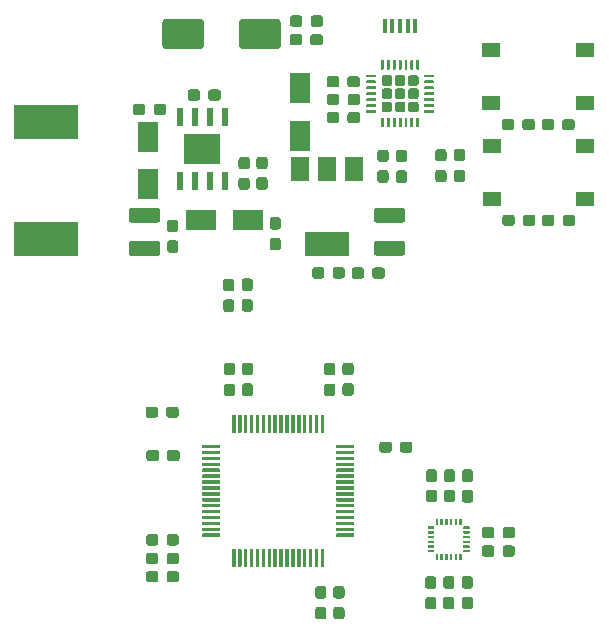
<source format=gbr>
G04 #@! TF.GenerationSoftware,KiCad,Pcbnew,5.1.5-52549c5~86~ubuntu18.04.1*
G04 #@! TF.CreationDate,2020-05-18T11:22:32+07:00*
G04 #@! TF.ProjectId,openSTM32F4_LQFP64,6f70656e-5354-44d3-9332-46345f4c5146,rev?*
G04 #@! TF.SameCoordinates,Original*
G04 #@! TF.FileFunction,Paste,Top*
G04 #@! TF.FilePolarity,Positive*
%FSLAX46Y46*%
G04 Gerber Fmt 4.6, Leading zero omitted, Abs format (unit mm)*
G04 Created by KiCad (PCBNEW 5.1.5-52549c5~86~ubuntu18.04.1) date 2020-05-18 11:22:32*
%MOMM*%
%LPD*%
G04 APERTURE LIST*
%ADD10C,0.100000*%
%ADD11R,1.800000X2.500000*%
%ADD12R,2.500000X1.800000*%
%ADD13R,0.450000X1.300000*%
%ADD14R,1.500000X2.000000*%
%ADD15R,3.800000X2.000000*%
%ADD16R,0.600000X1.550000*%
%ADD17R,3.100000X2.600000*%
%ADD18R,1.550000X1.300000*%
%ADD19R,5.400000X2.900000*%
G04 APERTURE END LIST*
D10*
G36*
X157764079Y-79525984D02*
G01*
X157787134Y-79529403D01*
X157809743Y-79535067D01*
X157831687Y-79542919D01*
X157852757Y-79552884D01*
X157872748Y-79564866D01*
X157891468Y-79578750D01*
X157908738Y-79594402D01*
X157924390Y-79611672D01*
X157938274Y-79630392D01*
X157950256Y-79650383D01*
X157960221Y-79671453D01*
X157968073Y-79693397D01*
X157973737Y-79716006D01*
X157977156Y-79739061D01*
X157978300Y-79762340D01*
X157978300Y-80237340D01*
X157977156Y-80260619D01*
X157973737Y-80283674D01*
X157968073Y-80306283D01*
X157960221Y-80328227D01*
X157950256Y-80349297D01*
X157938274Y-80369288D01*
X157924390Y-80388008D01*
X157908738Y-80405278D01*
X157891468Y-80420930D01*
X157872748Y-80434814D01*
X157852757Y-80446796D01*
X157831687Y-80456761D01*
X157809743Y-80464613D01*
X157787134Y-80470277D01*
X157764079Y-80473696D01*
X157740800Y-80474840D01*
X157165800Y-80474840D01*
X157142521Y-80473696D01*
X157119466Y-80470277D01*
X157096857Y-80464613D01*
X157074913Y-80456761D01*
X157053843Y-80446796D01*
X157033852Y-80434814D01*
X157015132Y-80420930D01*
X156997862Y-80405278D01*
X156982210Y-80388008D01*
X156968326Y-80369288D01*
X156956344Y-80349297D01*
X156946379Y-80328227D01*
X156938527Y-80306283D01*
X156932863Y-80283674D01*
X156929444Y-80260619D01*
X156928300Y-80237340D01*
X156928300Y-79762340D01*
X156929444Y-79739061D01*
X156932863Y-79716006D01*
X156938527Y-79693397D01*
X156946379Y-79671453D01*
X156956344Y-79650383D01*
X156968326Y-79630392D01*
X156982210Y-79611672D01*
X156997862Y-79594402D01*
X157015132Y-79578750D01*
X157033852Y-79564866D01*
X157053843Y-79552884D01*
X157074913Y-79542919D01*
X157096857Y-79535067D01*
X157119466Y-79529403D01*
X157142521Y-79525984D01*
X157165800Y-79524840D01*
X157740800Y-79524840D01*
X157764079Y-79525984D01*
G37*
G36*
X156014079Y-79525984D02*
G01*
X156037134Y-79529403D01*
X156059743Y-79535067D01*
X156081687Y-79542919D01*
X156102757Y-79552884D01*
X156122748Y-79564866D01*
X156141468Y-79578750D01*
X156158738Y-79594402D01*
X156174390Y-79611672D01*
X156188274Y-79630392D01*
X156200256Y-79650383D01*
X156210221Y-79671453D01*
X156218073Y-79693397D01*
X156223737Y-79716006D01*
X156227156Y-79739061D01*
X156228300Y-79762340D01*
X156228300Y-80237340D01*
X156227156Y-80260619D01*
X156223737Y-80283674D01*
X156218073Y-80306283D01*
X156210221Y-80328227D01*
X156200256Y-80349297D01*
X156188274Y-80369288D01*
X156174390Y-80388008D01*
X156158738Y-80405278D01*
X156141468Y-80420930D01*
X156122748Y-80434814D01*
X156102757Y-80446796D01*
X156081687Y-80456761D01*
X156059743Y-80464613D01*
X156037134Y-80470277D01*
X156014079Y-80473696D01*
X155990800Y-80474840D01*
X155415800Y-80474840D01*
X155392521Y-80473696D01*
X155369466Y-80470277D01*
X155346857Y-80464613D01*
X155324913Y-80456761D01*
X155303843Y-80446796D01*
X155283852Y-80434814D01*
X155265132Y-80420930D01*
X155247862Y-80405278D01*
X155232210Y-80388008D01*
X155218326Y-80369288D01*
X155206344Y-80349297D01*
X155196379Y-80328227D01*
X155188527Y-80306283D01*
X155182863Y-80283674D01*
X155179444Y-80260619D01*
X155178300Y-80237340D01*
X155178300Y-79762340D01*
X155179444Y-79739061D01*
X155182863Y-79716006D01*
X155188527Y-79693397D01*
X155196379Y-79671453D01*
X155206344Y-79650383D01*
X155218326Y-79630392D01*
X155232210Y-79611672D01*
X155247862Y-79594402D01*
X155265132Y-79578750D01*
X155283852Y-79564866D01*
X155303843Y-79552884D01*
X155324913Y-79542919D01*
X155346857Y-79535067D01*
X155369466Y-79529403D01*
X155392521Y-79525984D01*
X155415800Y-79524840D01*
X155990800Y-79524840D01*
X156014079Y-79525984D01*
G37*
G36*
X157802179Y-93462964D02*
G01*
X157825234Y-93466383D01*
X157847843Y-93472047D01*
X157869787Y-93479899D01*
X157890857Y-93489864D01*
X157910848Y-93501846D01*
X157929568Y-93515730D01*
X157946838Y-93531382D01*
X157962490Y-93548652D01*
X157976374Y-93567372D01*
X157988356Y-93587363D01*
X157998321Y-93608433D01*
X158006173Y-93630377D01*
X158011837Y-93652986D01*
X158015256Y-93676041D01*
X158016400Y-93699320D01*
X158016400Y-94174320D01*
X158015256Y-94197599D01*
X158011837Y-94220654D01*
X158006173Y-94243263D01*
X157998321Y-94265207D01*
X157988356Y-94286277D01*
X157976374Y-94306268D01*
X157962490Y-94324988D01*
X157946838Y-94342258D01*
X157929568Y-94357910D01*
X157910848Y-94371794D01*
X157890857Y-94383776D01*
X157869787Y-94393741D01*
X157847843Y-94401593D01*
X157825234Y-94407257D01*
X157802179Y-94410676D01*
X157778900Y-94411820D01*
X157203900Y-94411820D01*
X157180621Y-94410676D01*
X157157566Y-94407257D01*
X157134957Y-94401593D01*
X157113013Y-94393741D01*
X157091943Y-94383776D01*
X157071952Y-94371794D01*
X157053232Y-94357910D01*
X157035962Y-94342258D01*
X157020310Y-94324988D01*
X157006426Y-94306268D01*
X156994444Y-94286277D01*
X156984479Y-94265207D01*
X156976627Y-94243263D01*
X156970963Y-94220654D01*
X156967544Y-94197599D01*
X156966400Y-94174320D01*
X156966400Y-93699320D01*
X156967544Y-93676041D01*
X156970963Y-93652986D01*
X156976627Y-93630377D01*
X156984479Y-93608433D01*
X156994444Y-93587363D01*
X157006426Y-93567372D01*
X157020310Y-93548652D01*
X157035962Y-93531382D01*
X157053232Y-93515730D01*
X157071952Y-93501846D01*
X157091943Y-93489864D01*
X157113013Y-93479899D01*
X157134957Y-93472047D01*
X157157566Y-93466383D01*
X157180621Y-93462964D01*
X157203900Y-93461820D01*
X157778900Y-93461820D01*
X157802179Y-93462964D01*
G37*
G36*
X156052179Y-93462964D02*
G01*
X156075234Y-93466383D01*
X156097843Y-93472047D01*
X156119787Y-93479899D01*
X156140857Y-93489864D01*
X156160848Y-93501846D01*
X156179568Y-93515730D01*
X156196838Y-93531382D01*
X156212490Y-93548652D01*
X156226374Y-93567372D01*
X156238356Y-93587363D01*
X156248321Y-93608433D01*
X156256173Y-93630377D01*
X156261837Y-93652986D01*
X156265256Y-93676041D01*
X156266400Y-93699320D01*
X156266400Y-94174320D01*
X156265256Y-94197599D01*
X156261837Y-94220654D01*
X156256173Y-94243263D01*
X156248321Y-94265207D01*
X156238356Y-94286277D01*
X156226374Y-94306268D01*
X156212490Y-94324988D01*
X156196838Y-94342258D01*
X156179568Y-94357910D01*
X156160848Y-94371794D01*
X156140857Y-94383776D01*
X156119787Y-94393741D01*
X156097843Y-94401593D01*
X156075234Y-94407257D01*
X156052179Y-94410676D01*
X156028900Y-94411820D01*
X155453900Y-94411820D01*
X155430621Y-94410676D01*
X155407566Y-94407257D01*
X155384957Y-94401593D01*
X155363013Y-94393741D01*
X155341943Y-94383776D01*
X155321952Y-94371794D01*
X155303232Y-94357910D01*
X155285962Y-94342258D01*
X155270310Y-94324988D01*
X155256426Y-94306268D01*
X155244444Y-94286277D01*
X155234479Y-94265207D01*
X155226627Y-94243263D01*
X155220963Y-94220654D01*
X155217544Y-94197599D01*
X155216400Y-94174320D01*
X155216400Y-93699320D01*
X155217544Y-93676041D01*
X155220963Y-93652986D01*
X155226627Y-93630377D01*
X155234479Y-93608433D01*
X155244444Y-93587363D01*
X155256426Y-93567372D01*
X155270310Y-93548652D01*
X155285962Y-93531382D01*
X155303232Y-93515730D01*
X155321952Y-93501846D01*
X155341943Y-93489864D01*
X155363013Y-93479899D01*
X155384957Y-93472047D01*
X155407566Y-93466383D01*
X155430621Y-93462964D01*
X155453900Y-93461820D01*
X156028900Y-93461820D01*
X156052179Y-93462964D01*
G37*
G36*
X179907981Y-88999761D02*
G01*
X179912835Y-89000481D01*
X179917594Y-89001673D01*
X179922214Y-89003326D01*
X179926650Y-89005424D01*
X179930859Y-89007947D01*
X179934800Y-89010869D01*
X179938435Y-89014165D01*
X179941731Y-89017800D01*
X179944653Y-89021741D01*
X179947176Y-89025950D01*
X179949274Y-89030386D01*
X179950927Y-89035006D01*
X179952119Y-89039765D01*
X179952839Y-89044619D01*
X179953080Y-89049520D01*
X179953080Y-89499520D01*
X179952839Y-89504421D01*
X179952119Y-89509275D01*
X179950927Y-89514034D01*
X179949274Y-89518654D01*
X179947176Y-89523090D01*
X179944653Y-89527299D01*
X179941731Y-89531240D01*
X179938435Y-89534875D01*
X179934800Y-89538171D01*
X179930859Y-89541093D01*
X179926650Y-89543616D01*
X179922214Y-89545714D01*
X179917594Y-89547367D01*
X179912835Y-89548559D01*
X179907981Y-89549279D01*
X179903080Y-89549520D01*
X179803080Y-89549520D01*
X179798179Y-89549279D01*
X179793325Y-89548559D01*
X179788566Y-89547367D01*
X179783946Y-89545714D01*
X179779510Y-89543616D01*
X179775301Y-89541093D01*
X179771360Y-89538171D01*
X179767725Y-89534875D01*
X179764429Y-89531240D01*
X179761507Y-89527299D01*
X179758984Y-89523090D01*
X179756886Y-89518654D01*
X179755233Y-89514034D01*
X179754041Y-89509275D01*
X179753321Y-89504421D01*
X179753080Y-89499520D01*
X179753080Y-89049520D01*
X179753321Y-89044619D01*
X179754041Y-89039765D01*
X179755233Y-89035006D01*
X179756886Y-89030386D01*
X179758984Y-89025950D01*
X179761507Y-89021741D01*
X179764429Y-89017800D01*
X179767725Y-89014165D01*
X179771360Y-89010869D01*
X179775301Y-89007947D01*
X179779510Y-89005424D01*
X179783946Y-89003326D01*
X179788566Y-89001673D01*
X179793325Y-89000481D01*
X179798179Y-88999761D01*
X179803080Y-88999520D01*
X179903080Y-88999520D01*
X179907981Y-88999761D01*
G37*
G36*
X180307981Y-88999761D02*
G01*
X180312835Y-89000481D01*
X180317594Y-89001673D01*
X180322214Y-89003326D01*
X180326650Y-89005424D01*
X180330859Y-89007947D01*
X180334800Y-89010869D01*
X180338435Y-89014165D01*
X180341731Y-89017800D01*
X180344653Y-89021741D01*
X180347176Y-89025950D01*
X180349274Y-89030386D01*
X180350927Y-89035006D01*
X180352119Y-89039765D01*
X180352839Y-89044619D01*
X180353080Y-89049520D01*
X180353080Y-89499520D01*
X180352839Y-89504421D01*
X180352119Y-89509275D01*
X180350927Y-89514034D01*
X180349274Y-89518654D01*
X180347176Y-89523090D01*
X180344653Y-89527299D01*
X180341731Y-89531240D01*
X180338435Y-89534875D01*
X180334800Y-89538171D01*
X180330859Y-89541093D01*
X180326650Y-89543616D01*
X180322214Y-89545714D01*
X180317594Y-89547367D01*
X180312835Y-89548559D01*
X180307981Y-89549279D01*
X180303080Y-89549520D01*
X180203080Y-89549520D01*
X180198179Y-89549279D01*
X180193325Y-89548559D01*
X180188566Y-89547367D01*
X180183946Y-89545714D01*
X180179510Y-89543616D01*
X180175301Y-89541093D01*
X180171360Y-89538171D01*
X180167725Y-89534875D01*
X180164429Y-89531240D01*
X180161507Y-89527299D01*
X180158984Y-89523090D01*
X180156886Y-89518654D01*
X180155233Y-89514034D01*
X180154041Y-89509275D01*
X180153321Y-89504421D01*
X180153080Y-89499520D01*
X180153080Y-89049520D01*
X180153321Y-89044619D01*
X180154041Y-89039765D01*
X180155233Y-89035006D01*
X180156886Y-89030386D01*
X180158984Y-89025950D01*
X180161507Y-89021741D01*
X180164429Y-89017800D01*
X180167725Y-89014165D01*
X180171360Y-89010869D01*
X180175301Y-89007947D01*
X180179510Y-89005424D01*
X180183946Y-89003326D01*
X180188566Y-89001673D01*
X180193325Y-89000481D01*
X180198179Y-88999761D01*
X180203080Y-88999520D01*
X180303080Y-88999520D01*
X180307981Y-88999761D01*
G37*
G36*
X180707981Y-88999761D02*
G01*
X180712835Y-89000481D01*
X180717594Y-89001673D01*
X180722214Y-89003326D01*
X180726650Y-89005424D01*
X180730859Y-89007947D01*
X180734800Y-89010869D01*
X180738435Y-89014165D01*
X180741731Y-89017800D01*
X180744653Y-89021741D01*
X180747176Y-89025950D01*
X180749274Y-89030386D01*
X180750927Y-89035006D01*
X180752119Y-89039765D01*
X180752839Y-89044619D01*
X180753080Y-89049520D01*
X180753080Y-89499520D01*
X180752839Y-89504421D01*
X180752119Y-89509275D01*
X180750927Y-89514034D01*
X180749274Y-89518654D01*
X180747176Y-89523090D01*
X180744653Y-89527299D01*
X180741731Y-89531240D01*
X180738435Y-89534875D01*
X180734800Y-89538171D01*
X180730859Y-89541093D01*
X180726650Y-89543616D01*
X180722214Y-89545714D01*
X180717594Y-89547367D01*
X180712835Y-89548559D01*
X180707981Y-89549279D01*
X180703080Y-89549520D01*
X180603080Y-89549520D01*
X180598179Y-89549279D01*
X180593325Y-89548559D01*
X180588566Y-89547367D01*
X180583946Y-89545714D01*
X180579510Y-89543616D01*
X180575301Y-89541093D01*
X180571360Y-89538171D01*
X180567725Y-89534875D01*
X180564429Y-89531240D01*
X180561507Y-89527299D01*
X180558984Y-89523090D01*
X180556886Y-89518654D01*
X180555233Y-89514034D01*
X180554041Y-89509275D01*
X180553321Y-89504421D01*
X180553080Y-89499520D01*
X180553080Y-89049520D01*
X180553321Y-89044619D01*
X180554041Y-89039765D01*
X180555233Y-89035006D01*
X180556886Y-89030386D01*
X180558984Y-89025950D01*
X180561507Y-89021741D01*
X180564429Y-89017800D01*
X180567725Y-89014165D01*
X180571360Y-89010869D01*
X180575301Y-89007947D01*
X180579510Y-89005424D01*
X180583946Y-89003326D01*
X180588566Y-89001673D01*
X180593325Y-89000481D01*
X180598179Y-88999761D01*
X180603080Y-88999520D01*
X180703080Y-88999520D01*
X180707981Y-88999761D01*
G37*
G36*
X181107981Y-88999761D02*
G01*
X181112835Y-89000481D01*
X181117594Y-89001673D01*
X181122214Y-89003326D01*
X181126650Y-89005424D01*
X181130859Y-89007947D01*
X181134800Y-89010869D01*
X181138435Y-89014165D01*
X181141731Y-89017800D01*
X181144653Y-89021741D01*
X181147176Y-89025950D01*
X181149274Y-89030386D01*
X181150927Y-89035006D01*
X181152119Y-89039765D01*
X181152839Y-89044619D01*
X181153080Y-89049520D01*
X181153080Y-89499520D01*
X181152839Y-89504421D01*
X181152119Y-89509275D01*
X181150927Y-89514034D01*
X181149274Y-89518654D01*
X181147176Y-89523090D01*
X181144653Y-89527299D01*
X181141731Y-89531240D01*
X181138435Y-89534875D01*
X181134800Y-89538171D01*
X181130859Y-89541093D01*
X181126650Y-89543616D01*
X181122214Y-89545714D01*
X181117594Y-89547367D01*
X181112835Y-89548559D01*
X181107981Y-89549279D01*
X181103080Y-89549520D01*
X181003080Y-89549520D01*
X180998179Y-89549279D01*
X180993325Y-89548559D01*
X180988566Y-89547367D01*
X180983946Y-89545714D01*
X180979510Y-89543616D01*
X180975301Y-89541093D01*
X180971360Y-89538171D01*
X180967725Y-89534875D01*
X180964429Y-89531240D01*
X180961507Y-89527299D01*
X180958984Y-89523090D01*
X180956886Y-89518654D01*
X180955233Y-89514034D01*
X180954041Y-89509275D01*
X180953321Y-89504421D01*
X180953080Y-89499520D01*
X180953080Y-89049520D01*
X180953321Y-89044619D01*
X180954041Y-89039765D01*
X180955233Y-89035006D01*
X180956886Y-89030386D01*
X180958984Y-89025950D01*
X180961507Y-89021741D01*
X180964429Y-89017800D01*
X180967725Y-89014165D01*
X180971360Y-89010869D01*
X180975301Y-89007947D01*
X180979510Y-89005424D01*
X180983946Y-89003326D01*
X180988566Y-89001673D01*
X180993325Y-89000481D01*
X180998179Y-88999761D01*
X181003080Y-88999520D01*
X181103080Y-88999520D01*
X181107981Y-88999761D01*
G37*
G36*
X181507981Y-88999761D02*
G01*
X181512835Y-89000481D01*
X181517594Y-89001673D01*
X181522214Y-89003326D01*
X181526650Y-89005424D01*
X181530859Y-89007947D01*
X181534800Y-89010869D01*
X181538435Y-89014165D01*
X181541731Y-89017800D01*
X181544653Y-89021741D01*
X181547176Y-89025950D01*
X181549274Y-89030386D01*
X181550927Y-89035006D01*
X181552119Y-89039765D01*
X181552839Y-89044619D01*
X181553080Y-89049520D01*
X181553080Y-89499520D01*
X181552839Y-89504421D01*
X181552119Y-89509275D01*
X181550927Y-89514034D01*
X181549274Y-89518654D01*
X181547176Y-89523090D01*
X181544653Y-89527299D01*
X181541731Y-89531240D01*
X181538435Y-89534875D01*
X181534800Y-89538171D01*
X181530859Y-89541093D01*
X181526650Y-89543616D01*
X181522214Y-89545714D01*
X181517594Y-89547367D01*
X181512835Y-89548559D01*
X181507981Y-89549279D01*
X181503080Y-89549520D01*
X181403080Y-89549520D01*
X181398179Y-89549279D01*
X181393325Y-89548559D01*
X181388566Y-89547367D01*
X181383946Y-89545714D01*
X181379510Y-89543616D01*
X181375301Y-89541093D01*
X181371360Y-89538171D01*
X181367725Y-89534875D01*
X181364429Y-89531240D01*
X181361507Y-89527299D01*
X181358984Y-89523090D01*
X181356886Y-89518654D01*
X181355233Y-89514034D01*
X181354041Y-89509275D01*
X181353321Y-89504421D01*
X181353080Y-89499520D01*
X181353080Y-89049520D01*
X181353321Y-89044619D01*
X181354041Y-89039765D01*
X181355233Y-89035006D01*
X181356886Y-89030386D01*
X181358984Y-89025950D01*
X181361507Y-89021741D01*
X181364429Y-89017800D01*
X181367725Y-89014165D01*
X181371360Y-89010869D01*
X181375301Y-89007947D01*
X181379510Y-89005424D01*
X181383946Y-89003326D01*
X181388566Y-89001673D01*
X181393325Y-89000481D01*
X181398179Y-88999761D01*
X181403080Y-88999520D01*
X181503080Y-88999520D01*
X181507981Y-88999761D01*
G37*
G36*
X181907981Y-88999761D02*
G01*
X181912835Y-89000481D01*
X181917594Y-89001673D01*
X181922214Y-89003326D01*
X181926650Y-89005424D01*
X181930859Y-89007947D01*
X181934800Y-89010869D01*
X181938435Y-89014165D01*
X181941731Y-89017800D01*
X181944653Y-89021741D01*
X181947176Y-89025950D01*
X181949274Y-89030386D01*
X181950927Y-89035006D01*
X181952119Y-89039765D01*
X181952839Y-89044619D01*
X181953080Y-89049520D01*
X181953080Y-89499520D01*
X181952839Y-89504421D01*
X181952119Y-89509275D01*
X181950927Y-89514034D01*
X181949274Y-89518654D01*
X181947176Y-89523090D01*
X181944653Y-89527299D01*
X181941731Y-89531240D01*
X181938435Y-89534875D01*
X181934800Y-89538171D01*
X181930859Y-89541093D01*
X181926650Y-89543616D01*
X181922214Y-89545714D01*
X181917594Y-89547367D01*
X181912835Y-89548559D01*
X181907981Y-89549279D01*
X181903080Y-89549520D01*
X181803080Y-89549520D01*
X181798179Y-89549279D01*
X181793325Y-89548559D01*
X181788566Y-89547367D01*
X181783946Y-89545714D01*
X181779510Y-89543616D01*
X181775301Y-89541093D01*
X181771360Y-89538171D01*
X181767725Y-89534875D01*
X181764429Y-89531240D01*
X181761507Y-89527299D01*
X181758984Y-89523090D01*
X181756886Y-89518654D01*
X181755233Y-89514034D01*
X181754041Y-89509275D01*
X181753321Y-89504421D01*
X181753080Y-89499520D01*
X181753080Y-89049520D01*
X181753321Y-89044619D01*
X181754041Y-89039765D01*
X181755233Y-89035006D01*
X181756886Y-89030386D01*
X181758984Y-89025950D01*
X181761507Y-89021741D01*
X181764429Y-89017800D01*
X181767725Y-89014165D01*
X181771360Y-89010869D01*
X181775301Y-89007947D01*
X181779510Y-89005424D01*
X181783946Y-89003326D01*
X181788566Y-89001673D01*
X181793325Y-89000481D01*
X181798179Y-88999761D01*
X181803080Y-88999520D01*
X181903080Y-88999520D01*
X181907981Y-88999761D01*
G37*
G36*
X182582981Y-89674761D02*
G01*
X182587835Y-89675481D01*
X182592594Y-89676673D01*
X182597214Y-89678326D01*
X182601650Y-89680424D01*
X182605859Y-89682947D01*
X182609800Y-89685869D01*
X182613435Y-89689165D01*
X182616731Y-89692800D01*
X182619653Y-89696741D01*
X182622176Y-89700950D01*
X182624274Y-89705386D01*
X182625927Y-89710006D01*
X182627119Y-89714765D01*
X182627839Y-89719619D01*
X182628080Y-89724520D01*
X182628080Y-89824520D01*
X182627839Y-89829421D01*
X182627119Y-89834275D01*
X182625927Y-89839034D01*
X182624274Y-89843654D01*
X182622176Y-89848090D01*
X182619653Y-89852299D01*
X182616731Y-89856240D01*
X182613435Y-89859875D01*
X182609800Y-89863171D01*
X182605859Y-89866093D01*
X182601650Y-89868616D01*
X182597214Y-89870714D01*
X182592594Y-89872367D01*
X182587835Y-89873559D01*
X182582981Y-89874279D01*
X182578080Y-89874520D01*
X182128080Y-89874520D01*
X182123179Y-89874279D01*
X182118325Y-89873559D01*
X182113566Y-89872367D01*
X182108946Y-89870714D01*
X182104510Y-89868616D01*
X182100301Y-89866093D01*
X182096360Y-89863171D01*
X182092725Y-89859875D01*
X182089429Y-89856240D01*
X182086507Y-89852299D01*
X182083984Y-89848090D01*
X182081886Y-89843654D01*
X182080233Y-89839034D01*
X182079041Y-89834275D01*
X182078321Y-89829421D01*
X182078080Y-89824520D01*
X182078080Y-89724520D01*
X182078321Y-89719619D01*
X182079041Y-89714765D01*
X182080233Y-89710006D01*
X182081886Y-89705386D01*
X182083984Y-89700950D01*
X182086507Y-89696741D01*
X182089429Y-89692800D01*
X182092725Y-89689165D01*
X182096360Y-89685869D01*
X182100301Y-89682947D01*
X182104510Y-89680424D01*
X182108946Y-89678326D01*
X182113566Y-89676673D01*
X182118325Y-89675481D01*
X182123179Y-89674761D01*
X182128080Y-89674520D01*
X182578080Y-89674520D01*
X182582981Y-89674761D01*
G37*
G36*
X182582981Y-90074761D02*
G01*
X182587835Y-90075481D01*
X182592594Y-90076673D01*
X182597214Y-90078326D01*
X182601650Y-90080424D01*
X182605859Y-90082947D01*
X182609800Y-90085869D01*
X182613435Y-90089165D01*
X182616731Y-90092800D01*
X182619653Y-90096741D01*
X182622176Y-90100950D01*
X182624274Y-90105386D01*
X182625927Y-90110006D01*
X182627119Y-90114765D01*
X182627839Y-90119619D01*
X182628080Y-90124520D01*
X182628080Y-90224520D01*
X182627839Y-90229421D01*
X182627119Y-90234275D01*
X182625927Y-90239034D01*
X182624274Y-90243654D01*
X182622176Y-90248090D01*
X182619653Y-90252299D01*
X182616731Y-90256240D01*
X182613435Y-90259875D01*
X182609800Y-90263171D01*
X182605859Y-90266093D01*
X182601650Y-90268616D01*
X182597214Y-90270714D01*
X182592594Y-90272367D01*
X182587835Y-90273559D01*
X182582981Y-90274279D01*
X182578080Y-90274520D01*
X182128080Y-90274520D01*
X182123179Y-90274279D01*
X182118325Y-90273559D01*
X182113566Y-90272367D01*
X182108946Y-90270714D01*
X182104510Y-90268616D01*
X182100301Y-90266093D01*
X182096360Y-90263171D01*
X182092725Y-90259875D01*
X182089429Y-90256240D01*
X182086507Y-90252299D01*
X182083984Y-90248090D01*
X182081886Y-90243654D01*
X182080233Y-90239034D01*
X182079041Y-90234275D01*
X182078321Y-90229421D01*
X182078080Y-90224520D01*
X182078080Y-90124520D01*
X182078321Y-90119619D01*
X182079041Y-90114765D01*
X182080233Y-90110006D01*
X182081886Y-90105386D01*
X182083984Y-90100950D01*
X182086507Y-90096741D01*
X182089429Y-90092800D01*
X182092725Y-90089165D01*
X182096360Y-90085869D01*
X182100301Y-90082947D01*
X182104510Y-90080424D01*
X182108946Y-90078326D01*
X182113566Y-90076673D01*
X182118325Y-90075481D01*
X182123179Y-90074761D01*
X182128080Y-90074520D01*
X182578080Y-90074520D01*
X182582981Y-90074761D01*
G37*
G36*
X182582981Y-90474761D02*
G01*
X182587835Y-90475481D01*
X182592594Y-90476673D01*
X182597214Y-90478326D01*
X182601650Y-90480424D01*
X182605859Y-90482947D01*
X182609800Y-90485869D01*
X182613435Y-90489165D01*
X182616731Y-90492800D01*
X182619653Y-90496741D01*
X182622176Y-90500950D01*
X182624274Y-90505386D01*
X182625927Y-90510006D01*
X182627119Y-90514765D01*
X182627839Y-90519619D01*
X182628080Y-90524520D01*
X182628080Y-90624520D01*
X182627839Y-90629421D01*
X182627119Y-90634275D01*
X182625927Y-90639034D01*
X182624274Y-90643654D01*
X182622176Y-90648090D01*
X182619653Y-90652299D01*
X182616731Y-90656240D01*
X182613435Y-90659875D01*
X182609800Y-90663171D01*
X182605859Y-90666093D01*
X182601650Y-90668616D01*
X182597214Y-90670714D01*
X182592594Y-90672367D01*
X182587835Y-90673559D01*
X182582981Y-90674279D01*
X182578080Y-90674520D01*
X182128080Y-90674520D01*
X182123179Y-90674279D01*
X182118325Y-90673559D01*
X182113566Y-90672367D01*
X182108946Y-90670714D01*
X182104510Y-90668616D01*
X182100301Y-90666093D01*
X182096360Y-90663171D01*
X182092725Y-90659875D01*
X182089429Y-90656240D01*
X182086507Y-90652299D01*
X182083984Y-90648090D01*
X182081886Y-90643654D01*
X182080233Y-90639034D01*
X182079041Y-90634275D01*
X182078321Y-90629421D01*
X182078080Y-90624520D01*
X182078080Y-90524520D01*
X182078321Y-90519619D01*
X182079041Y-90514765D01*
X182080233Y-90510006D01*
X182081886Y-90505386D01*
X182083984Y-90500950D01*
X182086507Y-90496741D01*
X182089429Y-90492800D01*
X182092725Y-90489165D01*
X182096360Y-90485869D01*
X182100301Y-90482947D01*
X182104510Y-90480424D01*
X182108946Y-90478326D01*
X182113566Y-90476673D01*
X182118325Y-90475481D01*
X182123179Y-90474761D01*
X182128080Y-90474520D01*
X182578080Y-90474520D01*
X182582981Y-90474761D01*
G37*
G36*
X182582981Y-90874761D02*
G01*
X182587835Y-90875481D01*
X182592594Y-90876673D01*
X182597214Y-90878326D01*
X182601650Y-90880424D01*
X182605859Y-90882947D01*
X182609800Y-90885869D01*
X182613435Y-90889165D01*
X182616731Y-90892800D01*
X182619653Y-90896741D01*
X182622176Y-90900950D01*
X182624274Y-90905386D01*
X182625927Y-90910006D01*
X182627119Y-90914765D01*
X182627839Y-90919619D01*
X182628080Y-90924520D01*
X182628080Y-91024520D01*
X182627839Y-91029421D01*
X182627119Y-91034275D01*
X182625927Y-91039034D01*
X182624274Y-91043654D01*
X182622176Y-91048090D01*
X182619653Y-91052299D01*
X182616731Y-91056240D01*
X182613435Y-91059875D01*
X182609800Y-91063171D01*
X182605859Y-91066093D01*
X182601650Y-91068616D01*
X182597214Y-91070714D01*
X182592594Y-91072367D01*
X182587835Y-91073559D01*
X182582981Y-91074279D01*
X182578080Y-91074520D01*
X182128080Y-91074520D01*
X182123179Y-91074279D01*
X182118325Y-91073559D01*
X182113566Y-91072367D01*
X182108946Y-91070714D01*
X182104510Y-91068616D01*
X182100301Y-91066093D01*
X182096360Y-91063171D01*
X182092725Y-91059875D01*
X182089429Y-91056240D01*
X182086507Y-91052299D01*
X182083984Y-91048090D01*
X182081886Y-91043654D01*
X182080233Y-91039034D01*
X182079041Y-91034275D01*
X182078321Y-91029421D01*
X182078080Y-91024520D01*
X182078080Y-90924520D01*
X182078321Y-90919619D01*
X182079041Y-90914765D01*
X182080233Y-90910006D01*
X182081886Y-90905386D01*
X182083984Y-90900950D01*
X182086507Y-90896741D01*
X182089429Y-90892800D01*
X182092725Y-90889165D01*
X182096360Y-90885869D01*
X182100301Y-90882947D01*
X182104510Y-90880424D01*
X182108946Y-90878326D01*
X182113566Y-90876673D01*
X182118325Y-90875481D01*
X182123179Y-90874761D01*
X182128080Y-90874520D01*
X182578080Y-90874520D01*
X182582981Y-90874761D01*
G37*
G36*
X182582981Y-91274761D02*
G01*
X182587835Y-91275481D01*
X182592594Y-91276673D01*
X182597214Y-91278326D01*
X182601650Y-91280424D01*
X182605859Y-91282947D01*
X182609800Y-91285869D01*
X182613435Y-91289165D01*
X182616731Y-91292800D01*
X182619653Y-91296741D01*
X182622176Y-91300950D01*
X182624274Y-91305386D01*
X182625927Y-91310006D01*
X182627119Y-91314765D01*
X182627839Y-91319619D01*
X182628080Y-91324520D01*
X182628080Y-91424520D01*
X182627839Y-91429421D01*
X182627119Y-91434275D01*
X182625927Y-91439034D01*
X182624274Y-91443654D01*
X182622176Y-91448090D01*
X182619653Y-91452299D01*
X182616731Y-91456240D01*
X182613435Y-91459875D01*
X182609800Y-91463171D01*
X182605859Y-91466093D01*
X182601650Y-91468616D01*
X182597214Y-91470714D01*
X182592594Y-91472367D01*
X182587835Y-91473559D01*
X182582981Y-91474279D01*
X182578080Y-91474520D01*
X182128080Y-91474520D01*
X182123179Y-91474279D01*
X182118325Y-91473559D01*
X182113566Y-91472367D01*
X182108946Y-91470714D01*
X182104510Y-91468616D01*
X182100301Y-91466093D01*
X182096360Y-91463171D01*
X182092725Y-91459875D01*
X182089429Y-91456240D01*
X182086507Y-91452299D01*
X182083984Y-91448090D01*
X182081886Y-91443654D01*
X182080233Y-91439034D01*
X182079041Y-91434275D01*
X182078321Y-91429421D01*
X182078080Y-91424520D01*
X182078080Y-91324520D01*
X182078321Y-91319619D01*
X182079041Y-91314765D01*
X182080233Y-91310006D01*
X182081886Y-91305386D01*
X182083984Y-91300950D01*
X182086507Y-91296741D01*
X182089429Y-91292800D01*
X182092725Y-91289165D01*
X182096360Y-91285869D01*
X182100301Y-91282947D01*
X182104510Y-91280424D01*
X182108946Y-91278326D01*
X182113566Y-91276673D01*
X182118325Y-91275481D01*
X182123179Y-91274761D01*
X182128080Y-91274520D01*
X182578080Y-91274520D01*
X182582981Y-91274761D01*
G37*
G36*
X182582981Y-91674761D02*
G01*
X182587835Y-91675481D01*
X182592594Y-91676673D01*
X182597214Y-91678326D01*
X182601650Y-91680424D01*
X182605859Y-91682947D01*
X182609800Y-91685869D01*
X182613435Y-91689165D01*
X182616731Y-91692800D01*
X182619653Y-91696741D01*
X182622176Y-91700950D01*
X182624274Y-91705386D01*
X182625927Y-91710006D01*
X182627119Y-91714765D01*
X182627839Y-91719619D01*
X182628080Y-91724520D01*
X182628080Y-91824520D01*
X182627839Y-91829421D01*
X182627119Y-91834275D01*
X182625927Y-91839034D01*
X182624274Y-91843654D01*
X182622176Y-91848090D01*
X182619653Y-91852299D01*
X182616731Y-91856240D01*
X182613435Y-91859875D01*
X182609800Y-91863171D01*
X182605859Y-91866093D01*
X182601650Y-91868616D01*
X182597214Y-91870714D01*
X182592594Y-91872367D01*
X182587835Y-91873559D01*
X182582981Y-91874279D01*
X182578080Y-91874520D01*
X182128080Y-91874520D01*
X182123179Y-91874279D01*
X182118325Y-91873559D01*
X182113566Y-91872367D01*
X182108946Y-91870714D01*
X182104510Y-91868616D01*
X182100301Y-91866093D01*
X182096360Y-91863171D01*
X182092725Y-91859875D01*
X182089429Y-91856240D01*
X182086507Y-91852299D01*
X182083984Y-91848090D01*
X182081886Y-91843654D01*
X182080233Y-91839034D01*
X182079041Y-91834275D01*
X182078321Y-91829421D01*
X182078080Y-91824520D01*
X182078080Y-91724520D01*
X182078321Y-91719619D01*
X182079041Y-91714765D01*
X182080233Y-91710006D01*
X182081886Y-91705386D01*
X182083984Y-91700950D01*
X182086507Y-91696741D01*
X182089429Y-91692800D01*
X182092725Y-91689165D01*
X182096360Y-91685869D01*
X182100301Y-91682947D01*
X182104510Y-91680424D01*
X182108946Y-91678326D01*
X182113566Y-91676673D01*
X182118325Y-91675481D01*
X182123179Y-91674761D01*
X182128080Y-91674520D01*
X182578080Y-91674520D01*
X182582981Y-91674761D01*
G37*
G36*
X181907981Y-91999761D02*
G01*
X181912835Y-92000481D01*
X181917594Y-92001673D01*
X181922214Y-92003326D01*
X181926650Y-92005424D01*
X181930859Y-92007947D01*
X181934800Y-92010869D01*
X181938435Y-92014165D01*
X181941731Y-92017800D01*
X181944653Y-92021741D01*
X181947176Y-92025950D01*
X181949274Y-92030386D01*
X181950927Y-92035006D01*
X181952119Y-92039765D01*
X181952839Y-92044619D01*
X181953080Y-92049520D01*
X181953080Y-92499520D01*
X181952839Y-92504421D01*
X181952119Y-92509275D01*
X181950927Y-92514034D01*
X181949274Y-92518654D01*
X181947176Y-92523090D01*
X181944653Y-92527299D01*
X181941731Y-92531240D01*
X181938435Y-92534875D01*
X181934800Y-92538171D01*
X181930859Y-92541093D01*
X181926650Y-92543616D01*
X181922214Y-92545714D01*
X181917594Y-92547367D01*
X181912835Y-92548559D01*
X181907981Y-92549279D01*
X181903080Y-92549520D01*
X181803080Y-92549520D01*
X181798179Y-92549279D01*
X181793325Y-92548559D01*
X181788566Y-92547367D01*
X181783946Y-92545714D01*
X181779510Y-92543616D01*
X181775301Y-92541093D01*
X181771360Y-92538171D01*
X181767725Y-92534875D01*
X181764429Y-92531240D01*
X181761507Y-92527299D01*
X181758984Y-92523090D01*
X181756886Y-92518654D01*
X181755233Y-92514034D01*
X181754041Y-92509275D01*
X181753321Y-92504421D01*
X181753080Y-92499520D01*
X181753080Y-92049520D01*
X181753321Y-92044619D01*
X181754041Y-92039765D01*
X181755233Y-92035006D01*
X181756886Y-92030386D01*
X181758984Y-92025950D01*
X181761507Y-92021741D01*
X181764429Y-92017800D01*
X181767725Y-92014165D01*
X181771360Y-92010869D01*
X181775301Y-92007947D01*
X181779510Y-92005424D01*
X181783946Y-92003326D01*
X181788566Y-92001673D01*
X181793325Y-92000481D01*
X181798179Y-91999761D01*
X181803080Y-91999520D01*
X181903080Y-91999520D01*
X181907981Y-91999761D01*
G37*
G36*
X181507981Y-91999761D02*
G01*
X181512835Y-92000481D01*
X181517594Y-92001673D01*
X181522214Y-92003326D01*
X181526650Y-92005424D01*
X181530859Y-92007947D01*
X181534800Y-92010869D01*
X181538435Y-92014165D01*
X181541731Y-92017800D01*
X181544653Y-92021741D01*
X181547176Y-92025950D01*
X181549274Y-92030386D01*
X181550927Y-92035006D01*
X181552119Y-92039765D01*
X181552839Y-92044619D01*
X181553080Y-92049520D01*
X181553080Y-92499520D01*
X181552839Y-92504421D01*
X181552119Y-92509275D01*
X181550927Y-92514034D01*
X181549274Y-92518654D01*
X181547176Y-92523090D01*
X181544653Y-92527299D01*
X181541731Y-92531240D01*
X181538435Y-92534875D01*
X181534800Y-92538171D01*
X181530859Y-92541093D01*
X181526650Y-92543616D01*
X181522214Y-92545714D01*
X181517594Y-92547367D01*
X181512835Y-92548559D01*
X181507981Y-92549279D01*
X181503080Y-92549520D01*
X181403080Y-92549520D01*
X181398179Y-92549279D01*
X181393325Y-92548559D01*
X181388566Y-92547367D01*
X181383946Y-92545714D01*
X181379510Y-92543616D01*
X181375301Y-92541093D01*
X181371360Y-92538171D01*
X181367725Y-92534875D01*
X181364429Y-92531240D01*
X181361507Y-92527299D01*
X181358984Y-92523090D01*
X181356886Y-92518654D01*
X181355233Y-92514034D01*
X181354041Y-92509275D01*
X181353321Y-92504421D01*
X181353080Y-92499520D01*
X181353080Y-92049520D01*
X181353321Y-92044619D01*
X181354041Y-92039765D01*
X181355233Y-92035006D01*
X181356886Y-92030386D01*
X181358984Y-92025950D01*
X181361507Y-92021741D01*
X181364429Y-92017800D01*
X181367725Y-92014165D01*
X181371360Y-92010869D01*
X181375301Y-92007947D01*
X181379510Y-92005424D01*
X181383946Y-92003326D01*
X181388566Y-92001673D01*
X181393325Y-92000481D01*
X181398179Y-91999761D01*
X181403080Y-91999520D01*
X181503080Y-91999520D01*
X181507981Y-91999761D01*
G37*
G36*
X181107981Y-91999761D02*
G01*
X181112835Y-92000481D01*
X181117594Y-92001673D01*
X181122214Y-92003326D01*
X181126650Y-92005424D01*
X181130859Y-92007947D01*
X181134800Y-92010869D01*
X181138435Y-92014165D01*
X181141731Y-92017800D01*
X181144653Y-92021741D01*
X181147176Y-92025950D01*
X181149274Y-92030386D01*
X181150927Y-92035006D01*
X181152119Y-92039765D01*
X181152839Y-92044619D01*
X181153080Y-92049520D01*
X181153080Y-92499520D01*
X181152839Y-92504421D01*
X181152119Y-92509275D01*
X181150927Y-92514034D01*
X181149274Y-92518654D01*
X181147176Y-92523090D01*
X181144653Y-92527299D01*
X181141731Y-92531240D01*
X181138435Y-92534875D01*
X181134800Y-92538171D01*
X181130859Y-92541093D01*
X181126650Y-92543616D01*
X181122214Y-92545714D01*
X181117594Y-92547367D01*
X181112835Y-92548559D01*
X181107981Y-92549279D01*
X181103080Y-92549520D01*
X181003080Y-92549520D01*
X180998179Y-92549279D01*
X180993325Y-92548559D01*
X180988566Y-92547367D01*
X180983946Y-92545714D01*
X180979510Y-92543616D01*
X180975301Y-92541093D01*
X180971360Y-92538171D01*
X180967725Y-92534875D01*
X180964429Y-92531240D01*
X180961507Y-92527299D01*
X180958984Y-92523090D01*
X180956886Y-92518654D01*
X180955233Y-92514034D01*
X180954041Y-92509275D01*
X180953321Y-92504421D01*
X180953080Y-92499520D01*
X180953080Y-92049520D01*
X180953321Y-92044619D01*
X180954041Y-92039765D01*
X180955233Y-92035006D01*
X180956886Y-92030386D01*
X180958984Y-92025950D01*
X180961507Y-92021741D01*
X180964429Y-92017800D01*
X180967725Y-92014165D01*
X180971360Y-92010869D01*
X180975301Y-92007947D01*
X180979510Y-92005424D01*
X180983946Y-92003326D01*
X180988566Y-92001673D01*
X180993325Y-92000481D01*
X180998179Y-91999761D01*
X181003080Y-91999520D01*
X181103080Y-91999520D01*
X181107981Y-91999761D01*
G37*
G36*
X180707981Y-91999761D02*
G01*
X180712835Y-92000481D01*
X180717594Y-92001673D01*
X180722214Y-92003326D01*
X180726650Y-92005424D01*
X180730859Y-92007947D01*
X180734800Y-92010869D01*
X180738435Y-92014165D01*
X180741731Y-92017800D01*
X180744653Y-92021741D01*
X180747176Y-92025950D01*
X180749274Y-92030386D01*
X180750927Y-92035006D01*
X180752119Y-92039765D01*
X180752839Y-92044619D01*
X180753080Y-92049520D01*
X180753080Y-92499520D01*
X180752839Y-92504421D01*
X180752119Y-92509275D01*
X180750927Y-92514034D01*
X180749274Y-92518654D01*
X180747176Y-92523090D01*
X180744653Y-92527299D01*
X180741731Y-92531240D01*
X180738435Y-92534875D01*
X180734800Y-92538171D01*
X180730859Y-92541093D01*
X180726650Y-92543616D01*
X180722214Y-92545714D01*
X180717594Y-92547367D01*
X180712835Y-92548559D01*
X180707981Y-92549279D01*
X180703080Y-92549520D01*
X180603080Y-92549520D01*
X180598179Y-92549279D01*
X180593325Y-92548559D01*
X180588566Y-92547367D01*
X180583946Y-92545714D01*
X180579510Y-92543616D01*
X180575301Y-92541093D01*
X180571360Y-92538171D01*
X180567725Y-92534875D01*
X180564429Y-92531240D01*
X180561507Y-92527299D01*
X180558984Y-92523090D01*
X180556886Y-92518654D01*
X180555233Y-92514034D01*
X180554041Y-92509275D01*
X180553321Y-92504421D01*
X180553080Y-92499520D01*
X180553080Y-92049520D01*
X180553321Y-92044619D01*
X180554041Y-92039765D01*
X180555233Y-92035006D01*
X180556886Y-92030386D01*
X180558984Y-92025950D01*
X180561507Y-92021741D01*
X180564429Y-92017800D01*
X180567725Y-92014165D01*
X180571360Y-92010869D01*
X180575301Y-92007947D01*
X180579510Y-92005424D01*
X180583946Y-92003326D01*
X180588566Y-92001673D01*
X180593325Y-92000481D01*
X180598179Y-91999761D01*
X180603080Y-91999520D01*
X180703080Y-91999520D01*
X180707981Y-91999761D01*
G37*
G36*
X180307981Y-91999761D02*
G01*
X180312835Y-92000481D01*
X180317594Y-92001673D01*
X180322214Y-92003326D01*
X180326650Y-92005424D01*
X180330859Y-92007947D01*
X180334800Y-92010869D01*
X180338435Y-92014165D01*
X180341731Y-92017800D01*
X180344653Y-92021741D01*
X180347176Y-92025950D01*
X180349274Y-92030386D01*
X180350927Y-92035006D01*
X180352119Y-92039765D01*
X180352839Y-92044619D01*
X180353080Y-92049520D01*
X180353080Y-92499520D01*
X180352839Y-92504421D01*
X180352119Y-92509275D01*
X180350927Y-92514034D01*
X180349274Y-92518654D01*
X180347176Y-92523090D01*
X180344653Y-92527299D01*
X180341731Y-92531240D01*
X180338435Y-92534875D01*
X180334800Y-92538171D01*
X180330859Y-92541093D01*
X180326650Y-92543616D01*
X180322214Y-92545714D01*
X180317594Y-92547367D01*
X180312835Y-92548559D01*
X180307981Y-92549279D01*
X180303080Y-92549520D01*
X180203080Y-92549520D01*
X180198179Y-92549279D01*
X180193325Y-92548559D01*
X180188566Y-92547367D01*
X180183946Y-92545714D01*
X180179510Y-92543616D01*
X180175301Y-92541093D01*
X180171360Y-92538171D01*
X180167725Y-92534875D01*
X180164429Y-92531240D01*
X180161507Y-92527299D01*
X180158984Y-92523090D01*
X180156886Y-92518654D01*
X180155233Y-92514034D01*
X180154041Y-92509275D01*
X180153321Y-92504421D01*
X180153080Y-92499520D01*
X180153080Y-92049520D01*
X180153321Y-92044619D01*
X180154041Y-92039765D01*
X180155233Y-92035006D01*
X180156886Y-92030386D01*
X180158984Y-92025950D01*
X180161507Y-92021741D01*
X180164429Y-92017800D01*
X180167725Y-92014165D01*
X180171360Y-92010869D01*
X180175301Y-92007947D01*
X180179510Y-92005424D01*
X180183946Y-92003326D01*
X180188566Y-92001673D01*
X180193325Y-92000481D01*
X180198179Y-91999761D01*
X180203080Y-91999520D01*
X180303080Y-91999520D01*
X180307981Y-91999761D01*
G37*
G36*
X179907981Y-91999761D02*
G01*
X179912835Y-92000481D01*
X179917594Y-92001673D01*
X179922214Y-92003326D01*
X179926650Y-92005424D01*
X179930859Y-92007947D01*
X179934800Y-92010869D01*
X179938435Y-92014165D01*
X179941731Y-92017800D01*
X179944653Y-92021741D01*
X179947176Y-92025950D01*
X179949274Y-92030386D01*
X179950927Y-92035006D01*
X179952119Y-92039765D01*
X179952839Y-92044619D01*
X179953080Y-92049520D01*
X179953080Y-92499520D01*
X179952839Y-92504421D01*
X179952119Y-92509275D01*
X179950927Y-92514034D01*
X179949274Y-92518654D01*
X179947176Y-92523090D01*
X179944653Y-92527299D01*
X179941731Y-92531240D01*
X179938435Y-92534875D01*
X179934800Y-92538171D01*
X179930859Y-92541093D01*
X179926650Y-92543616D01*
X179922214Y-92545714D01*
X179917594Y-92547367D01*
X179912835Y-92548559D01*
X179907981Y-92549279D01*
X179903080Y-92549520D01*
X179803080Y-92549520D01*
X179798179Y-92549279D01*
X179793325Y-92548559D01*
X179788566Y-92547367D01*
X179783946Y-92545714D01*
X179779510Y-92543616D01*
X179775301Y-92541093D01*
X179771360Y-92538171D01*
X179767725Y-92534875D01*
X179764429Y-92531240D01*
X179761507Y-92527299D01*
X179758984Y-92523090D01*
X179756886Y-92518654D01*
X179755233Y-92514034D01*
X179754041Y-92509275D01*
X179753321Y-92504421D01*
X179753080Y-92499520D01*
X179753080Y-92049520D01*
X179753321Y-92044619D01*
X179754041Y-92039765D01*
X179755233Y-92035006D01*
X179756886Y-92030386D01*
X179758984Y-92025950D01*
X179761507Y-92021741D01*
X179764429Y-92017800D01*
X179767725Y-92014165D01*
X179771360Y-92010869D01*
X179775301Y-92007947D01*
X179779510Y-92005424D01*
X179783946Y-92003326D01*
X179788566Y-92001673D01*
X179793325Y-92000481D01*
X179798179Y-91999761D01*
X179803080Y-91999520D01*
X179903080Y-91999520D01*
X179907981Y-91999761D01*
G37*
G36*
X179582981Y-91674761D02*
G01*
X179587835Y-91675481D01*
X179592594Y-91676673D01*
X179597214Y-91678326D01*
X179601650Y-91680424D01*
X179605859Y-91682947D01*
X179609800Y-91685869D01*
X179613435Y-91689165D01*
X179616731Y-91692800D01*
X179619653Y-91696741D01*
X179622176Y-91700950D01*
X179624274Y-91705386D01*
X179625927Y-91710006D01*
X179627119Y-91714765D01*
X179627839Y-91719619D01*
X179628080Y-91724520D01*
X179628080Y-91824520D01*
X179627839Y-91829421D01*
X179627119Y-91834275D01*
X179625927Y-91839034D01*
X179624274Y-91843654D01*
X179622176Y-91848090D01*
X179619653Y-91852299D01*
X179616731Y-91856240D01*
X179613435Y-91859875D01*
X179609800Y-91863171D01*
X179605859Y-91866093D01*
X179601650Y-91868616D01*
X179597214Y-91870714D01*
X179592594Y-91872367D01*
X179587835Y-91873559D01*
X179582981Y-91874279D01*
X179578080Y-91874520D01*
X179128080Y-91874520D01*
X179123179Y-91874279D01*
X179118325Y-91873559D01*
X179113566Y-91872367D01*
X179108946Y-91870714D01*
X179104510Y-91868616D01*
X179100301Y-91866093D01*
X179096360Y-91863171D01*
X179092725Y-91859875D01*
X179089429Y-91856240D01*
X179086507Y-91852299D01*
X179083984Y-91848090D01*
X179081886Y-91843654D01*
X179080233Y-91839034D01*
X179079041Y-91834275D01*
X179078321Y-91829421D01*
X179078080Y-91824520D01*
X179078080Y-91724520D01*
X179078321Y-91719619D01*
X179079041Y-91714765D01*
X179080233Y-91710006D01*
X179081886Y-91705386D01*
X179083984Y-91700950D01*
X179086507Y-91696741D01*
X179089429Y-91692800D01*
X179092725Y-91689165D01*
X179096360Y-91685869D01*
X179100301Y-91682947D01*
X179104510Y-91680424D01*
X179108946Y-91678326D01*
X179113566Y-91676673D01*
X179118325Y-91675481D01*
X179123179Y-91674761D01*
X179128080Y-91674520D01*
X179578080Y-91674520D01*
X179582981Y-91674761D01*
G37*
G36*
X179582981Y-91274761D02*
G01*
X179587835Y-91275481D01*
X179592594Y-91276673D01*
X179597214Y-91278326D01*
X179601650Y-91280424D01*
X179605859Y-91282947D01*
X179609800Y-91285869D01*
X179613435Y-91289165D01*
X179616731Y-91292800D01*
X179619653Y-91296741D01*
X179622176Y-91300950D01*
X179624274Y-91305386D01*
X179625927Y-91310006D01*
X179627119Y-91314765D01*
X179627839Y-91319619D01*
X179628080Y-91324520D01*
X179628080Y-91424520D01*
X179627839Y-91429421D01*
X179627119Y-91434275D01*
X179625927Y-91439034D01*
X179624274Y-91443654D01*
X179622176Y-91448090D01*
X179619653Y-91452299D01*
X179616731Y-91456240D01*
X179613435Y-91459875D01*
X179609800Y-91463171D01*
X179605859Y-91466093D01*
X179601650Y-91468616D01*
X179597214Y-91470714D01*
X179592594Y-91472367D01*
X179587835Y-91473559D01*
X179582981Y-91474279D01*
X179578080Y-91474520D01*
X179128080Y-91474520D01*
X179123179Y-91474279D01*
X179118325Y-91473559D01*
X179113566Y-91472367D01*
X179108946Y-91470714D01*
X179104510Y-91468616D01*
X179100301Y-91466093D01*
X179096360Y-91463171D01*
X179092725Y-91459875D01*
X179089429Y-91456240D01*
X179086507Y-91452299D01*
X179083984Y-91448090D01*
X179081886Y-91443654D01*
X179080233Y-91439034D01*
X179079041Y-91434275D01*
X179078321Y-91429421D01*
X179078080Y-91424520D01*
X179078080Y-91324520D01*
X179078321Y-91319619D01*
X179079041Y-91314765D01*
X179080233Y-91310006D01*
X179081886Y-91305386D01*
X179083984Y-91300950D01*
X179086507Y-91296741D01*
X179089429Y-91292800D01*
X179092725Y-91289165D01*
X179096360Y-91285869D01*
X179100301Y-91282947D01*
X179104510Y-91280424D01*
X179108946Y-91278326D01*
X179113566Y-91276673D01*
X179118325Y-91275481D01*
X179123179Y-91274761D01*
X179128080Y-91274520D01*
X179578080Y-91274520D01*
X179582981Y-91274761D01*
G37*
G36*
X179582981Y-90874761D02*
G01*
X179587835Y-90875481D01*
X179592594Y-90876673D01*
X179597214Y-90878326D01*
X179601650Y-90880424D01*
X179605859Y-90882947D01*
X179609800Y-90885869D01*
X179613435Y-90889165D01*
X179616731Y-90892800D01*
X179619653Y-90896741D01*
X179622176Y-90900950D01*
X179624274Y-90905386D01*
X179625927Y-90910006D01*
X179627119Y-90914765D01*
X179627839Y-90919619D01*
X179628080Y-90924520D01*
X179628080Y-91024520D01*
X179627839Y-91029421D01*
X179627119Y-91034275D01*
X179625927Y-91039034D01*
X179624274Y-91043654D01*
X179622176Y-91048090D01*
X179619653Y-91052299D01*
X179616731Y-91056240D01*
X179613435Y-91059875D01*
X179609800Y-91063171D01*
X179605859Y-91066093D01*
X179601650Y-91068616D01*
X179597214Y-91070714D01*
X179592594Y-91072367D01*
X179587835Y-91073559D01*
X179582981Y-91074279D01*
X179578080Y-91074520D01*
X179128080Y-91074520D01*
X179123179Y-91074279D01*
X179118325Y-91073559D01*
X179113566Y-91072367D01*
X179108946Y-91070714D01*
X179104510Y-91068616D01*
X179100301Y-91066093D01*
X179096360Y-91063171D01*
X179092725Y-91059875D01*
X179089429Y-91056240D01*
X179086507Y-91052299D01*
X179083984Y-91048090D01*
X179081886Y-91043654D01*
X179080233Y-91039034D01*
X179079041Y-91034275D01*
X179078321Y-91029421D01*
X179078080Y-91024520D01*
X179078080Y-90924520D01*
X179078321Y-90919619D01*
X179079041Y-90914765D01*
X179080233Y-90910006D01*
X179081886Y-90905386D01*
X179083984Y-90900950D01*
X179086507Y-90896741D01*
X179089429Y-90892800D01*
X179092725Y-90889165D01*
X179096360Y-90885869D01*
X179100301Y-90882947D01*
X179104510Y-90880424D01*
X179108946Y-90878326D01*
X179113566Y-90876673D01*
X179118325Y-90875481D01*
X179123179Y-90874761D01*
X179128080Y-90874520D01*
X179578080Y-90874520D01*
X179582981Y-90874761D01*
G37*
G36*
X179582981Y-90474761D02*
G01*
X179587835Y-90475481D01*
X179592594Y-90476673D01*
X179597214Y-90478326D01*
X179601650Y-90480424D01*
X179605859Y-90482947D01*
X179609800Y-90485869D01*
X179613435Y-90489165D01*
X179616731Y-90492800D01*
X179619653Y-90496741D01*
X179622176Y-90500950D01*
X179624274Y-90505386D01*
X179625927Y-90510006D01*
X179627119Y-90514765D01*
X179627839Y-90519619D01*
X179628080Y-90524520D01*
X179628080Y-90624520D01*
X179627839Y-90629421D01*
X179627119Y-90634275D01*
X179625927Y-90639034D01*
X179624274Y-90643654D01*
X179622176Y-90648090D01*
X179619653Y-90652299D01*
X179616731Y-90656240D01*
X179613435Y-90659875D01*
X179609800Y-90663171D01*
X179605859Y-90666093D01*
X179601650Y-90668616D01*
X179597214Y-90670714D01*
X179592594Y-90672367D01*
X179587835Y-90673559D01*
X179582981Y-90674279D01*
X179578080Y-90674520D01*
X179128080Y-90674520D01*
X179123179Y-90674279D01*
X179118325Y-90673559D01*
X179113566Y-90672367D01*
X179108946Y-90670714D01*
X179104510Y-90668616D01*
X179100301Y-90666093D01*
X179096360Y-90663171D01*
X179092725Y-90659875D01*
X179089429Y-90656240D01*
X179086507Y-90652299D01*
X179083984Y-90648090D01*
X179081886Y-90643654D01*
X179080233Y-90639034D01*
X179079041Y-90634275D01*
X179078321Y-90629421D01*
X179078080Y-90624520D01*
X179078080Y-90524520D01*
X179078321Y-90519619D01*
X179079041Y-90514765D01*
X179080233Y-90510006D01*
X179081886Y-90505386D01*
X179083984Y-90500950D01*
X179086507Y-90496741D01*
X179089429Y-90492800D01*
X179092725Y-90489165D01*
X179096360Y-90485869D01*
X179100301Y-90482947D01*
X179104510Y-90480424D01*
X179108946Y-90478326D01*
X179113566Y-90476673D01*
X179118325Y-90475481D01*
X179123179Y-90474761D01*
X179128080Y-90474520D01*
X179578080Y-90474520D01*
X179582981Y-90474761D01*
G37*
G36*
X179582981Y-90074761D02*
G01*
X179587835Y-90075481D01*
X179592594Y-90076673D01*
X179597214Y-90078326D01*
X179601650Y-90080424D01*
X179605859Y-90082947D01*
X179609800Y-90085869D01*
X179613435Y-90089165D01*
X179616731Y-90092800D01*
X179619653Y-90096741D01*
X179622176Y-90100950D01*
X179624274Y-90105386D01*
X179625927Y-90110006D01*
X179627119Y-90114765D01*
X179627839Y-90119619D01*
X179628080Y-90124520D01*
X179628080Y-90224520D01*
X179627839Y-90229421D01*
X179627119Y-90234275D01*
X179625927Y-90239034D01*
X179624274Y-90243654D01*
X179622176Y-90248090D01*
X179619653Y-90252299D01*
X179616731Y-90256240D01*
X179613435Y-90259875D01*
X179609800Y-90263171D01*
X179605859Y-90266093D01*
X179601650Y-90268616D01*
X179597214Y-90270714D01*
X179592594Y-90272367D01*
X179587835Y-90273559D01*
X179582981Y-90274279D01*
X179578080Y-90274520D01*
X179128080Y-90274520D01*
X179123179Y-90274279D01*
X179118325Y-90273559D01*
X179113566Y-90272367D01*
X179108946Y-90270714D01*
X179104510Y-90268616D01*
X179100301Y-90266093D01*
X179096360Y-90263171D01*
X179092725Y-90259875D01*
X179089429Y-90256240D01*
X179086507Y-90252299D01*
X179083984Y-90248090D01*
X179081886Y-90243654D01*
X179080233Y-90239034D01*
X179079041Y-90234275D01*
X179078321Y-90229421D01*
X179078080Y-90224520D01*
X179078080Y-90124520D01*
X179078321Y-90119619D01*
X179079041Y-90114765D01*
X179080233Y-90110006D01*
X179081886Y-90105386D01*
X179083984Y-90100950D01*
X179086507Y-90096741D01*
X179089429Y-90092800D01*
X179092725Y-90089165D01*
X179096360Y-90085869D01*
X179100301Y-90082947D01*
X179104510Y-90080424D01*
X179108946Y-90078326D01*
X179113566Y-90076673D01*
X179118325Y-90075481D01*
X179123179Y-90074761D01*
X179128080Y-90074520D01*
X179578080Y-90074520D01*
X179582981Y-90074761D01*
G37*
G36*
X179582981Y-89674761D02*
G01*
X179587835Y-89675481D01*
X179592594Y-89676673D01*
X179597214Y-89678326D01*
X179601650Y-89680424D01*
X179605859Y-89682947D01*
X179609800Y-89685869D01*
X179613435Y-89689165D01*
X179616731Y-89692800D01*
X179619653Y-89696741D01*
X179622176Y-89700950D01*
X179624274Y-89705386D01*
X179625927Y-89710006D01*
X179627119Y-89714765D01*
X179627839Y-89719619D01*
X179628080Y-89724520D01*
X179628080Y-89824520D01*
X179627839Y-89829421D01*
X179627119Y-89834275D01*
X179625927Y-89839034D01*
X179624274Y-89843654D01*
X179622176Y-89848090D01*
X179619653Y-89852299D01*
X179616731Y-89856240D01*
X179613435Y-89859875D01*
X179609800Y-89863171D01*
X179605859Y-89866093D01*
X179601650Y-89868616D01*
X179597214Y-89870714D01*
X179592594Y-89872367D01*
X179587835Y-89873559D01*
X179582981Y-89874279D01*
X179578080Y-89874520D01*
X179128080Y-89874520D01*
X179123179Y-89874279D01*
X179118325Y-89873559D01*
X179113566Y-89872367D01*
X179108946Y-89870714D01*
X179104510Y-89868616D01*
X179100301Y-89866093D01*
X179096360Y-89863171D01*
X179092725Y-89859875D01*
X179089429Y-89856240D01*
X179086507Y-89852299D01*
X179083984Y-89848090D01*
X179081886Y-89843654D01*
X179080233Y-89839034D01*
X179079041Y-89834275D01*
X179078321Y-89829421D01*
X179078080Y-89824520D01*
X179078080Y-89724520D01*
X179078321Y-89719619D01*
X179079041Y-89714765D01*
X179080233Y-89710006D01*
X179081886Y-89705386D01*
X179083984Y-89700950D01*
X179086507Y-89696741D01*
X179089429Y-89692800D01*
X179092725Y-89689165D01*
X179096360Y-89685869D01*
X179100301Y-89682947D01*
X179104510Y-89680424D01*
X179108946Y-89678326D01*
X179113566Y-89676673D01*
X179118325Y-89675481D01*
X179123179Y-89674761D01*
X179128080Y-89674520D01*
X179578080Y-89674520D01*
X179582981Y-89674761D01*
G37*
G36*
X172587079Y-75806984D02*
G01*
X172610134Y-75810403D01*
X172632743Y-75816067D01*
X172654687Y-75823919D01*
X172675757Y-75833884D01*
X172695748Y-75845866D01*
X172714468Y-75859750D01*
X172731738Y-75875402D01*
X172747390Y-75892672D01*
X172761274Y-75911392D01*
X172773256Y-75931383D01*
X172783221Y-75952453D01*
X172791073Y-75974397D01*
X172796737Y-75997006D01*
X172800156Y-76020061D01*
X172801300Y-76043340D01*
X172801300Y-76618340D01*
X172800156Y-76641619D01*
X172796737Y-76664674D01*
X172791073Y-76687283D01*
X172783221Y-76709227D01*
X172773256Y-76730297D01*
X172761274Y-76750288D01*
X172747390Y-76769008D01*
X172731738Y-76786278D01*
X172714468Y-76801930D01*
X172695748Y-76815814D01*
X172675757Y-76827796D01*
X172654687Y-76837761D01*
X172632743Y-76845613D01*
X172610134Y-76851277D01*
X172587079Y-76854696D01*
X172563800Y-76855840D01*
X172088800Y-76855840D01*
X172065521Y-76854696D01*
X172042466Y-76851277D01*
X172019857Y-76845613D01*
X171997913Y-76837761D01*
X171976843Y-76827796D01*
X171956852Y-76815814D01*
X171938132Y-76801930D01*
X171920862Y-76786278D01*
X171905210Y-76769008D01*
X171891326Y-76750288D01*
X171879344Y-76730297D01*
X171869379Y-76709227D01*
X171861527Y-76687283D01*
X171855863Y-76664674D01*
X171852444Y-76641619D01*
X171851300Y-76618340D01*
X171851300Y-76043340D01*
X171852444Y-76020061D01*
X171855863Y-75997006D01*
X171861527Y-75974397D01*
X171869379Y-75952453D01*
X171879344Y-75931383D01*
X171891326Y-75911392D01*
X171905210Y-75892672D01*
X171920862Y-75875402D01*
X171938132Y-75859750D01*
X171956852Y-75845866D01*
X171976843Y-75833884D01*
X171997913Y-75823919D01*
X172019857Y-75816067D01*
X172042466Y-75810403D01*
X172065521Y-75806984D01*
X172088800Y-75805840D01*
X172563800Y-75805840D01*
X172587079Y-75806984D01*
G37*
G36*
X172587079Y-77556984D02*
G01*
X172610134Y-77560403D01*
X172632743Y-77566067D01*
X172654687Y-77573919D01*
X172675757Y-77583884D01*
X172695748Y-77595866D01*
X172714468Y-77609750D01*
X172731738Y-77625402D01*
X172747390Y-77642672D01*
X172761274Y-77661392D01*
X172773256Y-77681383D01*
X172783221Y-77702453D01*
X172791073Y-77724397D01*
X172796737Y-77747006D01*
X172800156Y-77770061D01*
X172801300Y-77793340D01*
X172801300Y-78368340D01*
X172800156Y-78391619D01*
X172796737Y-78414674D01*
X172791073Y-78437283D01*
X172783221Y-78459227D01*
X172773256Y-78480297D01*
X172761274Y-78500288D01*
X172747390Y-78519008D01*
X172731738Y-78536278D01*
X172714468Y-78551930D01*
X172695748Y-78565814D01*
X172675757Y-78577796D01*
X172654687Y-78587761D01*
X172632743Y-78595613D01*
X172610134Y-78601277D01*
X172587079Y-78604696D01*
X172563800Y-78605840D01*
X172088800Y-78605840D01*
X172065521Y-78604696D01*
X172042466Y-78601277D01*
X172019857Y-78595613D01*
X171997913Y-78587761D01*
X171976843Y-78577796D01*
X171956852Y-78565814D01*
X171938132Y-78551930D01*
X171920862Y-78536278D01*
X171905210Y-78519008D01*
X171891326Y-78500288D01*
X171879344Y-78480297D01*
X171869379Y-78459227D01*
X171861527Y-78437283D01*
X171855863Y-78414674D01*
X171852444Y-78391619D01*
X171851300Y-78368340D01*
X171851300Y-77793340D01*
X171852444Y-77770061D01*
X171855863Y-77747006D01*
X171861527Y-77724397D01*
X171869379Y-77702453D01*
X171879344Y-77681383D01*
X171891326Y-77661392D01*
X171905210Y-77642672D01*
X171920862Y-77625402D01*
X171938132Y-77609750D01*
X171956852Y-77595866D01*
X171976843Y-77583884D01*
X171997913Y-77573919D01*
X172019857Y-77566067D01*
X172042466Y-77560403D01*
X172065521Y-77556984D01*
X172088800Y-77555840D01*
X172563800Y-77555840D01*
X172587079Y-77556984D01*
G37*
D11*
X168229280Y-52574440D03*
X168229280Y-56574440D03*
X155384500Y-56692800D03*
X155384500Y-60692800D03*
D12*
X159861500Y-63728600D03*
X163861500Y-63728600D03*
D10*
G36*
X156194444Y-65503024D02*
G01*
X156218713Y-65506624D01*
X156242511Y-65512585D01*
X156265611Y-65520850D01*
X156287789Y-65531340D01*
X156308833Y-65543953D01*
X156328538Y-65558567D01*
X156346717Y-65575043D01*
X156363193Y-65593222D01*
X156377807Y-65612927D01*
X156390420Y-65633971D01*
X156400910Y-65656149D01*
X156409175Y-65679249D01*
X156415136Y-65703047D01*
X156418736Y-65727316D01*
X156419940Y-65751820D01*
X156419940Y-66501820D01*
X156418736Y-66526324D01*
X156415136Y-66550593D01*
X156409175Y-66574391D01*
X156400910Y-66597491D01*
X156390420Y-66619669D01*
X156377807Y-66640713D01*
X156363193Y-66660418D01*
X156346717Y-66678597D01*
X156328538Y-66695073D01*
X156308833Y-66709687D01*
X156287789Y-66722300D01*
X156265611Y-66732790D01*
X156242511Y-66741055D01*
X156218713Y-66747016D01*
X156194444Y-66750616D01*
X156169940Y-66751820D01*
X154019940Y-66751820D01*
X153995436Y-66750616D01*
X153971167Y-66747016D01*
X153947369Y-66741055D01*
X153924269Y-66732790D01*
X153902091Y-66722300D01*
X153881047Y-66709687D01*
X153861342Y-66695073D01*
X153843163Y-66678597D01*
X153826687Y-66660418D01*
X153812073Y-66640713D01*
X153799460Y-66619669D01*
X153788970Y-66597491D01*
X153780705Y-66574391D01*
X153774744Y-66550593D01*
X153771144Y-66526324D01*
X153769940Y-66501820D01*
X153769940Y-65751820D01*
X153771144Y-65727316D01*
X153774744Y-65703047D01*
X153780705Y-65679249D01*
X153788970Y-65656149D01*
X153799460Y-65633971D01*
X153812073Y-65612927D01*
X153826687Y-65593222D01*
X153843163Y-65575043D01*
X153861342Y-65558567D01*
X153881047Y-65543953D01*
X153902091Y-65531340D01*
X153924269Y-65520850D01*
X153947369Y-65512585D01*
X153971167Y-65506624D01*
X153995436Y-65503024D01*
X154019940Y-65501820D01*
X156169940Y-65501820D01*
X156194444Y-65503024D01*
G37*
G36*
X156194444Y-62703024D02*
G01*
X156218713Y-62706624D01*
X156242511Y-62712585D01*
X156265611Y-62720850D01*
X156287789Y-62731340D01*
X156308833Y-62743953D01*
X156328538Y-62758567D01*
X156346717Y-62775043D01*
X156363193Y-62793222D01*
X156377807Y-62812927D01*
X156390420Y-62833971D01*
X156400910Y-62856149D01*
X156409175Y-62879249D01*
X156415136Y-62903047D01*
X156418736Y-62927316D01*
X156419940Y-62951820D01*
X156419940Y-63701820D01*
X156418736Y-63726324D01*
X156415136Y-63750593D01*
X156409175Y-63774391D01*
X156400910Y-63797491D01*
X156390420Y-63819669D01*
X156377807Y-63840713D01*
X156363193Y-63860418D01*
X156346717Y-63878597D01*
X156328538Y-63895073D01*
X156308833Y-63909687D01*
X156287789Y-63922300D01*
X156265611Y-63932790D01*
X156242511Y-63941055D01*
X156218713Y-63947016D01*
X156194444Y-63950616D01*
X156169940Y-63951820D01*
X154019940Y-63951820D01*
X153995436Y-63950616D01*
X153971167Y-63947016D01*
X153947369Y-63941055D01*
X153924269Y-63932790D01*
X153902091Y-63922300D01*
X153881047Y-63909687D01*
X153861342Y-63895073D01*
X153843163Y-63878597D01*
X153826687Y-63860418D01*
X153812073Y-63840713D01*
X153799460Y-63819669D01*
X153788970Y-63797491D01*
X153780705Y-63774391D01*
X153774744Y-63750593D01*
X153771144Y-63726324D01*
X153769940Y-63701820D01*
X153769940Y-62951820D01*
X153771144Y-62927316D01*
X153774744Y-62903047D01*
X153780705Y-62879249D01*
X153788970Y-62856149D01*
X153799460Y-62833971D01*
X153812073Y-62812927D01*
X153826687Y-62793222D01*
X153843163Y-62775043D01*
X153861342Y-62758567D01*
X153881047Y-62743953D01*
X153902091Y-62731340D01*
X153924269Y-62720850D01*
X153947369Y-62712585D01*
X153971167Y-62706624D01*
X153995436Y-62703024D01*
X154019940Y-62701820D01*
X156169940Y-62701820D01*
X156194444Y-62703024D01*
G37*
G36*
X176923384Y-62700484D02*
G01*
X176947653Y-62704084D01*
X176971451Y-62710045D01*
X176994551Y-62718310D01*
X177016729Y-62728800D01*
X177037773Y-62741413D01*
X177057478Y-62756027D01*
X177075657Y-62772503D01*
X177092133Y-62790682D01*
X177106747Y-62810387D01*
X177119360Y-62831431D01*
X177129850Y-62853609D01*
X177138115Y-62876709D01*
X177144076Y-62900507D01*
X177147676Y-62924776D01*
X177148880Y-62949280D01*
X177148880Y-63699280D01*
X177147676Y-63723784D01*
X177144076Y-63748053D01*
X177138115Y-63771851D01*
X177129850Y-63794951D01*
X177119360Y-63817129D01*
X177106747Y-63838173D01*
X177092133Y-63857878D01*
X177075657Y-63876057D01*
X177057478Y-63892533D01*
X177037773Y-63907147D01*
X177016729Y-63919760D01*
X176994551Y-63930250D01*
X176971451Y-63938515D01*
X176947653Y-63944476D01*
X176923384Y-63948076D01*
X176898880Y-63949280D01*
X174748880Y-63949280D01*
X174724376Y-63948076D01*
X174700107Y-63944476D01*
X174676309Y-63938515D01*
X174653209Y-63930250D01*
X174631031Y-63919760D01*
X174609987Y-63907147D01*
X174590282Y-63892533D01*
X174572103Y-63876057D01*
X174555627Y-63857878D01*
X174541013Y-63838173D01*
X174528400Y-63817129D01*
X174517910Y-63794951D01*
X174509645Y-63771851D01*
X174503684Y-63748053D01*
X174500084Y-63723784D01*
X174498880Y-63699280D01*
X174498880Y-62949280D01*
X174500084Y-62924776D01*
X174503684Y-62900507D01*
X174509645Y-62876709D01*
X174517910Y-62853609D01*
X174528400Y-62831431D01*
X174541013Y-62810387D01*
X174555627Y-62790682D01*
X174572103Y-62772503D01*
X174590282Y-62756027D01*
X174609987Y-62741413D01*
X174631031Y-62728800D01*
X174653209Y-62718310D01*
X174676309Y-62710045D01*
X174700107Y-62704084D01*
X174724376Y-62700484D01*
X174748880Y-62699280D01*
X176898880Y-62699280D01*
X176923384Y-62700484D01*
G37*
G36*
X176923384Y-65500484D02*
G01*
X176947653Y-65504084D01*
X176971451Y-65510045D01*
X176994551Y-65518310D01*
X177016729Y-65528800D01*
X177037773Y-65541413D01*
X177057478Y-65556027D01*
X177075657Y-65572503D01*
X177092133Y-65590682D01*
X177106747Y-65610387D01*
X177119360Y-65631431D01*
X177129850Y-65653609D01*
X177138115Y-65676709D01*
X177144076Y-65700507D01*
X177147676Y-65724776D01*
X177148880Y-65749280D01*
X177148880Y-66499280D01*
X177147676Y-66523784D01*
X177144076Y-66548053D01*
X177138115Y-66571851D01*
X177129850Y-66594951D01*
X177119360Y-66617129D01*
X177106747Y-66638173D01*
X177092133Y-66657878D01*
X177075657Y-66676057D01*
X177057478Y-66692533D01*
X177037773Y-66707147D01*
X177016729Y-66719760D01*
X176994551Y-66730250D01*
X176971451Y-66738515D01*
X176947653Y-66744476D01*
X176923384Y-66748076D01*
X176898880Y-66749280D01*
X174748880Y-66749280D01*
X174724376Y-66748076D01*
X174700107Y-66744476D01*
X174676309Y-66738515D01*
X174653209Y-66730250D01*
X174631031Y-66719760D01*
X174609987Y-66707147D01*
X174590282Y-66692533D01*
X174572103Y-66676057D01*
X174555627Y-66657878D01*
X174541013Y-66638173D01*
X174528400Y-66617129D01*
X174517910Y-66594951D01*
X174509645Y-66571851D01*
X174503684Y-66548053D01*
X174500084Y-66523784D01*
X174498880Y-66499280D01*
X174498880Y-65749280D01*
X174500084Y-65724776D01*
X174503684Y-65700507D01*
X174509645Y-65676709D01*
X174517910Y-65653609D01*
X174528400Y-65631431D01*
X174541013Y-65610387D01*
X174555627Y-65590682D01*
X174572103Y-65572503D01*
X174590282Y-65556027D01*
X174609987Y-65541413D01*
X174631031Y-65528800D01*
X174653209Y-65518310D01*
X174676309Y-65510045D01*
X174700107Y-65504084D01*
X174724376Y-65500484D01*
X174748880Y-65499280D01*
X176898880Y-65499280D01*
X176923384Y-65500484D01*
G37*
G36*
X166389624Y-46726724D02*
G01*
X166413893Y-46730324D01*
X166437691Y-46736285D01*
X166460791Y-46744550D01*
X166482969Y-46755040D01*
X166504013Y-46767653D01*
X166523718Y-46782267D01*
X166541897Y-46798743D01*
X166558373Y-46816922D01*
X166572987Y-46836627D01*
X166585600Y-46857671D01*
X166596090Y-46879849D01*
X166604355Y-46902949D01*
X166610316Y-46926747D01*
X166613916Y-46951016D01*
X166615120Y-46975520D01*
X166615120Y-48975520D01*
X166613916Y-49000024D01*
X166610316Y-49024293D01*
X166604355Y-49048091D01*
X166596090Y-49071191D01*
X166585600Y-49093369D01*
X166572987Y-49114413D01*
X166558373Y-49134118D01*
X166541897Y-49152297D01*
X166523718Y-49168773D01*
X166504013Y-49183387D01*
X166482969Y-49196000D01*
X166460791Y-49206490D01*
X166437691Y-49214755D01*
X166413893Y-49220716D01*
X166389624Y-49224316D01*
X166365120Y-49225520D01*
X163365120Y-49225520D01*
X163340616Y-49224316D01*
X163316347Y-49220716D01*
X163292549Y-49214755D01*
X163269449Y-49206490D01*
X163247271Y-49196000D01*
X163226227Y-49183387D01*
X163206522Y-49168773D01*
X163188343Y-49152297D01*
X163171867Y-49134118D01*
X163157253Y-49114413D01*
X163144640Y-49093369D01*
X163134150Y-49071191D01*
X163125885Y-49048091D01*
X163119924Y-49024293D01*
X163116324Y-49000024D01*
X163115120Y-48975520D01*
X163115120Y-46975520D01*
X163116324Y-46951016D01*
X163119924Y-46926747D01*
X163125885Y-46902949D01*
X163134150Y-46879849D01*
X163144640Y-46857671D01*
X163157253Y-46836627D01*
X163171867Y-46816922D01*
X163188343Y-46798743D01*
X163206522Y-46782267D01*
X163226227Y-46767653D01*
X163247271Y-46755040D01*
X163269449Y-46744550D01*
X163292549Y-46736285D01*
X163316347Y-46730324D01*
X163340616Y-46726724D01*
X163365120Y-46725520D01*
X166365120Y-46725520D01*
X166389624Y-46726724D01*
G37*
G36*
X159889624Y-46726724D02*
G01*
X159913893Y-46730324D01*
X159937691Y-46736285D01*
X159960791Y-46744550D01*
X159982969Y-46755040D01*
X160004013Y-46767653D01*
X160023718Y-46782267D01*
X160041897Y-46798743D01*
X160058373Y-46816922D01*
X160072987Y-46836627D01*
X160085600Y-46857671D01*
X160096090Y-46879849D01*
X160104355Y-46902949D01*
X160110316Y-46926747D01*
X160113916Y-46951016D01*
X160115120Y-46975520D01*
X160115120Y-48975520D01*
X160113916Y-49000024D01*
X160110316Y-49024293D01*
X160104355Y-49048091D01*
X160096090Y-49071191D01*
X160085600Y-49093369D01*
X160072987Y-49114413D01*
X160058373Y-49134118D01*
X160041897Y-49152297D01*
X160023718Y-49168773D01*
X160004013Y-49183387D01*
X159982969Y-49196000D01*
X159960791Y-49206490D01*
X159937691Y-49214755D01*
X159913893Y-49220716D01*
X159889624Y-49224316D01*
X159865120Y-49225520D01*
X156865120Y-49225520D01*
X156840616Y-49224316D01*
X156816347Y-49220716D01*
X156792549Y-49214755D01*
X156769449Y-49206490D01*
X156747271Y-49196000D01*
X156726227Y-49183387D01*
X156706522Y-49168773D01*
X156688343Y-49152297D01*
X156671867Y-49134118D01*
X156657253Y-49114413D01*
X156644640Y-49093369D01*
X156634150Y-49071191D01*
X156625885Y-49048091D01*
X156619924Y-49024293D01*
X156616324Y-49000024D01*
X156615120Y-48975520D01*
X156615120Y-46975520D01*
X156616324Y-46951016D01*
X156619924Y-46926747D01*
X156625885Y-46902949D01*
X156634150Y-46879849D01*
X156644640Y-46857671D01*
X156657253Y-46836627D01*
X156671867Y-46816922D01*
X156688343Y-46798743D01*
X156706522Y-46782267D01*
X156726227Y-46767653D01*
X156747271Y-46755040D01*
X156769449Y-46744550D01*
X156792549Y-46736285D01*
X156816347Y-46730324D01*
X156840616Y-46726724D01*
X156865120Y-46725520D01*
X159865120Y-46725520D01*
X159889624Y-46726724D01*
G37*
D13*
X175428120Y-47330360D03*
X176078120Y-47330360D03*
X176728120Y-47330360D03*
X177378120Y-47330360D03*
X178028120Y-47330360D03*
D10*
G36*
X179526826Y-51410501D02*
G01*
X179532893Y-51411401D01*
X179538843Y-51412891D01*
X179544618Y-51414958D01*
X179550162Y-51417580D01*
X179555423Y-51420733D01*
X179560350Y-51424387D01*
X179564894Y-51428506D01*
X179569013Y-51433050D01*
X179572667Y-51437977D01*
X179575820Y-51443238D01*
X179578442Y-51448782D01*
X179580509Y-51454557D01*
X179581999Y-51460507D01*
X179582899Y-51466574D01*
X179583200Y-51472700D01*
X179583200Y-51597700D01*
X179582899Y-51603826D01*
X179581999Y-51609893D01*
X179580509Y-51615843D01*
X179578442Y-51621618D01*
X179575820Y-51627162D01*
X179572667Y-51632423D01*
X179569013Y-51637350D01*
X179564894Y-51641894D01*
X179560350Y-51646013D01*
X179555423Y-51649667D01*
X179550162Y-51652820D01*
X179544618Y-51655442D01*
X179538843Y-51657509D01*
X179532893Y-51658999D01*
X179526826Y-51659899D01*
X179520700Y-51660200D01*
X178845700Y-51660200D01*
X178839574Y-51659899D01*
X178833507Y-51658999D01*
X178827557Y-51657509D01*
X178821782Y-51655442D01*
X178816238Y-51652820D01*
X178810977Y-51649667D01*
X178806050Y-51646013D01*
X178801506Y-51641894D01*
X178797387Y-51637350D01*
X178793733Y-51632423D01*
X178790580Y-51627162D01*
X178787958Y-51621618D01*
X178785891Y-51615843D01*
X178784401Y-51609893D01*
X178783501Y-51603826D01*
X178783200Y-51597700D01*
X178783200Y-51472700D01*
X178783501Y-51466574D01*
X178784401Y-51460507D01*
X178785891Y-51454557D01*
X178787958Y-51448782D01*
X178790580Y-51443238D01*
X178793733Y-51437977D01*
X178797387Y-51433050D01*
X178801506Y-51428506D01*
X178806050Y-51424387D01*
X178810977Y-51420733D01*
X178816238Y-51417580D01*
X178821782Y-51414958D01*
X178827557Y-51412891D01*
X178833507Y-51411401D01*
X178839574Y-51410501D01*
X178845700Y-51410200D01*
X179520700Y-51410200D01*
X179526826Y-51410501D01*
G37*
G36*
X179526826Y-51910501D02*
G01*
X179532893Y-51911401D01*
X179538843Y-51912891D01*
X179544618Y-51914958D01*
X179550162Y-51917580D01*
X179555423Y-51920733D01*
X179560350Y-51924387D01*
X179564894Y-51928506D01*
X179569013Y-51933050D01*
X179572667Y-51937977D01*
X179575820Y-51943238D01*
X179578442Y-51948782D01*
X179580509Y-51954557D01*
X179581999Y-51960507D01*
X179582899Y-51966574D01*
X179583200Y-51972700D01*
X179583200Y-52097700D01*
X179582899Y-52103826D01*
X179581999Y-52109893D01*
X179580509Y-52115843D01*
X179578442Y-52121618D01*
X179575820Y-52127162D01*
X179572667Y-52132423D01*
X179569013Y-52137350D01*
X179564894Y-52141894D01*
X179560350Y-52146013D01*
X179555423Y-52149667D01*
X179550162Y-52152820D01*
X179544618Y-52155442D01*
X179538843Y-52157509D01*
X179532893Y-52158999D01*
X179526826Y-52159899D01*
X179520700Y-52160200D01*
X178845700Y-52160200D01*
X178839574Y-52159899D01*
X178833507Y-52158999D01*
X178827557Y-52157509D01*
X178821782Y-52155442D01*
X178816238Y-52152820D01*
X178810977Y-52149667D01*
X178806050Y-52146013D01*
X178801506Y-52141894D01*
X178797387Y-52137350D01*
X178793733Y-52132423D01*
X178790580Y-52127162D01*
X178787958Y-52121618D01*
X178785891Y-52115843D01*
X178784401Y-52109893D01*
X178783501Y-52103826D01*
X178783200Y-52097700D01*
X178783200Y-51972700D01*
X178783501Y-51966574D01*
X178784401Y-51960507D01*
X178785891Y-51954557D01*
X178787958Y-51948782D01*
X178790580Y-51943238D01*
X178793733Y-51937977D01*
X178797387Y-51933050D01*
X178801506Y-51928506D01*
X178806050Y-51924387D01*
X178810977Y-51920733D01*
X178816238Y-51917580D01*
X178821782Y-51914958D01*
X178827557Y-51912891D01*
X178833507Y-51911401D01*
X178839574Y-51910501D01*
X178845700Y-51910200D01*
X179520700Y-51910200D01*
X179526826Y-51910501D01*
G37*
G36*
X179526826Y-52410501D02*
G01*
X179532893Y-52411401D01*
X179538843Y-52412891D01*
X179544618Y-52414958D01*
X179550162Y-52417580D01*
X179555423Y-52420733D01*
X179560350Y-52424387D01*
X179564894Y-52428506D01*
X179569013Y-52433050D01*
X179572667Y-52437977D01*
X179575820Y-52443238D01*
X179578442Y-52448782D01*
X179580509Y-52454557D01*
X179581999Y-52460507D01*
X179582899Y-52466574D01*
X179583200Y-52472700D01*
X179583200Y-52597700D01*
X179582899Y-52603826D01*
X179581999Y-52609893D01*
X179580509Y-52615843D01*
X179578442Y-52621618D01*
X179575820Y-52627162D01*
X179572667Y-52632423D01*
X179569013Y-52637350D01*
X179564894Y-52641894D01*
X179560350Y-52646013D01*
X179555423Y-52649667D01*
X179550162Y-52652820D01*
X179544618Y-52655442D01*
X179538843Y-52657509D01*
X179532893Y-52658999D01*
X179526826Y-52659899D01*
X179520700Y-52660200D01*
X178845700Y-52660200D01*
X178839574Y-52659899D01*
X178833507Y-52658999D01*
X178827557Y-52657509D01*
X178821782Y-52655442D01*
X178816238Y-52652820D01*
X178810977Y-52649667D01*
X178806050Y-52646013D01*
X178801506Y-52641894D01*
X178797387Y-52637350D01*
X178793733Y-52632423D01*
X178790580Y-52627162D01*
X178787958Y-52621618D01*
X178785891Y-52615843D01*
X178784401Y-52609893D01*
X178783501Y-52603826D01*
X178783200Y-52597700D01*
X178783200Y-52472700D01*
X178783501Y-52466574D01*
X178784401Y-52460507D01*
X178785891Y-52454557D01*
X178787958Y-52448782D01*
X178790580Y-52443238D01*
X178793733Y-52437977D01*
X178797387Y-52433050D01*
X178801506Y-52428506D01*
X178806050Y-52424387D01*
X178810977Y-52420733D01*
X178816238Y-52417580D01*
X178821782Y-52414958D01*
X178827557Y-52412891D01*
X178833507Y-52411401D01*
X178839574Y-52410501D01*
X178845700Y-52410200D01*
X179520700Y-52410200D01*
X179526826Y-52410501D01*
G37*
G36*
X179526826Y-52910501D02*
G01*
X179532893Y-52911401D01*
X179538843Y-52912891D01*
X179544618Y-52914958D01*
X179550162Y-52917580D01*
X179555423Y-52920733D01*
X179560350Y-52924387D01*
X179564894Y-52928506D01*
X179569013Y-52933050D01*
X179572667Y-52937977D01*
X179575820Y-52943238D01*
X179578442Y-52948782D01*
X179580509Y-52954557D01*
X179581999Y-52960507D01*
X179582899Y-52966574D01*
X179583200Y-52972700D01*
X179583200Y-53097700D01*
X179582899Y-53103826D01*
X179581999Y-53109893D01*
X179580509Y-53115843D01*
X179578442Y-53121618D01*
X179575820Y-53127162D01*
X179572667Y-53132423D01*
X179569013Y-53137350D01*
X179564894Y-53141894D01*
X179560350Y-53146013D01*
X179555423Y-53149667D01*
X179550162Y-53152820D01*
X179544618Y-53155442D01*
X179538843Y-53157509D01*
X179532893Y-53158999D01*
X179526826Y-53159899D01*
X179520700Y-53160200D01*
X178845700Y-53160200D01*
X178839574Y-53159899D01*
X178833507Y-53158999D01*
X178827557Y-53157509D01*
X178821782Y-53155442D01*
X178816238Y-53152820D01*
X178810977Y-53149667D01*
X178806050Y-53146013D01*
X178801506Y-53141894D01*
X178797387Y-53137350D01*
X178793733Y-53132423D01*
X178790580Y-53127162D01*
X178787958Y-53121618D01*
X178785891Y-53115843D01*
X178784401Y-53109893D01*
X178783501Y-53103826D01*
X178783200Y-53097700D01*
X178783200Y-52972700D01*
X178783501Y-52966574D01*
X178784401Y-52960507D01*
X178785891Y-52954557D01*
X178787958Y-52948782D01*
X178790580Y-52943238D01*
X178793733Y-52937977D01*
X178797387Y-52933050D01*
X178801506Y-52928506D01*
X178806050Y-52924387D01*
X178810977Y-52920733D01*
X178816238Y-52917580D01*
X178821782Y-52914958D01*
X178827557Y-52912891D01*
X178833507Y-52911401D01*
X178839574Y-52910501D01*
X178845700Y-52910200D01*
X179520700Y-52910200D01*
X179526826Y-52910501D01*
G37*
G36*
X179526826Y-53410501D02*
G01*
X179532893Y-53411401D01*
X179538843Y-53412891D01*
X179544618Y-53414958D01*
X179550162Y-53417580D01*
X179555423Y-53420733D01*
X179560350Y-53424387D01*
X179564894Y-53428506D01*
X179569013Y-53433050D01*
X179572667Y-53437977D01*
X179575820Y-53443238D01*
X179578442Y-53448782D01*
X179580509Y-53454557D01*
X179581999Y-53460507D01*
X179582899Y-53466574D01*
X179583200Y-53472700D01*
X179583200Y-53597700D01*
X179582899Y-53603826D01*
X179581999Y-53609893D01*
X179580509Y-53615843D01*
X179578442Y-53621618D01*
X179575820Y-53627162D01*
X179572667Y-53632423D01*
X179569013Y-53637350D01*
X179564894Y-53641894D01*
X179560350Y-53646013D01*
X179555423Y-53649667D01*
X179550162Y-53652820D01*
X179544618Y-53655442D01*
X179538843Y-53657509D01*
X179532893Y-53658999D01*
X179526826Y-53659899D01*
X179520700Y-53660200D01*
X178845700Y-53660200D01*
X178839574Y-53659899D01*
X178833507Y-53658999D01*
X178827557Y-53657509D01*
X178821782Y-53655442D01*
X178816238Y-53652820D01*
X178810977Y-53649667D01*
X178806050Y-53646013D01*
X178801506Y-53641894D01*
X178797387Y-53637350D01*
X178793733Y-53632423D01*
X178790580Y-53627162D01*
X178787958Y-53621618D01*
X178785891Y-53615843D01*
X178784401Y-53609893D01*
X178783501Y-53603826D01*
X178783200Y-53597700D01*
X178783200Y-53472700D01*
X178783501Y-53466574D01*
X178784401Y-53460507D01*
X178785891Y-53454557D01*
X178787958Y-53448782D01*
X178790580Y-53443238D01*
X178793733Y-53437977D01*
X178797387Y-53433050D01*
X178801506Y-53428506D01*
X178806050Y-53424387D01*
X178810977Y-53420733D01*
X178816238Y-53417580D01*
X178821782Y-53414958D01*
X178827557Y-53412891D01*
X178833507Y-53411401D01*
X178839574Y-53410501D01*
X178845700Y-53410200D01*
X179520700Y-53410200D01*
X179526826Y-53410501D01*
G37*
G36*
X179526826Y-53910501D02*
G01*
X179532893Y-53911401D01*
X179538843Y-53912891D01*
X179544618Y-53914958D01*
X179550162Y-53917580D01*
X179555423Y-53920733D01*
X179560350Y-53924387D01*
X179564894Y-53928506D01*
X179569013Y-53933050D01*
X179572667Y-53937977D01*
X179575820Y-53943238D01*
X179578442Y-53948782D01*
X179580509Y-53954557D01*
X179581999Y-53960507D01*
X179582899Y-53966574D01*
X179583200Y-53972700D01*
X179583200Y-54097700D01*
X179582899Y-54103826D01*
X179581999Y-54109893D01*
X179580509Y-54115843D01*
X179578442Y-54121618D01*
X179575820Y-54127162D01*
X179572667Y-54132423D01*
X179569013Y-54137350D01*
X179564894Y-54141894D01*
X179560350Y-54146013D01*
X179555423Y-54149667D01*
X179550162Y-54152820D01*
X179544618Y-54155442D01*
X179538843Y-54157509D01*
X179532893Y-54158999D01*
X179526826Y-54159899D01*
X179520700Y-54160200D01*
X178845700Y-54160200D01*
X178839574Y-54159899D01*
X178833507Y-54158999D01*
X178827557Y-54157509D01*
X178821782Y-54155442D01*
X178816238Y-54152820D01*
X178810977Y-54149667D01*
X178806050Y-54146013D01*
X178801506Y-54141894D01*
X178797387Y-54137350D01*
X178793733Y-54132423D01*
X178790580Y-54127162D01*
X178787958Y-54121618D01*
X178785891Y-54115843D01*
X178784401Y-54109893D01*
X178783501Y-54103826D01*
X178783200Y-54097700D01*
X178783200Y-53972700D01*
X178783501Y-53966574D01*
X178784401Y-53960507D01*
X178785891Y-53954557D01*
X178787958Y-53948782D01*
X178790580Y-53943238D01*
X178793733Y-53937977D01*
X178797387Y-53933050D01*
X178801506Y-53928506D01*
X178806050Y-53924387D01*
X178810977Y-53920733D01*
X178816238Y-53917580D01*
X178821782Y-53914958D01*
X178827557Y-53912891D01*
X178833507Y-53911401D01*
X178839574Y-53910501D01*
X178845700Y-53910200D01*
X179520700Y-53910200D01*
X179526826Y-53910501D01*
G37*
G36*
X179526826Y-54410501D02*
G01*
X179532893Y-54411401D01*
X179538843Y-54412891D01*
X179544618Y-54414958D01*
X179550162Y-54417580D01*
X179555423Y-54420733D01*
X179560350Y-54424387D01*
X179564894Y-54428506D01*
X179569013Y-54433050D01*
X179572667Y-54437977D01*
X179575820Y-54443238D01*
X179578442Y-54448782D01*
X179580509Y-54454557D01*
X179581999Y-54460507D01*
X179582899Y-54466574D01*
X179583200Y-54472700D01*
X179583200Y-54597700D01*
X179582899Y-54603826D01*
X179581999Y-54609893D01*
X179580509Y-54615843D01*
X179578442Y-54621618D01*
X179575820Y-54627162D01*
X179572667Y-54632423D01*
X179569013Y-54637350D01*
X179564894Y-54641894D01*
X179560350Y-54646013D01*
X179555423Y-54649667D01*
X179550162Y-54652820D01*
X179544618Y-54655442D01*
X179538843Y-54657509D01*
X179532893Y-54658999D01*
X179526826Y-54659899D01*
X179520700Y-54660200D01*
X178845700Y-54660200D01*
X178839574Y-54659899D01*
X178833507Y-54658999D01*
X178827557Y-54657509D01*
X178821782Y-54655442D01*
X178816238Y-54652820D01*
X178810977Y-54649667D01*
X178806050Y-54646013D01*
X178801506Y-54641894D01*
X178797387Y-54637350D01*
X178793733Y-54632423D01*
X178790580Y-54627162D01*
X178787958Y-54621618D01*
X178785891Y-54615843D01*
X178784401Y-54609893D01*
X178783501Y-54603826D01*
X178783200Y-54597700D01*
X178783200Y-54472700D01*
X178783501Y-54466574D01*
X178784401Y-54460507D01*
X178785891Y-54454557D01*
X178787958Y-54448782D01*
X178790580Y-54443238D01*
X178793733Y-54437977D01*
X178797387Y-54433050D01*
X178801506Y-54428506D01*
X178806050Y-54424387D01*
X178810977Y-54420733D01*
X178816238Y-54417580D01*
X178821782Y-54414958D01*
X178827557Y-54412891D01*
X178833507Y-54411401D01*
X178839574Y-54410501D01*
X178845700Y-54410200D01*
X179520700Y-54410200D01*
X179526826Y-54410501D01*
G37*
G36*
X178301826Y-55085501D02*
G01*
X178307893Y-55086401D01*
X178313843Y-55087891D01*
X178319618Y-55089958D01*
X178325162Y-55092580D01*
X178330423Y-55095733D01*
X178335350Y-55099387D01*
X178339894Y-55103506D01*
X178344013Y-55108050D01*
X178347667Y-55112977D01*
X178350820Y-55118238D01*
X178353442Y-55123782D01*
X178355509Y-55129557D01*
X178356999Y-55135507D01*
X178357899Y-55141574D01*
X178358200Y-55147700D01*
X178358200Y-55822700D01*
X178357899Y-55828826D01*
X178356999Y-55834893D01*
X178355509Y-55840843D01*
X178353442Y-55846618D01*
X178350820Y-55852162D01*
X178347667Y-55857423D01*
X178344013Y-55862350D01*
X178339894Y-55866894D01*
X178335350Y-55871013D01*
X178330423Y-55874667D01*
X178325162Y-55877820D01*
X178319618Y-55880442D01*
X178313843Y-55882509D01*
X178307893Y-55883999D01*
X178301826Y-55884899D01*
X178295700Y-55885200D01*
X178170700Y-55885200D01*
X178164574Y-55884899D01*
X178158507Y-55883999D01*
X178152557Y-55882509D01*
X178146782Y-55880442D01*
X178141238Y-55877820D01*
X178135977Y-55874667D01*
X178131050Y-55871013D01*
X178126506Y-55866894D01*
X178122387Y-55862350D01*
X178118733Y-55857423D01*
X178115580Y-55852162D01*
X178112958Y-55846618D01*
X178110891Y-55840843D01*
X178109401Y-55834893D01*
X178108501Y-55828826D01*
X178108200Y-55822700D01*
X178108200Y-55147700D01*
X178108501Y-55141574D01*
X178109401Y-55135507D01*
X178110891Y-55129557D01*
X178112958Y-55123782D01*
X178115580Y-55118238D01*
X178118733Y-55112977D01*
X178122387Y-55108050D01*
X178126506Y-55103506D01*
X178131050Y-55099387D01*
X178135977Y-55095733D01*
X178141238Y-55092580D01*
X178146782Y-55089958D01*
X178152557Y-55087891D01*
X178158507Y-55086401D01*
X178164574Y-55085501D01*
X178170700Y-55085200D01*
X178295700Y-55085200D01*
X178301826Y-55085501D01*
G37*
G36*
X177801826Y-55085501D02*
G01*
X177807893Y-55086401D01*
X177813843Y-55087891D01*
X177819618Y-55089958D01*
X177825162Y-55092580D01*
X177830423Y-55095733D01*
X177835350Y-55099387D01*
X177839894Y-55103506D01*
X177844013Y-55108050D01*
X177847667Y-55112977D01*
X177850820Y-55118238D01*
X177853442Y-55123782D01*
X177855509Y-55129557D01*
X177856999Y-55135507D01*
X177857899Y-55141574D01*
X177858200Y-55147700D01*
X177858200Y-55822700D01*
X177857899Y-55828826D01*
X177856999Y-55834893D01*
X177855509Y-55840843D01*
X177853442Y-55846618D01*
X177850820Y-55852162D01*
X177847667Y-55857423D01*
X177844013Y-55862350D01*
X177839894Y-55866894D01*
X177835350Y-55871013D01*
X177830423Y-55874667D01*
X177825162Y-55877820D01*
X177819618Y-55880442D01*
X177813843Y-55882509D01*
X177807893Y-55883999D01*
X177801826Y-55884899D01*
X177795700Y-55885200D01*
X177670700Y-55885200D01*
X177664574Y-55884899D01*
X177658507Y-55883999D01*
X177652557Y-55882509D01*
X177646782Y-55880442D01*
X177641238Y-55877820D01*
X177635977Y-55874667D01*
X177631050Y-55871013D01*
X177626506Y-55866894D01*
X177622387Y-55862350D01*
X177618733Y-55857423D01*
X177615580Y-55852162D01*
X177612958Y-55846618D01*
X177610891Y-55840843D01*
X177609401Y-55834893D01*
X177608501Y-55828826D01*
X177608200Y-55822700D01*
X177608200Y-55147700D01*
X177608501Y-55141574D01*
X177609401Y-55135507D01*
X177610891Y-55129557D01*
X177612958Y-55123782D01*
X177615580Y-55118238D01*
X177618733Y-55112977D01*
X177622387Y-55108050D01*
X177626506Y-55103506D01*
X177631050Y-55099387D01*
X177635977Y-55095733D01*
X177641238Y-55092580D01*
X177646782Y-55089958D01*
X177652557Y-55087891D01*
X177658507Y-55086401D01*
X177664574Y-55085501D01*
X177670700Y-55085200D01*
X177795700Y-55085200D01*
X177801826Y-55085501D01*
G37*
G36*
X177301826Y-55085501D02*
G01*
X177307893Y-55086401D01*
X177313843Y-55087891D01*
X177319618Y-55089958D01*
X177325162Y-55092580D01*
X177330423Y-55095733D01*
X177335350Y-55099387D01*
X177339894Y-55103506D01*
X177344013Y-55108050D01*
X177347667Y-55112977D01*
X177350820Y-55118238D01*
X177353442Y-55123782D01*
X177355509Y-55129557D01*
X177356999Y-55135507D01*
X177357899Y-55141574D01*
X177358200Y-55147700D01*
X177358200Y-55822700D01*
X177357899Y-55828826D01*
X177356999Y-55834893D01*
X177355509Y-55840843D01*
X177353442Y-55846618D01*
X177350820Y-55852162D01*
X177347667Y-55857423D01*
X177344013Y-55862350D01*
X177339894Y-55866894D01*
X177335350Y-55871013D01*
X177330423Y-55874667D01*
X177325162Y-55877820D01*
X177319618Y-55880442D01*
X177313843Y-55882509D01*
X177307893Y-55883999D01*
X177301826Y-55884899D01*
X177295700Y-55885200D01*
X177170700Y-55885200D01*
X177164574Y-55884899D01*
X177158507Y-55883999D01*
X177152557Y-55882509D01*
X177146782Y-55880442D01*
X177141238Y-55877820D01*
X177135977Y-55874667D01*
X177131050Y-55871013D01*
X177126506Y-55866894D01*
X177122387Y-55862350D01*
X177118733Y-55857423D01*
X177115580Y-55852162D01*
X177112958Y-55846618D01*
X177110891Y-55840843D01*
X177109401Y-55834893D01*
X177108501Y-55828826D01*
X177108200Y-55822700D01*
X177108200Y-55147700D01*
X177108501Y-55141574D01*
X177109401Y-55135507D01*
X177110891Y-55129557D01*
X177112958Y-55123782D01*
X177115580Y-55118238D01*
X177118733Y-55112977D01*
X177122387Y-55108050D01*
X177126506Y-55103506D01*
X177131050Y-55099387D01*
X177135977Y-55095733D01*
X177141238Y-55092580D01*
X177146782Y-55089958D01*
X177152557Y-55087891D01*
X177158507Y-55086401D01*
X177164574Y-55085501D01*
X177170700Y-55085200D01*
X177295700Y-55085200D01*
X177301826Y-55085501D01*
G37*
G36*
X176801826Y-55085501D02*
G01*
X176807893Y-55086401D01*
X176813843Y-55087891D01*
X176819618Y-55089958D01*
X176825162Y-55092580D01*
X176830423Y-55095733D01*
X176835350Y-55099387D01*
X176839894Y-55103506D01*
X176844013Y-55108050D01*
X176847667Y-55112977D01*
X176850820Y-55118238D01*
X176853442Y-55123782D01*
X176855509Y-55129557D01*
X176856999Y-55135507D01*
X176857899Y-55141574D01*
X176858200Y-55147700D01*
X176858200Y-55822700D01*
X176857899Y-55828826D01*
X176856999Y-55834893D01*
X176855509Y-55840843D01*
X176853442Y-55846618D01*
X176850820Y-55852162D01*
X176847667Y-55857423D01*
X176844013Y-55862350D01*
X176839894Y-55866894D01*
X176835350Y-55871013D01*
X176830423Y-55874667D01*
X176825162Y-55877820D01*
X176819618Y-55880442D01*
X176813843Y-55882509D01*
X176807893Y-55883999D01*
X176801826Y-55884899D01*
X176795700Y-55885200D01*
X176670700Y-55885200D01*
X176664574Y-55884899D01*
X176658507Y-55883999D01*
X176652557Y-55882509D01*
X176646782Y-55880442D01*
X176641238Y-55877820D01*
X176635977Y-55874667D01*
X176631050Y-55871013D01*
X176626506Y-55866894D01*
X176622387Y-55862350D01*
X176618733Y-55857423D01*
X176615580Y-55852162D01*
X176612958Y-55846618D01*
X176610891Y-55840843D01*
X176609401Y-55834893D01*
X176608501Y-55828826D01*
X176608200Y-55822700D01*
X176608200Y-55147700D01*
X176608501Y-55141574D01*
X176609401Y-55135507D01*
X176610891Y-55129557D01*
X176612958Y-55123782D01*
X176615580Y-55118238D01*
X176618733Y-55112977D01*
X176622387Y-55108050D01*
X176626506Y-55103506D01*
X176631050Y-55099387D01*
X176635977Y-55095733D01*
X176641238Y-55092580D01*
X176646782Y-55089958D01*
X176652557Y-55087891D01*
X176658507Y-55086401D01*
X176664574Y-55085501D01*
X176670700Y-55085200D01*
X176795700Y-55085200D01*
X176801826Y-55085501D01*
G37*
G36*
X176301826Y-55085501D02*
G01*
X176307893Y-55086401D01*
X176313843Y-55087891D01*
X176319618Y-55089958D01*
X176325162Y-55092580D01*
X176330423Y-55095733D01*
X176335350Y-55099387D01*
X176339894Y-55103506D01*
X176344013Y-55108050D01*
X176347667Y-55112977D01*
X176350820Y-55118238D01*
X176353442Y-55123782D01*
X176355509Y-55129557D01*
X176356999Y-55135507D01*
X176357899Y-55141574D01*
X176358200Y-55147700D01*
X176358200Y-55822700D01*
X176357899Y-55828826D01*
X176356999Y-55834893D01*
X176355509Y-55840843D01*
X176353442Y-55846618D01*
X176350820Y-55852162D01*
X176347667Y-55857423D01*
X176344013Y-55862350D01*
X176339894Y-55866894D01*
X176335350Y-55871013D01*
X176330423Y-55874667D01*
X176325162Y-55877820D01*
X176319618Y-55880442D01*
X176313843Y-55882509D01*
X176307893Y-55883999D01*
X176301826Y-55884899D01*
X176295700Y-55885200D01*
X176170700Y-55885200D01*
X176164574Y-55884899D01*
X176158507Y-55883999D01*
X176152557Y-55882509D01*
X176146782Y-55880442D01*
X176141238Y-55877820D01*
X176135977Y-55874667D01*
X176131050Y-55871013D01*
X176126506Y-55866894D01*
X176122387Y-55862350D01*
X176118733Y-55857423D01*
X176115580Y-55852162D01*
X176112958Y-55846618D01*
X176110891Y-55840843D01*
X176109401Y-55834893D01*
X176108501Y-55828826D01*
X176108200Y-55822700D01*
X176108200Y-55147700D01*
X176108501Y-55141574D01*
X176109401Y-55135507D01*
X176110891Y-55129557D01*
X176112958Y-55123782D01*
X176115580Y-55118238D01*
X176118733Y-55112977D01*
X176122387Y-55108050D01*
X176126506Y-55103506D01*
X176131050Y-55099387D01*
X176135977Y-55095733D01*
X176141238Y-55092580D01*
X176146782Y-55089958D01*
X176152557Y-55087891D01*
X176158507Y-55086401D01*
X176164574Y-55085501D01*
X176170700Y-55085200D01*
X176295700Y-55085200D01*
X176301826Y-55085501D01*
G37*
G36*
X175801826Y-55085501D02*
G01*
X175807893Y-55086401D01*
X175813843Y-55087891D01*
X175819618Y-55089958D01*
X175825162Y-55092580D01*
X175830423Y-55095733D01*
X175835350Y-55099387D01*
X175839894Y-55103506D01*
X175844013Y-55108050D01*
X175847667Y-55112977D01*
X175850820Y-55118238D01*
X175853442Y-55123782D01*
X175855509Y-55129557D01*
X175856999Y-55135507D01*
X175857899Y-55141574D01*
X175858200Y-55147700D01*
X175858200Y-55822700D01*
X175857899Y-55828826D01*
X175856999Y-55834893D01*
X175855509Y-55840843D01*
X175853442Y-55846618D01*
X175850820Y-55852162D01*
X175847667Y-55857423D01*
X175844013Y-55862350D01*
X175839894Y-55866894D01*
X175835350Y-55871013D01*
X175830423Y-55874667D01*
X175825162Y-55877820D01*
X175819618Y-55880442D01*
X175813843Y-55882509D01*
X175807893Y-55883999D01*
X175801826Y-55884899D01*
X175795700Y-55885200D01*
X175670700Y-55885200D01*
X175664574Y-55884899D01*
X175658507Y-55883999D01*
X175652557Y-55882509D01*
X175646782Y-55880442D01*
X175641238Y-55877820D01*
X175635977Y-55874667D01*
X175631050Y-55871013D01*
X175626506Y-55866894D01*
X175622387Y-55862350D01*
X175618733Y-55857423D01*
X175615580Y-55852162D01*
X175612958Y-55846618D01*
X175610891Y-55840843D01*
X175609401Y-55834893D01*
X175608501Y-55828826D01*
X175608200Y-55822700D01*
X175608200Y-55147700D01*
X175608501Y-55141574D01*
X175609401Y-55135507D01*
X175610891Y-55129557D01*
X175612958Y-55123782D01*
X175615580Y-55118238D01*
X175618733Y-55112977D01*
X175622387Y-55108050D01*
X175626506Y-55103506D01*
X175631050Y-55099387D01*
X175635977Y-55095733D01*
X175641238Y-55092580D01*
X175646782Y-55089958D01*
X175652557Y-55087891D01*
X175658507Y-55086401D01*
X175664574Y-55085501D01*
X175670700Y-55085200D01*
X175795700Y-55085200D01*
X175801826Y-55085501D01*
G37*
G36*
X175301826Y-55085501D02*
G01*
X175307893Y-55086401D01*
X175313843Y-55087891D01*
X175319618Y-55089958D01*
X175325162Y-55092580D01*
X175330423Y-55095733D01*
X175335350Y-55099387D01*
X175339894Y-55103506D01*
X175344013Y-55108050D01*
X175347667Y-55112977D01*
X175350820Y-55118238D01*
X175353442Y-55123782D01*
X175355509Y-55129557D01*
X175356999Y-55135507D01*
X175357899Y-55141574D01*
X175358200Y-55147700D01*
X175358200Y-55822700D01*
X175357899Y-55828826D01*
X175356999Y-55834893D01*
X175355509Y-55840843D01*
X175353442Y-55846618D01*
X175350820Y-55852162D01*
X175347667Y-55857423D01*
X175344013Y-55862350D01*
X175339894Y-55866894D01*
X175335350Y-55871013D01*
X175330423Y-55874667D01*
X175325162Y-55877820D01*
X175319618Y-55880442D01*
X175313843Y-55882509D01*
X175307893Y-55883999D01*
X175301826Y-55884899D01*
X175295700Y-55885200D01*
X175170700Y-55885200D01*
X175164574Y-55884899D01*
X175158507Y-55883999D01*
X175152557Y-55882509D01*
X175146782Y-55880442D01*
X175141238Y-55877820D01*
X175135977Y-55874667D01*
X175131050Y-55871013D01*
X175126506Y-55866894D01*
X175122387Y-55862350D01*
X175118733Y-55857423D01*
X175115580Y-55852162D01*
X175112958Y-55846618D01*
X175110891Y-55840843D01*
X175109401Y-55834893D01*
X175108501Y-55828826D01*
X175108200Y-55822700D01*
X175108200Y-55147700D01*
X175108501Y-55141574D01*
X175109401Y-55135507D01*
X175110891Y-55129557D01*
X175112958Y-55123782D01*
X175115580Y-55118238D01*
X175118733Y-55112977D01*
X175122387Y-55108050D01*
X175126506Y-55103506D01*
X175131050Y-55099387D01*
X175135977Y-55095733D01*
X175141238Y-55092580D01*
X175146782Y-55089958D01*
X175152557Y-55087891D01*
X175158507Y-55086401D01*
X175164574Y-55085501D01*
X175170700Y-55085200D01*
X175295700Y-55085200D01*
X175301826Y-55085501D01*
G37*
G36*
X174626826Y-54410501D02*
G01*
X174632893Y-54411401D01*
X174638843Y-54412891D01*
X174644618Y-54414958D01*
X174650162Y-54417580D01*
X174655423Y-54420733D01*
X174660350Y-54424387D01*
X174664894Y-54428506D01*
X174669013Y-54433050D01*
X174672667Y-54437977D01*
X174675820Y-54443238D01*
X174678442Y-54448782D01*
X174680509Y-54454557D01*
X174681999Y-54460507D01*
X174682899Y-54466574D01*
X174683200Y-54472700D01*
X174683200Y-54597700D01*
X174682899Y-54603826D01*
X174681999Y-54609893D01*
X174680509Y-54615843D01*
X174678442Y-54621618D01*
X174675820Y-54627162D01*
X174672667Y-54632423D01*
X174669013Y-54637350D01*
X174664894Y-54641894D01*
X174660350Y-54646013D01*
X174655423Y-54649667D01*
X174650162Y-54652820D01*
X174644618Y-54655442D01*
X174638843Y-54657509D01*
X174632893Y-54658999D01*
X174626826Y-54659899D01*
X174620700Y-54660200D01*
X173945700Y-54660200D01*
X173939574Y-54659899D01*
X173933507Y-54658999D01*
X173927557Y-54657509D01*
X173921782Y-54655442D01*
X173916238Y-54652820D01*
X173910977Y-54649667D01*
X173906050Y-54646013D01*
X173901506Y-54641894D01*
X173897387Y-54637350D01*
X173893733Y-54632423D01*
X173890580Y-54627162D01*
X173887958Y-54621618D01*
X173885891Y-54615843D01*
X173884401Y-54609893D01*
X173883501Y-54603826D01*
X173883200Y-54597700D01*
X173883200Y-54472700D01*
X173883501Y-54466574D01*
X173884401Y-54460507D01*
X173885891Y-54454557D01*
X173887958Y-54448782D01*
X173890580Y-54443238D01*
X173893733Y-54437977D01*
X173897387Y-54433050D01*
X173901506Y-54428506D01*
X173906050Y-54424387D01*
X173910977Y-54420733D01*
X173916238Y-54417580D01*
X173921782Y-54414958D01*
X173927557Y-54412891D01*
X173933507Y-54411401D01*
X173939574Y-54410501D01*
X173945700Y-54410200D01*
X174620700Y-54410200D01*
X174626826Y-54410501D01*
G37*
G36*
X174626826Y-53910501D02*
G01*
X174632893Y-53911401D01*
X174638843Y-53912891D01*
X174644618Y-53914958D01*
X174650162Y-53917580D01*
X174655423Y-53920733D01*
X174660350Y-53924387D01*
X174664894Y-53928506D01*
X174669013Y-53933050D01*
X174672667Y-53937977D01*
X174675820Y-53943238D01*
X174678442Y-53948782D01*
X174680509Y-53954557D01*
X174681999Y-53960507D01*
X174682899Y-53966574D01*
X174683200Y-53972700D01*
X174683200Y-54097700D01*
X174682899Y-54103826D01*
X174681999Y-54109893D01*
X174680509Y-54115843D01*
X174678442Y-54121618D01*
X174675820Y-54127162D01*
X174672667Y-54132423D01*
X174669013Y-54137350D01*
X174664894Y-54141894D01*
X174660350Y-54146013D01*
X174655423Y-54149667D01*
X174650162Y-54152820D01*
X174644618Y-54155442D01*
X174638843Y-54157509D01*
X174632893Y-54158999D01*
X174626826Y-54159899D01*
X174620700Y-54160200D01*
X173945700Y-54160200D01*
X173939574Y-54159899D01*
X173933507Y-54158999D01*
X173927557Y-54157509D01*
X173921782Y-54155442D01*
X173916238Y-54152820D01*
X173910977Y-54149667D01*
X173906050Y-54146013D01*
X173901506Y-54141894D01*
X173897387Y-54137350D01*
X173893733Y-54132423D01*
X173890580Y-54127162D01*
X173887958Y-54121618D01*
X173885891Y-54115843D01*
X173884401Y-54109893D01*
X173883501Y-54103826D01*
X173883200Y-54097700D01*
X173883200Y-53972700D01*
X173883501Y-53966574D01*
X173884401Y-53960507D01*
X173885891Y-53954557D01*
X173887958Y-53948782D01*
X173890580Y-53943238D01*
X173893733Y-53937977D01*
X173897387Y-53933050D01*
X173901506Y-53928506D01*
X173906050Y-53924387D01*
X173910977Y-53920733D01*
X173916238Y-53917580D01*
X173921782Y-53914958D01*
X173927557Y-53912891D01*
X173933507Y-53911401D01*
X173939574Y-53910501D01*
X173945700Y-53910200D01*
X174620700Y-53910200D01*
X174626826Y-53910501D01*
G37*
G36*
X174626826Y-53410501D02*
G01*
X174632893Y-53411401D01*
X174638843Y-53412891D01*
X174644618Y-53414958D01*
X174650162Y-53417580D01*
X174655423Y-53420733D01*
X174660350Y-53424387D01*
X174664894Y-53428506D01*
X174669013Y-53433050D01*
X174672667Y-53437977D01*
X174675820Y-53443238D01*
X174678442Y-53448782D01*
X174680509Y-53454557D01*
X174681999Y-53460507D01*
X174682899Y-53466574D01*
X174683200Y-53472700D01*
X174683200Y-53597700D01*
X174682899Y-53603826D01*
X174681999Y-53609893D01*
X174680509Y-53615843D01*
X174678442Y-53621618D01*
X174675820Y-53627162D01*
X174672667Y-53632423D01*
X174669013Y-53637350D01*
X174664894Y-53641894D01*
X174660350Y-53646013D01*
X174655423Y-53649667D01*
X174650162Y-53652820D01*
X174644618Y-53655442D01*
X174638843Y-53657509D01*
X174632893Y-53658999D01*
X174626826Y-53659899D01*
X174620700Y-53660200D01*
X173945700Y-53660200D01*
X173939574Y-53659899D01*
X173933507Y-53658999D01*
X173927557Y-53657509D01*
X173921782Y-53655442D01*
X173916238Y-53652820D01*
X173910977Y-53649667D01*
X173906050Y-53646013D01*
X173901506Y-53641894D01*
X173897387Y-53637350D01*
X173893733Y-53632423D01*
X173890580Y-53627162D01*
X173887958Y-53621618D01*
X173885891Y-53615843D01*
X173884401Y-53609893D01*
X173883501Y-53603826D01*
X173883200Y-53597700D01*
X173883200Y-53472700D01*
X173883501Y-53466574D01*
X173884401Y-53460507D01*
X173885891Y-53454557D01*
X173887958Y-53448782D01*
X173890580Y-53443238D01*
X173893733Y-53437977D01*
X173897387Y-53433050D01*
X173901506Y-53428506D01*
X173906050Y-53424387D01*
X173910977Y-53420733D01*
X173916238Y-53417580D01*
X173921782Y-53414958D01*
X173927557Y-53412891D01*
X173933507Y-53411401D01*
X173939574Y-53410501D01*
X173945700Y-53410200D01*
X174620700Y-53410200D01*
X174626826Y-53410501D01*
G37*
G36*
X174626826Y-52910501D02*
G01*
X174632893Y-52911401D01*
X174638843Y-52912891D01*
X174644618Y-52914958D01*
X174650162Y-52917580D01*
X174655423Y-52920733D01*
X174660350Y-52924387D01*
X174664894Y-52928506D01*
X174669013Y-52933050D01*
X174672667Y-52937977D01*
X174675820Y-52943238D01*
X174678442Y-52948782D01*
X174680509Y-52954557D01*
X174681999Y-52960507D01*
X174682899Y-52966574D01*
X174683200Y-52972700D01*
X174683200Y-53097700D01*
X174682899Y-53103826D01*
X174681999Y-53109893D01*
X174680509Y-53115843D01*
X174678442Y-53121618D01*
X174675820Y-53127162D01*
X174672667Y-53132423D01*
X174669013Y-53137350D01*
X174664894Y-53141894D01*
X174660350Y-53146013D01*
X174655423Y-53149667D01*
X174650162Y-53152820D01*
X174644618Y-53155442D01*
X174638843Y-53157509D01*
X174632893Y-53158999D01*
X174626826Y-53159899D01*
X174620700Y-53160200D01*
X173945700Y-53160200D01*
X173939574Y-53159899D01*
X173933507Y-53158999D01*
X173927557Y-53157509D01*
X173921782Y-53155442D01*
X173916238Y-53152820D01*
X173910977Y-53149667D01*
X173906050Y-53146013D01*
X173901506Y-53141894D01*
X173897387Y-53137350D01*
X173893733Y-53132423D01*
X173890580Y-53127162D01*
X173887958Y-53121618D01*
X173885891Y-53115843D01*
X173884401Y-53109893D01*
X173883501Y-53103826D01*
X173883200Y-53097700D01*
X173883200Y-52972700D01*
X173883501Y-52966574D01*
X173884401Y-52960507D01*
X173885891Y-52954557D01*
X173887958Y-52948782D01*
X173890580Y-52943238D01*
X173893733Y-52937977D01*
X173897387Y-52933050D01*
X173901506Y-52928506D01*
X173906050Y-52924387D01*
X173910977Y-52920733D01*
X173916238Y-52917580D01*
X173921782Y-52914958D01*
X173927557Y-52912891D01*
X173933507Y-52911401D01*
X173939574Y-52910501D01*
X173945700Y-52910200D01*
X174620700Y-52910200D01*
X174626826Y-52910501D01*
G37*
G36*
X174626826Y-52410501D02*
G01*
X174632893Y-52411401D01*
X174638843Y-52412891D01*
X174644618Y-52414958D01*
X174650162Y-52417580D01*
X174655423Y-52420733D01*
X174660350Y-52424387D01*
X174664894Y-52428506D01*
X174669013Y-52433050D01*
X174672667Y-52437977D01*
X174675820Y-52443238D01*
X174678442Y-52448782D01*
X174680509Y-52454557D01*
X174681999Y-52460507D01*
X174682899Y-52466574D01*
X174683200Y-52472700D01*
X174683200Y-52597700D01*
X174682899Y-52603826D01*
X174681999Y-52609893D01*
X174680509Y-52615843D01*
X174678442Y-52621618D01*
X174675820Y-52627162D01*
X174672667Y-52632423D01*
X174669013Y-52637350D01*
X174664894Y-52641894D01*
X174660350Y-52646013D01*
X174655423Y-52649667D01*
X174650162Y-52652820D01*
X174644618Y-52655442D01*
X174638843Y-52657509D01*
X174632893Y-52658999D01*
X174626826Y-52659899D01*
X174620700Y-52660200D01*
X173945700Y-52660200D01*
X173939574Y-52659899D01*
X173933507Y-52658999D01*
X173927557Y-52657509D01*
X173921782Y-52655442D01*
X173916238Y-52652820D01*
X173910977Y-52649667D01*
X173906050Y-52646013D01*
X173901506Y-52641894D01*
X173897387Y-52637350D01*
X173893733Y-52632423D01*
X173890580Y-52627162D01*
X173887958Y-52621618D01*
X173885891Y-52615843D01*
X173884401Y-52609893D01*
X173883501Y-52603826D01*
X173883200Y-52597700D01*
X173883200Y-52472700D01*
X173883501Y-52466574D01*
X173884401Y-52460507D01*
X173885891Y-52454557D01*
X173887958Y-52448782D01*
X173890580Y-52443238D01*
X173893733Y-52437977D01*
X173897387Y-52433050D01*
X173901506Y-52428506D01*
X173906050Y-52424387D01*
X173910977Y-52420733D01*
X173916238Y-52417580D01*
X173921782Y-52414958D01*
X173927557Y-52412891D01*
X173933507Y-52411401D01*
X173939574Y-52410501D01*
X173945700Y-52410200D01*
X174620700Y-52410200D01*
X174626826Y-52410501D01*
G37*
G36*
X174626826Y-51910501D02*
G01*
X174632893Y-51911401D01*
X174638843Y-51912891D01*
X174644618Y-51914958D01*
X174650162Y-51917580D01*
X174655423Y-51920733D01*
X174660350Y-51924387D01*
X174664894Y-51928506D01*
X174669013Y-51933050D01*
X174672667Y-51937977D01*
X174675820Y-51943238D01*
X174678442Y-51948782D01*
X174680509Y-51954557D01*
X174681999Y-51960507D01*
X174682899Y-51966574D01*
X174683200Y-51972700D01*
X174683200Y-52097700D01*
X174682899Y-52103826D01*
X174681999Y-52109893D01*
X174680509Y-52115843D01*
X174678442Y-52121618D01*
X174675820Y-52127162D01*
X174672667Y-52132423D01*
X174669013Y-52137350D01*
X174664894Y-52141894D01*
X174660350Y-52146013D01*
X174655423Y-52149667D01*
X174650162Y-52152820D01*
X174644618Y-52155442D01*
X174638843Y-52157509D01*
X174632893Y-52158999D01*
X174626826Y-52159899D01*
X174620700Y-52160200D01*
X173945700Y-52160200D01*
X173939574Y-52159899D01*
X173933507Y-52158999D01*
X173927557Y-52157509D01*
X173921782Y-52155442D01*
X173916238Y-52152820D01*
X173910977Y-52149667D01*
X173906050Y-52146013D01*
X173901506Y-52141894D01*
X173897387Y-52137350D01*
X173893733Y-52132423D01*
X173890580Y-52127162D01*
X173887958Y-52121618D01*
X173885891Y-52115843D01*
X173884401Y-52109893D01*
X173883501Y-52103826D01*
X173883200Y-52097700D01*
X173883200Y-51972700D01*
X173883501Y-51966574D01*
X173884401Y-51960507D01*
X173885891Y-51954557D01*
X173887958Y-51948782D01*
X173890580Y-51943238D01*
X173893733Y-51937977D01*
X173897387Y-51933050D01*
X173901506Y-51928506D01*
X173906050Y-51924387D01*
X173910977Y-51920733D01*
X173916238Y-51917580D01*
X173921782Y-51914958D01*
X173927557Y-51912891D01*
X173933507Y-51911401D01*
X173939574Y-51910501D01*
X173945700Y-51910200D01*
X174620700Y-51910200D01*
X174626826Y-51910501D01*
G37*
G36*
X174626826Y-51410501D02*
G01*
X174632893Y-51411401D01*
X174638843Y-51412891D01*
X174644618Y-51414958D01*
X174650162Y-51417580D01*
X174655423Y-51420733D01*
X174660350Y-51424387D01*
X174664894Y-51428506D01*
X174669013Y-51433050D01*
X174672667Y-51437977D01*
X174675820Y-51443238D01*
X174678442Y-51448782D01*
X174680509Y-51454557D01*
X174681999Y-51460507D01*
X174682899Y-51466574D01*
X174683200Y-51472700D01*
X174683200Y-51597700D01*
X174682899Y-51603826D01*
X174681999Y-51609893D01*
X174680509Y-51615843D01*
X174678442Y-51621618D01*
X174675820Y-51627162D01*
X174672667Y-51632423D01*
X174669013Y-51637350D01*
X174664894Y-51641894D01*
X174660350Y-51646013D01*
X174655423Y-51649667D01*
X174650162Y-51652820D01*
X174644618Y-51655442D01*
X174638843Y-51657509D01*
X174632893Y-51658999D01*
X174626826Y-51659899D01*
X174620700Y-51660200D01*
X173945700Y-51660200D01*
X173939574Y-51659899D01*
X173933507Y-51658999D01*
X173927557Y-51657509D01*
X173921782Y-51655442D01*
X173916238Y-51652820D01*
X173910977Y-51649667D01*
X173906050Y-51646013D01*
X173901506Y-51641894D01*
X173897387Y-51637350D01*
X173893733Y-51632423D01*
X173890580Y-51627162D01*
X173887958Y-51621618D01*
X173885891Y-51615843D01*
X173884401Y-51609893D01*
X173883501Y-51603826D01*
X173883200Y-51597700D01*
X173883200Y-51472700D01*
X173883501Y-51466574D01*
X173884401Y-51460507D01*
X173885891Y-51454557D01*
X173887958Y-51448782D01*
X173890580Y-51443238D01*
X173893733Y-51437977D01*
X173897387Y-51433050D01*
X173901506Y-51428506D01*
X173906050Y-51424387D01*
X173910977Y-51420733D01*
X173916238Y-51417580D01*
X173921782Y-51414958D01*
X173927557Y-51412891D01*
X173933507Y-51411401D01*
X173939574Y-51410501D01*
X173945700Y-51410200D01*
X174620700Y-51410200D01*
X174626826Y-51410501D01*
G37*
G36*
X175301826Y-50185501D02*
G01*
X175307893Y-50186401D01*
X175313843Y-50187891D01*
X175319618Y-50189958D01*
X175325162Y-50192580D01*
X175330423Y-50195733D01*
X175335350Y-50199387D01*
X175339894Y-50203506D01*
X175344013Y-50208050D01*
X175347667Y-50212977D01*
X175350820Y-50218238D01*
X175353442Y-50223782D01*
X175355509Y-50229557D01*
X175356999Y-50235507D01*
X175357899Y-50241574D01*
X175358200Y-50247700D01*
X175358200Y-50922700D01*
X175357899Y-50928826D01*
X175356999Y-50934893D01*
X175355509Y-50940843D01*
X175353442Y-50946618D01*
X175350820Y-50952162D01*
X175347667Y-50957423D01*
X175344013Y-50962350D01*
X175339894Y-50966894D01*
X175335350Y-50971013D01*
X175330423Y-50974667D01*
X175325162Y-50977820D01*
X175319618Y-50980442D01*
X175313843Y-50982509D01*
X175307893Y-50983999D01*
X175301826Y-50984899D01*
X175295700Y-50985200D01*
X175170700Y-50985200D01*
X175164574Y-50984899D01*
X175158507Y-50983999D01*
X175152557Y-50982509D01*
X175146782Y-50980442D01*
X175141238Y-50977820D01*
X175135977Y-50974667D01*
X175131050Y-50971013D01*
X175126506Y-50966894D01*
X175122387Y-50962350D01*
X175118733Y-50957423D01*
X175115580Y-50952162D01*
X175112958Y-50946618D01*
X175110891Y-50940843D01*
X175109401Y-50934893D01*
X175108501Y-50928826D01*
X175108200Y-50922700D01*
X175108200Y-50247700D01*
X175108501Y-50241574D01*
X175109401Y-50235507D01*
X175110891Y-50229557D01*
X175112958Y-50223782D01*
X175115580Y-50218238D01*
X175118733Y-50212977D01*
X175122387Y-50208050D01*
X175126506Y-50203506D01*
X175131050Y-50199387D01*
X175135977Y-50195733D01*
X175141238Y-50192580D01*
X175146782Y-50189958D01*
X175152557Y-50187891D01*
X175158507Y-50186401D01*
X175164574Y-50185501D01*
X175170700Y-50185200D01*
X175295700Y-50185200D01*
X175301826Y-50185501D01*
G37*
G36*
X175801826Y-50185501D02*
G01*
X175807893Y-50186401D01*
X175813843Y-50187891D01*
X175819618Y-50189958D01*
X175825162Y-50192580D01*
X175830423Y-50195733D01*
X175835350Y-50199387D01*
X175839894Y-50203506D01*
X175844013Y-50208050D01*
X175847667Y-50212977D01*
X175850820Y-50218238D01*
X175853442Y-50223782D01*
X175855509Y-50229557D01*
X175856999Y-50235507D01*
X175857899Y-50241574D01*
X175858200Y-50247700D01*
X175858200Y-50922700D01*
X175857899Y-50928826D01*
X175856999Y-50934893D01*
X175855509Y-50940843D01*
X175853442Y-50946618D01*
X175850820Y-50952162D01*
X175847667Y-50957423D01*
X175844013Y-50962350D01*
X175839894Y-50966894D01*
X175835350Y-50971013D01*
X175830423Y-50974667D01*
X175825162Y-50977820D01*
X175819618Y-50980442D01*
X175813843Y-50982509D01*
X175807893Y-50983999D01*
X175801826Y-50984899D01*
X175795700Y-50985200D01*
X175670700Y-50985200D01*
X175664574Y-50984899D01*
X175658507Y-50983999D01*
X175652557Y-50982509D01*
X175646782Y-50980442D01*
X175641238Y-50977820D01*
X175635977Y-50974667D01*
X175631050Y-50971013D01*
X175626506Y-50966894D01*
X175622387Y-50962350D01*
X175618733Y-50957423D01*
X175615580Y-50952162D01*
X175612958Y-50946618D01*
X175610891Y-50940843D01*
X175609401Y-50934893D01*
X175608501Y-50928826D01*
X175608200Y-50922700D01*
X175608200Y-50247700D01*
X175608501Y-50241574D01*
X175609401Y-50235507D01*
X175610891Y-50229557D01*
X175612958Y-50223782D01*
X175615580Y-50218238D01*
X175618733Y-50212977D01*
X175622387Y-50208050D01*
X175626506Y-50203506D01*
X175631050Y-50199387D01*
X175635977Y-50195733D01*
X175641238Y-50192580D01*
X175646782Y-50189958D01*
X175652557Y-50187891D01*
X175658507Y-50186401D01*
X175664574Y-50185501D01*
X175670700Y-50185200D01*
X175795700Y-50185200D01*
X175801826Y-50185501D01*
G37*
G36*
X176301826Y-50185501D02*
G01*
X176307893Y-50186401D01*
X176313843Y-50187891D01*
X176319618Y-50189958D01*
X176325162Y-50192580D01*
X176330423Y-50195733D01*
X176335350Y-50199387D01*
X176339894Y-50203506D01*
X176344013Y-50208050D01*
X176347667Y-50212977D01*
X176350820Y-50218238D01*
X176353442Y-50223782D01*
X176355509Y-50229557D01*
X176356999Y-50235507D01*
X176357899Y-50241574D01*
X176358200Y-50247700D01*
X176358200Y-50922700D01*
X176357899Y-50928826D01*
X176356999Y-50934893D01*
X176355509Y-50940843D01*
X176353442Y-50946618D01*
X176350820Y-50952162D01*
X176347667Y-50957423D01*
X176344013Y-50962350D01*
X176339894Y-50966894D01*
X176335350Y-50971013D01*
X176330423Y-50974667D01*
X176325162Y-50977820D01*
X176319618Y-50980442D01*
X176313843Y-50982509D01*
X176307893Y-50983999D01*
X176301826Y-50984899D01*
X176295700Y-50985200D01*
X176170700Y-50985200D01*
X176164574Y-50984899D01*
X176158507Y-50983999D01*
X176152557Y-50982509D01*
X176146782Y-50980442D01*
X176141238Y-50977820D01*
X176135977Y-50974667D01*
X176131050Y-50971013D01*
X176126506Y-50966894D01*
X176122387Y-50962350D01*
X176118733Y-50957423D01*
X176115580Y-50952162D01*
X176112958Y-50946618D01*
X176110891Y-50940843D01*
X176109401Y-50934893D01*
X176108501Y-50928826D01*
X176108200Y-50922700D01*
X176108200Y-50247700D01*
X176108501Y-50241574D01*
X176109401Y-50235507D01*
X176110891Y-50229557D01*
X176112958Y-50223782D01*
X176115580Y-50218238D01*
X176118733Y-50212977D01*
X176122387Y-50208050D01*
X176126506Y-50203506D01*
X176131050Y-50199387D01*
X176135977Y-50195733D01*
X176141238Y-50192580D01*
X176146782Y-50189958D01*
X176152557Y-50187891D01*
X176158507Y-50186401D01*
X176164574Y-50185501D01*
X176170700Y-50185200D01*
X176295700Y-50185200D01*
X176301826Y-50185501D01*
G37*
G36*
X176801826Y-50185501D02*
G01*
X176807893Y-50186401D01*
X176813843Y-50187891D01*
X176819618Y-50189958D01*
X176825162Y-50192580D01*
X176830423Y-50195733D01*
X176835350Y-50199387D01*
X176839894Y-50203506D01*
X176844013Y-50208050D01*
X176847667Y-50212977D01*
X176850820Y-50218238D01*
X176853442Y-50223782D01*
X176855509Y-50229557D01*
X176856999Y-50235507D01*
X176857899Y-50241574D01*
X176858200Y-50247700D01*
X176858200Y-50922700D01*
X176857899Y-50928826D01*
X176856999Y-50934893D01*
X176855509Y-50940843D01*
X176853442Y-50946618D01*
X176850820Y-50952162D01*
X176847667Y-50957423D01*
X176844013Y-50962350D01*
X176839894Y-50966894D01*
X176835350Y-50971013D01*
X176830423Y-50974667D01*
X176825162Y-50977820D01*
X176819618Y-50980442D01*
X176813843Y-50982509D01*
X176807893Y-50983999D01*
X176801826Y-50984899D01*
X176795700Y-50985200D01*
X176670700Y-50985200D01*
X176664574Y-50984899D01*
X176658507Y-50983999D01*
X176652557Y-50982509D01*
X176646782Y-50980442D01*
X176641238Y-50977820D01*
X176635977Y-50974667D01*
X176631050Y-50971013D01*
X176626506Y-50966894D01*
X176622387Y-50962350D01*
X176618733Y-50957423D01*
X176615580Y-50952162D01*
X176612958Y-50946618D01*
X176610891Y-50940843D01*
X176609401Y-50934893D01*
X176608501Y-50928826D01*
X176608200Y-50922700D01*
X176608200Y-50247700D01*
X176608501Y-50241574D01*
X176609401Y-50235507D01*
X176610891Y-50229557D01*
X176612958Y-50223782D01*
X176615580Y-50218238D01*
X176618733Y-50212977D01*
X176622387Y-50208050D01*
X176626506Y-50203506D01*
X176631050Y-50199387D01*
X176635977Y-50195733D01*
X176641238Y-50192580D01*
X176646782Y-50189958D01*
X176652557Y-50187891D01*
X176658507Y-50186401D01*
X176664574Y-50185501D01*
X176670700Y-50185200D01*
X176795700Y-50185200D01*
X176801826Y-50185501D01*
G37*
G36*
X177301826Y-50185501D02*
G01*
X177307893Y-50186401D01*
X177313843Y-50187891D01*
X177319618Y-50189958D01*
X177325162Y-50192580D01*
X177330423Y-50195733D01*
X177335350Y-50199387D01*
X177339894Y-50203506D01*
X177344013Y-50208050D01*
X177347667Y-50212977D01*
X177350820Y-50218238D01*
X177353442Y-50223782D01*
X177355509Y-50229557D01*
X177356999Y-50235507D01*
X177357899Y-50241574D01*
X177358200Y-50247700D01*
X177358200Y-50922700D01*
X177357899Y-50928826D01*
X177356999Y-50934893D01*
X177355509Y-50940843D01*
X177353442Y-50946618D01*
X177350820Y-50952162D01*
X177347667Y-50957423D01*
X177344013Y-50962350D01*
X177339894Y-50966894D01*
X177335350Y-50971013D01*
X177330423Y-50974667D01*
X177325162Y-50977820D01*
X177319618Y-50980442D01*
X177313843Y-50982509D01*
X177307893Y-50983999D01*
X177301826Y-50984899D01*
X177295700Y-50985200D01*
X177170700Y-50985200D01*
X177164574Y-50984899D01*
X177158507Y-50983999D01*
X177152557Y-50982509D01*
X177146782Y-50980442D01*
X177141238Y-50977820D01*
X177135977Y-50974667D01*
X177131050Y-50971013D01*
X177126506Y-50966894D01*
X177122387Y-50962350D01*
X177118733Y-50957423D01*
X177115580Y-50952162D01*
X177112958Y-50946618D01*
X177110891Y-50940843D01*
X177109401Y-50934893D01*
X177108501Y-50928826D01*
X177108200Y-50922700D01*
X177108200Y-50247700D01*
X177108501Y-50241574D01*
X177109401Y-50235507D01*
X177110891Y-50229557D01*
X177112958Y-50223782D01*
X177115580Y-50218238D01*
X177118733Y-50212977D01*
X177122387Y-50208050D01*
X177126506Y-50203506D01*
X177131050Y-50199387D01*
X177135977Y-50195733D01*
X177141238Y-50192580D01*
X177146782Y-50189958D01*
X177152557Y-50187891D01*
X177158507Y-50186401D01*
X177164574Y-50185501D01*
X177170700Y-50185200D01*
X177295700Y-50185200D01*
X177301826Y-50185501D01*
G37*
G36*
X177801826Y-50185501D02*
G01*
X177807893Y-50186401D01*
X177813843Y-50187891D01*
X177819618Y-50189958D01*
X177825162Y-50192580D01*
X177830423Y-50195733D01*
X177835350Y-50199387D01*
X177839894Y-50203506D01*
X177844013Y-50208050D01*
X177847667Y-50212977D01*
X177850820Y-50218238D01*
X177853442Y-50223782D01*
X177855509Y-50229557D01*
X177856999Y-50235507D01*
X177857899Y-50241574D01*
X177858200Y-50247700D01*
X177858200Y-50922700D01*
X177857899Y-50928826D01*
X177856999Y-50934893D01*
X177855509Y-50940843D01*
X177853442Y-50946618D01*
X177850820Y-50952162D01*
X177847667Y-50957423D01*
X177844013Y-50962350D01*
X177839894Y-50966894D01*
X177835350Y-50971013D01*
X177830423Y-50974667D01*
X177825162Y-50977820D01*
X177819618Y-50980442D01*
X177813843Y-50982509D01*
X177807893Y-50983999D01*
X177801826Y-50984899D01*
X177795700Y-50985200D01*
X177670700Y-50985200D01*
X177664574Y-50984899D01*
X177658507Y-50983999D01*
X177652557Y-50982509D01*
X177646782Y-50980442D01*
X177641238Y-50977820D01*
X177635977Y-50974667D01*
X177631050Y-50971013D01*
X177626506Y-50966894D01*
X177622387Y-50962350D01*
X177618733Y-50957423D01*
X177615580Y-50952162D01*
X177612958Y-50946618D01*
X177610891Y-50940843D01*
X177609401Y-50934893D01*
X177608501Y-50928826D01*
X177608200Y-50922700D01*
X177608200Y-50247700D01*
X177608501Y-50241574D01*
X177609401Y-50235507D01*
X177610891Y-50229557D01*
X177612958Y-50223782D01*
X177615580Y-50218238D01*
X177618733Y-50212977D01*
X177622387Y-50208050D01*
X177626506Y-50203506D01*
X177631050Y-50199387D01*
X177635977Y-50195733D01*
X177641238Y-50192580D01*
X177646782Y-50189958D01*
X177652557Y-50187891D01*
X177658507Y-50186401D01*
X177664574Y-50185501D01*
X177670700Y-50185200D01*
X177795700Y-50185200D01*
X177801826Y-50185501D01*
G37*
G36*
X178301826Y-50185501D02*
G01*
X178307893Y-50186401D01*
X178313843Y-50187891D01*
X178319618Y-50189958D01*
X178325162Y-50192580D01*
X178330423Y-50195733D01*
X178335350Y-50199387D01*
X178339894Y-50203506D01*
X178344013Y-50208050D01*
X178347667Y-50212977D01*
X178350820Y-50218238D01*
X178353442Y-50223782D01*
X178355509Y-50229557D01*
X178356999Y-50235507D01*
X178357899Y-50241574D01*
X178358200Y-50247700D01*
X178358200Y-50922700D01*
X178357899Y-50928826D01*
X178356999Y-50934893D01*
X178355509Y-50940843D01*
X178353442Y-50946618D01*
X178350820Y-50952162D01*
X178347667Y-50957423D01*
X178344013Y-50962350D01*
X178339894Y-50966894D01*
X178335350Y-50971013D01*
X178330423Y-50974667D01*
X178325162Y-50977820D01*
X178319618Y-50980442D01*
X178313843Y-50982509D01*
X178307893Y-50983999D01*
X178301826Y-50984899D01*
X178295700Y-50985200D01*
X178170700Y-50985200D01*
X178164574Y-50984899D01*
X178158507Y-50983999D01*
X178152557Y-50982509D01*
X178146782Y-50980442D01*
X178141238Y-50977820D01*
X178135977Y-50974667D01*
X178131050Y-50971013D01*
X178126506Y-50966894D01*
X178122387Y-50962350D01*
X178118733Y-50957423D01*
X178115580Y-50952162D01*
X178112958Y-50946618D01*
X178110891Y-50940843D01*
X178109401Y-50934893D01*
X178108501Y-50928826D01*
X178108200Y-50922700D01*
X178108200Y-50247700D01*
X178108501Y-50241574D01*
X178109401Y-50235507D01*
X178110891Y-50229557D01*
X178112958Y-50223782D01*
X178115580Y-50218238D01*
X178118733Y-50212977D01*
X178122387Y-50208050D01*
X178126506Y-50203506D01*
X178131050Y-50199387D01*
X178135977Y-50195733D01*
X178141238Y-50192580D01*
X178146782Y-50189958D01*
X178152557Y-50187891D01*
X178158507Y-50186401D01*
X178164574Y-50185501D01*
X178170700Y-50185200D01*
X178295700Y-50185200D01*
X178301826Y-50185501D01*
G37*
G36*
X175860254Y-53706283D02*
G01*
X175882095Y-53709523D01*
X175903514Y-53714888D01*
X175924304Y-53722327D01*
X175944264Y-53731768D01*
X175963203Y-53743119D01*
X175980938Y-53756273D01*
X175997299Y-53771101D01*
X176012127Y-53787462D01*
X176025281Y-53805197D01*
X176036632Y-53824136D01*
X176046073Y-53844096D01*
X176053512Y-53864886D01*
X176058877Y-53886305D01*
X176062117Y-53908146D01*
X176063200Y-53930200D01*
X176063200Y-54380200D01*
X176062117Y-54402254D01*
X176058877Y-54424095D01*
X176053512Y-54445514D01*
X176046073Y-54466304D01*
X176036632Y-54486264D01*
X176025281Y-54505203D01*
X176012127Y-54522938D01*
X175997299Y-54539299D01*
X175980938Y-54554127D01*
X175963203Y-54567281D01*
X175944264Y-54578632D01*
X175924304Y-54588073D01*
X175903514Y-54595512D01*
X175882095Y-54600877D01*
X175860254Y-54604117D01*
X175838200Y-54605200D01*
X175388200Y-54605200D01*
X175366146Y-54604117D01*
X175344305Y-54600877D01*
X175322886Y-54595512D01*
X175302096Y-54588073D01*
X175282136Y-54578632D01*
X175263197Y-54567281D01*
X175245462Y-54554127D01*
X175229101Y-54539299D01*
X175214273Y-54522938D01*
X175201119Y-54505203D01*
X175189768Y-54486264D01*
X175180327Y-54466304D01*
X175172888Y-54445514D01*
X175167523Y-54424095D01*
X175164283Y-54402254D01*
X175163200Y-54380200D01*
X175163200Y-53930200D01*
X175164283Y-53908146D01*
X175167523Y-53886305D01*
X175172888Y-53864886D01*
X175180327Y-53844096D01*
X175189768Y-53824136D01*
X175201119Y-53805197D01*
X175214273Y-53787462D01*
X175229101Y-53771101D01*
X175245462Y-53756273D01*
X175263197Y-53743119D01*
X175282136Y-53731768D01*
X175302096Y-53722327D01*
X175322886Y-53714888D01*
X175344305Y-53709523D01*
X175366146Y-53706283D01*
X175388200Y-53705200D01*
X175838200Y-53705200D01*
X175860254Y-53706283D01*
G37*
G36*
X176980254Y-53706283D02*
G01*
X177002095Y-53709523D01*
X177023514Y-53714888D01*
X177044304Y-53722327D01*
X177064264Y-53731768D01*
X177083203Y-53743119D01*
X177100938Y-53756273D01*
X177117299Y-53771101D01*
X177132127Y-53787462D01*
X177145281Y-53805197D01*
X177156632Y-53824136D01*
X177166073Y-53844096D01*
X177173512Y-53864886D01*
X177178877Y-53886305D01*
X177182117Y-53908146D01*
X177183200Y-53930200D01*
X177183200Y-54380200D01*
X177182117Y-54402254D01*
X177178877Y-54424095D01*
X177173512Y-54445514D01*
X177166073Y-54466304D01*
X177156632Y-54486264D01*
X177145281Y-54505203D01*
X177132127Y-54522938D01*
X177117299Y-54539299D01*
X177100938Y-54554127D01*
X177083203Y-54567281D01*
X177064264Y-54578632D01*
X177044304Y-54588073D01*
X177023514Y-54595512D01*
X177002095Y-54600877D01*
X176980254Y-54604117D01*
X176958200Y-54605200D01*
X176508200Y-54605200D01*
X176486146Y-54604117D01*
X176464305Y-54600877D01*
X176442886Y-54595512D01*
X176422096Y-54588073D01*
X176402136Y-54578632D01*
X176383197Y-54567281D01*
X176365462Y-54554127D01*
X176349101Y-54539299D01*
X176334273Y-54522938D01*
X176321119Y-54505203D01*
X176309768Y-54486264D01*
X176300327Y-54466304D01*
X176292888Y-54445514D01*
X176287523Y-54424095D01*
X176284283Y-54402254D01*
X176283200Y-54380200D01*
X176283200Y-53930200D01*
X176284283Y-53908146D01*
X176287523Y-53886305D01*
X176292888Y-53864886D01*
X176300327Y-53844096D01*
X176309768Y-53824136D01*
X176321119Y-53805197D01*
X176334273Y-53787462D01*
X176349101Y-53771101D01*
X176365462Y-53756273D01*
X176383197Y-53743119D01*
X176402136Y-53731768D01*
X176422096Y-53722327D01*
X176442886Y-53714888D01*
X176464305Y-53709523D01*
X176486146Y-53706283D01*
X176508200Y-53705200D01*
X176958200Y-53705200D01*
X176980254Y-53706283D01*
G37*
G36*
X178100254Y-53706283D02*
G01*
X178122095Y-53709523D01*
X178143514Y-53714888D01*
X178164304Y-53722327D01*
X178184264Y-53731768D01*
X178203203Y-53743119D01*
X178220938Y-53756273D01*
X178237299Y-53771101D01*
X178252127Y-53787462D01*
X178265281Y-53805197D01*
X178276632Y-53824136D01*
X178286073Y-53844096D01*
X178293512Y-53864886D01*
X178298877Y-53886305D01*
X178302117Y-53908146D01*
X178303200Y-53930200D01*
X178303200Y-54380200D01*
X178302117Y-54402254D01*
X178298877Y-54424095D01*
X178293512Y-54445514D01*
X178286073Y-54466304D01*
X178276632Y-54486264D01*
X178265281Y-54505203D01*
X178252127Y-54522938D01*
X178237299Y-54539299D01*
X178220938Y-54554127D01*
X178203203Y-54567281D01*
X178184264Y-54578632D01*
X178164304Y-54588073D01*
X178143514Y-54595512D01*
X178122095Y-54600877D01*
X178100254Y-54604117D01*
X178078200Y-54605200D01*
X177628200Y-54605200D01*
X177606146Y-54604117D01*
X177584305Y-54600877D01*
X177562886Y-54595512D01*
X177542096Y-54588073D01*
X177522136Y-54578632D01*
X177503197Y-54567281D01*
X177485462Y-54554127D01*
X177469101Y-54539299D01*
X177454273Y-54522938D01*
X177441119Y-54505203D01*
X177429768Y-54486264D01*
X177420327Y-54466304D01*
X177412888Y-54445514D01*
X177407523Y-54424095D01*
X177404283Y-54402254D01*
X177403200Y-54380200D01*
X177403200Y-53930200D01*
X177404283Y-53908146D01*
X177407523Y-53886305D01*
X177412888Y-53864886D01*
X177420327Y-53844096D01*
X177429768Y-53824136D01*
X177441119Y-53805197D01*
X177454273Y-53787462D01*
X177469101Y-53771101D01*
X177485462Y-53756273D01*
X177503197Y-53743119D01*
X177522136Y-53731768D01*
X177542096Y-53722327D01*
X177562886Y-53714888D01*
X177584305Y-53709523D01*
X177606146Y-53706283D01*
X177628200Y-53705200D01*
X178078200Y-53705200D01*
X178100254Y-53706283D01*
G37*
G36*
X175860254Y-52586283D02*
G01*
X175882095Y-52589523D01*
X175903514Y-52594888D01*
X175924304Y-52602327D01*
X175944264Y-52611768D01*
X175963203Y-52623119D01*
X175980938Y-52636273D01*
X175997299Y-52651101D01*
X176012127Y-52667462D01*
X176025281Y-52685197D01*
X176036632Y-52704136D01*
X176046073Y-52724096D01*
X176053512Y-52744886D01*
X176058877Y-52766305D01*
X176062117Y-52788146D01*
X176063200Y-52810200D01*
X176063200Y-53260200D01*
X176062117Y-53282254D01*
X176058877Y-53304095D01*
X176053512Y-53325514D01*
X176046073Y-53346304D01*
X176036632Y-53366264D01*
X176025281Y-53385203D01*
X176012127Y-53402938D01*
X175997299Y-53419299D01*
X175980938Y-53434127D01*
X175963203Y-53447281D01*
X175944264Y-53458632D01*
X175924304Y-53468073D01*
X175903514Y-53475512D01*
X175882095Y-53480877D01*
X175860254Y-53484117D01*
X175838200Y-53485200D01*
X175388200Y-53485200D01*
X175366146Y-53484117D01*
X175344305Y-53480877D01*
X175322886Y-53475512D01*
X175302096Y-53468073D01*
X175282136Y-53458632D01*
X175263197Y-53447281D01*
X175245462Y-53434127D01*
X175229101Y-53419299D01*
X175214273Y-53402938D01*
X175201119Y-53385203D01*
X175189768Y-53366264D01*
X175180327Y-53346304D01*
X175172888Y-53325514D01*
X175167523Y-53304095D01*
X175164283Y-53282254D01*
X175163200Y-53260200D01*
X175163200Y-52810200D01*
X175164283Y-52788146D01*
X175167523Y-52766305D01*
X175172888Y-52744886D01*
X175180327Y-52724096D01*
X175189768Y-52704136D01*
X175201119Y-52685197D01*
X175214273Y-52667462D01*
X175229101Y-52651101D01*
X175245462Y-52636273D01*
X175263197Y-52623119D01*
X175282136Y-52611768D01*
X175302096Y-52602327D01*
X175322886Y-52594888D01*
X175344305Y-52589523D01*
X175366146Y-52586283D01*
X175388200Y-52585200D01*
X175838200Y-52585200D01*
X175860254Y-52586283D01*
G37*
G36*
X176980254Y-52586283D02*
G01*
X177002095Y-52589523D01*
X177023514Y-52594888D01*
X177044304Y-52602327D01*
X177064264Y-52611768D01*
X177083203Y-52623119D01*
X177100938Y-52636273D01*
X177117299Y-52651101D01*
X177132127Y-52667462D01*
X177145281Y-52685197D01*
X177156632Y-52704136D01*
X177166073Y-52724096D01*
X177173512Y-52744886D01*
X177178877Y-52766305D01*
X177182117Y-52788146D01*
X177183200Y-52810200D01*
X177183200Y-53260200D01*
X177182117Y-53282254D01*
X177178877Y-53304095D01*
X177173512Y-53325514D01*
X177166073Y-53346304D01*
X177156632Y-53366264D01*
X177145281Y-53385203D01*
X177132127Y-53402938D01*
X177117299Y-53419299D01*
X177100938Y-53434127D01*
X177083203Y-53447281D01*
X177064264Y-53458632D01*
X177044304Y-53468073D01*
X177023514Y-53475512D01*
X177002095Y-53480877D01*
X176980254Y-53484117D01*
X176958200Y-53485200D01*
X176508200Y-53485200D01*
X176486146Y-53484117D01*
X176464305Y-53480877D01*
X176442886Y-53475512D01*
X176422096Y-53468073D01*
X176402136Y-53458632D01*
X176383197Y-53447281D01*
X176365462Y-53434127D01*
X176349101Y-53419299D01*
X176334273Y-53402938D01*
X176321119Y-53385203D01*
X176309768Y-53366264D01*
X176300327Y-53346304D01*
X176292888Y-53325514D01*
X176287523Y-53304095D01*
X176284283Y-53282254D01*
X176283200Y-53260200D01*
X176283200Y-52810200D01*
X176284283Y-52788146D01*
X176287523Y-52766305D01*
X176292888Y-52744886D01*
X176300327Y-52724096D01*
X176309768Y-52704136D01*
X176321119Y-52685197D01*
X176334273Y-52667462D01*
X176349101Y-52651101D01*
X176365462Y-52636273D01*
X176383197Y-52623119D01*
X176402136Y-52611768D01*
X176422096Y-52602327D01*
X176442886Y-52594888D01*
X176464305Y-52589523D01*
X176486146Y-52586283D01*
X176508200Y-52585200D01*
X176958200Y-52585200D01*
X176980254Y-52586283D01*
G37*
G36*
X178100254Y-52586283D02*
G01*
X178122095Y-52589523D01*
X178143514Y-52594888D01*
X178164304Y-52602327D01*
X178184264Y-52611768D01*
X178203203Y-52623119D01*
X178220938Y-52636273D01*
X178237299Y-52651101D01*
X178252127Y-52667462D01*
X178265281Y-52685197D01*
X178276632Y-52704136D01*
X178286073Y-52724096D01*
X178293512Y-52744886D01*
X178298877Y-52766305D01*
X178302117Y-52788146D01*
X178303200Y-52810200D01*
X178303200Y-53260200D01*
X178302117Y-53282254D01*
X178298877Y-53304095D01*
X178293512Y-53325514D01*
X178286073Y-53346304D01*
X178276632Y-53366264D01*
X178265281Y-53385203D01*
X178252127Y-53402938D01*
X178237299Y-53419299D01*
X178220938Y-53434127D01*
X178203203Y-53447281D01*
X178184264Y-53458632D01*
X178164304Y-53468073D01*
X178143514Y-53475512D01*
X178122095Y-53480877D01*
X178100254Y-53484117D01*
X178078200Y-53485200D01*
X177628200Y-53485200D01*
X177606146Y-53484117D01*
X177584305Y-53480877D01*
X177562886Y-53475512D01*
X177542096Y-53468073D01*
X177522136Y-53458632D01*
X177503197Y-53447281D01*
X177485462Y-53434127D01*
X177469101Y-53419299D01*
X177454273Y-53402938D01*
X177441119Y-53385203D01*
X177429768Y-53366264D01*
X177420327Y-53346304D01*
X177412888Y-53325514D01*
X177407523Y-53304095D01*
X177404283Y-53282254D01*
X177403200Y-53260200D01*
X177403200Y-52810200D01*
X177404283Y-52788146D01*
X177407523Y-52766305D01*
X177412888Y-52744886D01*
X177420327Y-52724096D01*
X177429768Y-52704136D01*
X177441119Y-52685197D01*
X177454273Y-52667462D01*
X177469101Y-52651101D01*
X177485462Y-52636273D01*
X177503197Y-52623119D01*
X177522136Y-52611768D01*
X177542096Y-52602327D01*
X177562886Y-52594888D01*
X177584305Y-52589523D01*
X177606146Y-52586283D01*
X177628200Y-52585200D01*
X178078200Y-52585200D01*
X178100254Y-52586283D01*
G37*
G36*
X175860254Y-51466283D02*
G01*
X175882095Y-51469523D01*
X175903514Y-51474888D01*
X175924304Y-51482327D01*
X175944264Y-51491768D01*
X175963203Y-51503119D01*
X175980938Y-51516273D01*
X175997299Y-51531101D01*
X176012127Y-51547462D01*
X176025281Y-51565197D01*
X176036632Y-51584136D01*
X176046073Y-51604096D01*
X176053512Y-51624886D01*
X176058877Y-51646305D01*
X176062117Y-51668146D01*
X176063200Y-51690200D01*
X176063200Y-52140200D01*
X176062117Y-52162254D01*
X176058877Y-52184095D01*
X176053512Y-52205514D01*
X176046073Y-52226304D01*
X176036632Y-52246264D01*
X176025281Y-52265203D01*
X176012127Y-52282938D01*
X175997299Y-52299299D01*
X175980938Y-52314127D01*
X175963203Y-52327281D01*
X175944264Y-52338632D01*
X175924304Y-52348073D01*
X175903514Y-52355512D01*
X175882095Y-52360877D01*
X175860254Y-52364117D01*
X175838200Y-52365200D01*
X175388200Y-52365200D01*
X175366146Y-52364117D01*
X175344305Y-52360877D01*
X175322886Y-52355512D01*
X175302096Y-52348073D01*
X175282136Y-52338632D01*
X175263197Y-52327281D01*
X175245462Y-52314127D01*
X175229101Y-52299299D01*
X175214273Y-52282938D01*
X175201119Y-52265203D01*
X175189768Y-52246264D01*
X175180327Y-52226304D01*
X175172888Y-52205514D01*
X175167523Y-52184095D01*
X175164283Y-52162254D01*
X175163200Y-52140200D01*
X175163200Y-51690200D01*
X175164283Y-51668146D01*
X175167523Y-51646305D01*
X175172888Y-51624886D01*
X175180327Y-51604096D01*
X175189768Y-51584136D01*
X175201119Y-51565197D01*
X175214273Y-51547462D01*
X175229101Y-51531101D01*
X175245462Y-51516273D01*
X175263197Y-51503119D01*
X175282136Y-51491768D01*
X175302096Y-51482327D01*
X175322886Y-51474888D01*
X175344305Y-51469523D01*
X175366146Y-51466283D01*
X175388200Y-51465200D01*
X175838200Y-51465200D01*
X175860254Y-51466283D01*
G37*
G36*
X176980254Y-51466283D02*
G01*
X177002095Y-51469523D01*
X177023514Y-51474888D01*
X177044304Y-51482327D01*
X177064264Y-51491768D01*
X177083203Y-51503119D01*
X177100938Y-51516273D01*
X177117299Y-51531101D01*
X177132127Y-51547462D01*
X177145281Y-51565197D01*
X177156632Y-51584136D01*
X177166073Y-51604096D01*
X177173512Y-51624886D01*
X177178877Y-51646305D01*
X177182117Y-51668146D01*
X177183200Y-51690200D01*
X177183200Y-52140200D01*
X177182117Y-52162254D01*
X177178877Y-52184095D01*
X177173512Y-52205514D01*
X177166073Y-52226304D01*
X177156632Y-52246264D01*
X177145281Y-52265203D01*
X177132127Y-52282938D01*
X177117299Y-52299299D01*
X177100938Y-52314127D01*
X177083203Y-52327281D01*
X177064264Y-52338632D01*
X177044304Y-52348073D01*
X177023514Y-52355512D01*
X177002095Y-52360877D01*
X176980254Y-52364117D01*
X176958200Y-52365200D01*
X176508200Y-52365200D01*
X176486146Y-52364117D01*
X176464305Y-52360877D01*
X176442886Y-52355512D01*
X176422096Y-52348073D01*
X176402136Y-52338632D01*
X176383197Y-52327281D01*
X176365462Y-52314127D01*
X176349101Y-52299299D01*
X176334273Y-52282938D01*
X176321119Y-52265203D01*
X176309768Y-52246264D01*
X176300327Y-52226304D01*
X176292888Y-52205514D01*
X176287523Y-52184095D01*
X176284283Y-52162254D01*
X176283200Y-52140200D01*
X176283200Y-51690200D01*
X176284283Y-51668146D01*
X176287523Y-51646305D01*
X176292888Y-51624886D01*
X176300327Y-51604096D01*
X176309768Y-51584136D01*
X176321119Y-51565197D01*
X176334273Y-51547462D01*
X176349101Y-51531101D01*
X176365462Y-51516273D01*
X176383197Y-51503119D01*
X176402136Y-51491768D01*
X176422096Y-51482327D01*
X176442886Y-51474888D01*
X176464305Y-51469523D01*
X176486146Y-51466283D01*
X176508200Y-51465200D01*
X176958200Y-51465200D01*
X176980254Y-51466283D01*
G37*
G36*
X178100254Y-51466283D02*
G01*
X178122095Y-51469523D01*
X178143514Y-51474888D01*
X178164304Y-51482327D01*
X178184264Y-51491768D01*
X178203203Y-51503119D01*
X178220938Y-51516273D01*
X178237299Y-51531101D01*
X178252127Y-51547462D01*
X178265281Y-51565197D01*
X178276632Y-51584136D01*
X178286073Y-51604096D01*
X178293512Y-51624886D01*
X178298877Y-51646305D01*
X178302117Y-51668146D01*
X178303200Y-51690200D01*
X178303200Y-52140200D01*
X178302117Y-52162254D01*
X178298877Y-52184095D01*
X178293512Y-52205514D01*
X178286073Y-52226304D01*
X178276632Y-52246264D01*
X178265281Y-52265203D01*
X178252127Y-52282938D01*
X178237299Y-52299299D01*
X178220938Y-52314127D01*
X178203203Y-52327281D01*
X178184264Y-52338632D01*
X178164304Y-52348073D01*
X178143514Y-52355512D01*
X178122095Y-52360877D01*
X178100254Y-52364117D01*
X178078200Y-52365200D01*
X177628200Y-52365200D01*
X177606146Y-52364117D01*
X177584305Y-52360877D01*
X177562886Y-52355512D01*
X177542096Y-52348073D01*
X177522136Y-52338632D01*
X177503197Y-52327281D01*
X177485462Y-52314127D01*
X177469101Y-52299299D01*
X177454273Y-52282938D01*
X177441119Y-52265203D01*
X177429768Y-52246264D01*
X177420327Y-52226304D01*
X177412888Y-52205514D01*
X177407523Y-52184095D01*
X177404283Y-52162254D01*
X177403200Y-52140200D01*
X177403200Y-51690200D01*
X177404283Y-51668146D01*
X177407523Y-51646305D01*
X177412888Y-51624886D01*
X177420327Y-51604096D01*
X177429768Y-51584136D01*
X177441119Y-51565197D01*
X177454273Y-51547462D01*
X177469101Y-51531101D01*
X177485462Y-51516273D01*
X177503197Y-51503119D01*
X177522136Y-51491768D01*
X177542096Y-51482327D01*
X177562886Y-51474888D01*
X177584305Y-51469523D01*
X177606146Y-51466283D01*
X177628200Y-51465200D01*
X178078200Y-51465200D01*
X178100254Y-51466283D01*
G37*
D14*
X172855920Y-59425440D03*
X168255920Y-59425440D03*
X170555920Y-59425440D03*
D15*
X170555920Y-65725440D03*
D16*
X158089600Y-54996100D03*
X159359600Y-54996100D03*
X160629600Y-54996100D03*
X161899600Y-54996100D03*
X161899600Y-60396100D03*
X160629600Y-60396100D03*
X159359600Y-60396100D03*
X158089600Y-60396100D03*
D17*
X159994600Y-57696100D03*
D10*
G36*
X172790451Y-82765161D02*
G01*
X172797732Y-82766241D01*
X172804871Y-82768029D01*
X172811801Y-82770509D01*
X172818455Y-82773656D01*
X172824768Y-82777440D01*
X172830679Y-82781824D01*
X172836133Y-82786767D01*
X172841076Y-82792221D01*
X172845460Y-82798132D01*
X172849244Y-82804445D01*
X172852391Y-82811099D01*
X172854871Y-82818029D01*
X172856659Y-82825168D01*
X172857739Y-82832449D01*
X172858100Y-82839800D01*
X172858100Y-82989800D01*
X172857739Y-82997151D01*
X172856659Y-83004432D01*
X172854871Y-83011571D01*
X172852391Y-83018501D01*
X172849244Y-83025155D01*
X172845460Y-83031468D01*
X172841076Y-83037379D01*
X172836133Y-83042833D01*
X172830679Y-83047776D01*
X172824768Y-83052160D01*
X172818455Y-83055944D01*
X172811801Y-83059091D01*
X172804871Y-83061571D01*
X172797732Y-83063359D01*
X172790451Y-83064439D01*
X172783100Y-83064800D01*
X171383100Y-83064800D01*
X171375749Y-83064439D01*
X171368468Y-83063359D01*
X171361329Y-83061571D01*
X171354399Y-83059091D01*
X171347745Y-83055944D01*
X171341432Y-83052160D01*
X171335521Y-83047776D01*
X171330067Y-83042833D01*
X171325124Y-83037379D01*
X171320740Y-83031468D01*
X171316956Y-83025155D01*
X171313809Y-83018501D01*
X171311329Y-83011571D01*
X171309541Y-83004432D01*
X171308461Y-82997151D01*
X171308100Y-82989800D01*
X171308100Y-82839800D01*
X171308461Y-82832449D01*
X171309541Y-82825168D01*
X171311329Y-82818029D01*
X171313809Y-82811099D01*
X171316956Y-82804445D01*
X171320740Y-82798132D01*
X171325124Y-82792221D01*
X171330067Y-82786767D01*
X171335521Y-82781824D01*
X171341432Y-82777440D01*
X171347745Y-82773656D01*
X171354399Y-82770509D01*
X171361329Y-82768029D01*
X171368468Y-82766241D01*
X171375749Y-82765161D01*
X171383100Y-82764800D01*
X172783100Y-82764800D01*
X172790451Y-82765161D01*
G37*
G36*
X172790451Y-83265161D02*
G01*
X172797732Y-83266241D01*
X172804871Y-83268029D01*
X172811801Y-83270509D01*
X172818455Y-83273656D01*
X172824768Y-83277440D01*
X172830679Y-83281824D01*
X172836133Y-83286767D01*
X172841076Y-83292221D01*
X172845460Y-83298132D01*
X172849244Y-83304445D01*
X172852391Y-83311099D01*
X172854871Y-83318029D01*
X172856659Y-83325168D01*
X172857739Y-83332449D01*
X172858100Y-83339800D01*
X172858100Y-83489800D01*
X172857739Y-83497151D01*
X172856659Y-83504432D01*
X172854871Y-83511571D01*
X172852391Y-83518501D01*
X172849244Y-83525155D01*
X172845460Y-83531468D01*
X172841076Y-83537379D01*
X172836133Y-83542833D01*
X172830679Y-83547776D01*
X172824768Y-83552160D01*
X172818455Y-83555944D01*
X172811801Y-83559091D01*
X172804871Y-83561571D01*
X172797732Y-83563359D01*
X172790451Y-83564439D01*
X172783100Y-83564800D01*
X171383100Y-83564800D01*
X171375749Y-83564439D01*
X171368468Y-83563359D01*
X171361329Y-83561571D01*
X171354399Y-83559091D01*
X171347745Y-83555944D01*
X171341432Y-83552160D01*
X171335521Y-83547776D01*
X171330067Y-83542833D01*
X171325124Y-83537379D01*
X171320740Y-83531468D01*
X171316956Y-83525155D01*
X171313809Y-83518501D01*
X171311329Y-83511571D01*
X171309541Y-83504432D01*
X171308461Y-83497151D01*
X171308100Y-83489800D01*
X171308100Y-83339800D01*
X171308461Y-83332449D01*
X171309541Y-83325168D01*
X171311329Y-83318029D01*
X171313809Y-83311099D01*
X171316956Y-83304445D01*
X171320740Y-83298132D01*
X171325124Y-83292221D01*
X171330067Y-83286767D01*
X171335521Y-83281824D01*
X171341432Y-83277440D01*
X171347745Y-83273656D01*
X171354399Y-83270509D01*
X171361329Y-83268029D01*
X171368468Y-83266241D01*
X171375749Y-83265161D01*
X171383100Y-83264800D01*
X172783100Y-83264800D01*
X172790451Y-83265161D01*
G37*
G36*
X172790451Y-83765161D02*
G01*
X172797732Y-83766241D01*
X172804871Y-83768029D01*
X172811801Y-83770509D01*
X172818455Y-83773656D01*
X172824768Y-83777440D01*
X172830679Y-83781824D01*
X172836133Y-83786767D01*
X172841076Y-83792221D01*
X172845460Y-83798132D01*
X172849244Y-83804445D01*
X172852391Y-83811099D01*
X172854871Y-83818029D01*
X172856659Y-83825168D01*
X172857739Y-83832449D01*
X172858100Y-83839800D01*
X172858100Y-83989800D01*
X172857739Y-83997151D01*
X172856659Y-84004432D01*
X172854871Y-84011571D01*
X172852391Y-84018501D01*
X172849244Y-84025155D01*
X172845460Y-84031468D01*
X172841076Y-84037379D01*
X172836133Y-84042833D01*
X172830679Y-84047776D01*
X172824768Y-84052160D01*
X172818455Y-84055944D01*
X172811801Y-84059091D01*
X172804871Y-84061571D01*
X172797732Y-84063359D01*
X172790451Y-84064439D01*
X172783100Y-84064800D01*
X171383100Y-84064800D01*
X171375749Y-84064439D01*
X171368468Y-84063359D01*
X171361329Y-84061571D01*
X171354399Y-84059091D01*
X171347745Y-84055944D01*
X171341432Y-84052160D01*
X171335521Y-84047776D01*
X171330067Y-84042833D01*
X171325124Y-84037379D01*
X171320740Y-84031468D01*
X171316956Y-84025155D01*
X171313809Y-84018501D01*
X171311329Y-84011571D01*
X171309541Y-84004432D01*
X171308461Y-83997151D01*
X171308100Y-83989800D01*
X171308100Y-83839800D01*
X171308461Y-83832449D01*
X171309541Y-83825168D01*
X171311329Y-83818029D01*
X171313809Y-83811099D01*
X171316956Y-83804445D01*
X171320740Y-83798132D01*
X171325124Y-83792221D01*
X171330067Y-83786767D01*
X171335521Y-83781824D01*
X171341432Y-83777440D01*
X171347745Y-83773656D01*
X171354399Y-83770509D01*
X171361329Y-83768029D01*
X171368468Y-83766241D01*
X171375749Y-83765161D01*
X171383100Y-83764800D01*
X172783100Y-83764800D01*
X172790451Y-83765161D01*
G37*
G36*
X172790451Y-84265161D02*
G01*
X172797732Y-84266241D01*
X172804871Y-84268029D01*
X172811801Y-84270509D01*
X172818455Y-84273656D01*
X172824768Y-84277440D01*
X172830679Y-84281824D01*
X172836133Y-84286767D01*
X172841076Y-84292221D01*
X172845460Y-84298132D01*
X172849244Y-84304445D01*
X172852391Y-84311099D01*
X172854871Y-84318029D01*
X172856659Y-84325168D01*
X172857739Y-84332449D01*
X172858100Y-84339800D01*
X172858100Y-84489800D01*
X172857739Y-84497151D01*
X172856659Y-84504432D01*
X172854871Y-84511571D01*
X172852391Y-84518501D01*
X172849244Y-84525155D01*
X172845460Y-84531468D01*
X172841076Y-84537379D01*
X172836133Y-84542833D01*
X172830679Y-84547776D01*
X172824768Y-84552160D01*
X172818455Y-84555944D01*
X172811801Y-84559091D01*
X172804871Y-84561571D01*
X172797732Y-84563359D01*
X172790451Y-84564439D01*
X172783100Y-84564800D01*
X171383100Y-84564800D01*
X171375749Y-84564439D01*
X171368468Y-84563359D01*
X171361329Y-84561571D01*
X171354399Y-84559091D01*
X171347745Y-84555944D01*
X171341432Y-84552160D01*
X171335521Y-84547776D01*
X171330067Y-84542833D01*
X171325124Y-84537379D01*
X171320740Y-84531468D01*
X171316956Y-84525155D01*
X171313809Y-84518501D01*
X171311329Y-84511571D01*
X171309541Y-84504432D01*
X171308461Y-84497151D01*
X171308100Y-84489800D01*
X171308100Y-84339800D01*
X171308461Y-84332449D01*
X171309541Y-84325168D01*
X171311329Y-84318029D01*
X171313809Y-84311099D01*
X171316956Y-84304445D01*
X171320740Y-84298132D01*
X171325124Y-84292221D01*
X171330067Y-84286767D01*
X171335521Y-84281824D01*
X171341432Y-84277440D01*
X171347745Y-84273656D01*
X171354399Y-84270509D01*
X171361329Y-84268029D01*
X171368468Y-84266241D01*
X171375749Y-84265161D01*
X171383100Y-84264800D01*
X172783100Y-84264800D01*
X172790451Y-84265161D01*
G37*
G36*
X172790451Y-84765161D02*
G01*
X172797732Y-84766241D01*
X172804871Y-84768029D01*
X172811801Y-84770509D01*
X172818455Y-84773656D01*
X172824768Y-84777440D01*
X172830679Y-84781824D01*
X172836133Y-84786767D01*
X172841076Y-84792221D01*
X172845460Y-84798132D01*
X172849244Y-84804445D01*
X172852391Y-84811099D01*
X172854871Y-84818029D01*
X172856659Y-84825168D01*
X172857739Y-84832449D01*
X172858100Y-84839800D01*
X172858100Y-84989800D01*
X172857739Y-84997151D01*
X172856659Y-85004432D01*
X172854871Y-85011571D01*
X172852391Y-85018501D01*
X172849244Y-85025155D01*
X172845460Y-85031468D01*
X172841076Y-85037379D01*
X172836133Y-85042833D01*
X172830679Y-85047776D01*
X172824768Y-85052160D01*
X172818455Y-85055944D01*
X172811801Y-85059091D01*
X172804871Y-85061571D01*
X172797732Y-85063359D01*
X172790451Y-85064439D01*
X172783100Y-85064800D01*
X171383100Y-85064800D01*
X171375749Y-85064439D01*
X171368468Y-85063359D01*
X171361329Y-85061571D01*
X171354399Y-85059091D01*
X171347745Y-85055944D01*
X171341432Y-85052160D01*
X171335521Y-85047776D01*
X171330067Y-85042833D01*
X171325124Y-85037379D01*
X171320740Y-85031468D01*
X171316956Y-85025155D01*
X171313809Y-85018501D01*
X171311329Y-85011571D01*
X171309541Y-85004432D01*
X171308461Y-84997151D01*
X171308100Y-84989800D01*
X171308100Y-84839800D01*
X171308461Y-84832449D01*
X171309541Y-84825168D01*
X171311329Y-84818029D01*
X171313809Y-84811099D01*
X171316956Y-84804445D01*
X171320740Y-84798132D01*
X171325124Y-84792221D01*
X171330067Y-84786767D01*
X171335521Y-84781824D01*
X171341432Y-84777440D01*
X171347745Y-84773656D01*
X171354399Y-84770509D01*
X171361329Y-84768029D01*
X171368468Y-84766241D01*
X171375749Y-84765161D01*
X171383100Y-84764800D01*
X172783100Y-84764800D01*
X172790451Y-84765161D01*
G37*
G36*
X172790451Y-85265161D02*
G01*
X172797732Y-85266241D01*
X172804871Y-85268029D01*
X172811801Y-85270509D01*
X172818455Y-85273656D01*
X172824768Y-85277440D01*
X172830679Y-85281824D01*
X172836133Y-85286767D01*
X172841076Y-85292221D01*
X172845460Y-85298132D01*
X172849244Y-85304445D01*
X172852391Y-85311099D01*
X172854871Y-85318029D01*
X172856659Y-85325168D01*
X172857739Y-85332449D01*
X172858100Y-85339800D01*
X172858100Y-85489800D01*
X172857739Y-85497151D01*
X172856659Y-85504432D01*
X172854871Y-85511571D01*
X172852391Y-85518501D01*
X172849244Y-85525155D01*
X172845460Y-85531468D01*
X172841076Y-85537379D01*
X172836133Y-85542833D01*
X172830679Y-85547776D01*
X172824768Y-85552160D01*
X172818455Y-85555944D01*
X172811801Y-85559091D01*
X172804871Y-85561571D01*
X172797732Y-85563359D01*
X172790451Y-85564439D01*
X172783100Y-85564800D01*
X171383100Y-85564800D01*
X171375749Y-85564439D01*
X171368468Y-85563359D01*
X171361329Y-85561571D01*
X171354399Y-85559091D01*
X171347745Y-85555944D01*
X171341432Y-85552160D01*
X171335521Y-85547776D01*
X171330067Y-85542833D01*
X171325124Y-85537379D01*
X171320740Y-85531468D01*
X171316956Y-85525155D01*
X171313809Y-85518501D01*
X171311329Y-85511571D01*
X171309541Y-85504432D01*
X171308461Y-85497151D01*
X171308100Y-85489800D01*
X171308100Y-85339800D01*
X171308461Y-85332449D01*
X171309541Y-85325168D01*
X171311329Y-85318029D01*
X171313809Y-85311099D01*
X171316956Y-85304445D01*
X171320740Y-85298132D01*
X171325124Y-85292221D01*
X171330067Y-85286767D01*
X171335521Y-85281824D01*
X171341432Y-85277440D01*
X171347745Y-85273656D01*
X171354399Y-85270509D01*
X171361329Y-85268029D01*
X171368468Y-85266241D01*
X171375749Y-85265161D01*
X171383100Y-85264800D01*
X172783100Y-85264800D01*
X172790451Y-85265161D01*
G37*
G36*
X172790451Y-85765161D02*
G01*
X172797732Y-85766241D01*
X172804871Y-85768029D01*
X172811801Y-85770509D01*
X172818455Y-85773656D01*
X172824768Y-85777440D01*
X172830679Y-85781824D01*
X172836133Y-85786767D01*
X172841076Y-85792221D01*
X172845460Y-85798132D01*
X172849244Y-85804445D01*
X172852391Y-85811099D01*
X172854871Y-85818029D01*
X172856659Y-85825168D01*
X172857739Y-85832449D01*
X172858100Y-85839800D01*
X172858100Y-85989800D01*
X172857739Y-85997151D01*
X172856659Y-86004432D01*
X172854871Y-86011571D01*
X172852391Y-86018501D01*
X172849244Y-86025155D01*
X172845460Y-86031468D01*
X172841076Y-86037379D01*
X172836133Y-86042833D01*
X172830679Y-86047776D01*
X172824768Y-86052160D01*
X172818455Y-86055944D01*
X172811801Y-86059091D01*
X172804871Y-86061571D01*
X172797732Y-86063359D01*
X172790451Y-86064439D01*
X172783100Y-86064800D01*
X171383100Y-86064800D01*
X171375749Y-86064439D01*
X171368468Y-86063359D01*
X171361329Y-86061571D01*
X171354399Y-86059091D01*
X171347745Y-86055944D01*
X171341432Y-86052160D01*
X171335521Y-86047776D01*
X171330067Y-86042833D01*
X171325124Y-86037379D01*
X171320740Y-86031468D01*
X171316956Y-86025155D01*
X171313809Y-86018501D01*
X171311329Y-86011571D01*
X171309541Y-86004432D01*
X171308461Y-85997151D01*
X171308100Y-85989800D01*
X171308100Y-85839800D01*
X171308461Y-85832449D01*
X171309541Y-85825168D01*
X171311329Y-85818029D01*
X171313809Y-85811099D01*
X171316956Y-85804445D01*
X171320740Y-85798132D01*
X171325124Y-85792221D01*
X171330067Y-85786767D01*
X171335521Y-85781824D01*
X171341432Y-85777440D01*
X171347745Y-85773656D01*
X171354399Y-85770509D01*
X171361329Y-85768029D01*
X171368468Y-85766241D01*
X171375749Y-85765161D01*
X171383100Y-85764800D01*
X172783100Y-85764800D01*
X172790451Y-85765161D01*
G37*
G36*
X172790451Y-86265161D02*
G01*
X172797732Y-86266241D01*
X172804871Y-86268029D01*
X172811801Y-86270509D01*
X172818455Y-86273656D01*
X172824768Y-86277440D01*
X172830679Y-86281824D01*
X172836133Y-86286767D01*
X172841076Y-86292221D01*
X172845460Y-86298132D01*
X172849244Y-86304445D01*
X172852391Y-86311099D01*
X172854871Y-86318029D01*
X172856659Y-86325168D01*
X172857739Y-86332449D01*
X172858100Y-86339800D01*
X172858100Y-86489800D01*
X172857739Y-86497151D01*
X172856659Y-86504432D01*
X172854871Y-86511571D01*
X172852391Y-86518501D01*
X172849244Y-86525155D01*
X172845460Y-86531468D01*
X172841076Y-86537379D01*
X172836133Y-86542833D01*
X172830679Y-86547776D01*
X172824768Y-86552160D01*
X172818455Y-86555944D01*
X172811801Y-86559091D01*
X172804871Y-86561571D01*
X172797732Y-86563359D01*
X172790451Y-86564439D01*
X172783100Y-86564800D01*
X171383100Y-86564800D01*
X171375749Y-86564439D01*
X171368468Y-86563359D01*
X171361329Y-86561571D01*
X171354399Y-86559091D01*
X171347745Y-86555944D01*
X171341432Y-86552160D01*
X171335521Y-86547776D01*
X171330067Y-86542833D01*
X171325124Y-86537379D01*
X171320740Y-86531468D01*
X171316956Y-86525155D01*
X171313809Y-86518501D01*
X171311329Y-86511571D01*
X171309541Y-86504432D01*
X171308461Y-86497151D01*
X171308100Y-86489800D01*
X171308100Y-86339800D01*
X171308461Y-86332449D01*
X171309541Y-86325168D01*
X171311329Y-86318029D01*
X171313809Y-86311099D01*
X171316956Y-86304445D01*
X171320740Y-86298132D01*
X171325124Y-86292221D01*
X171330067Y-86286767D01*
X171335521Y-86281824D01*
X171341432Y-86277440D01*
X171347745Y-86273656D01*
X171354399Y-86270509D01*
X171361329Y-86268029D01*
X171368468Y-86266241D01*
X171375749Y-86265161D01*
X171383100Y-86264800D01*
X172783100Y-86264800D01*
X172790451Y-86265161D01*
G37*
G36*
X172790451Y-86765161D02*
G01*
X172797732Y-86766241D01*
X172804871Y-86768029D01*
X172811801Y-86770509D01*
X172818455Y-86773656D01*
X172824768Y-86777440D01*
X172830679Y-86781824D01*
X172836133Y-86786767D01*
X172841076Y-86792221D01*
X172845460Y-86798132D01*
X172849244Y-86804445D01*
X172852391Y-86811099D01*
X172854871Y-86818029D01*
X172856659Y-86825168D01*
X172857739Y-86832449D01*
X172858100Y-86839800D01*
X172858100Y-86989800D01*
X172857739Y-86997151D01*
X172856659Y-87004432D01*
X172854871Y-87011571D01*
X172852391Y-87018501D01*
X172849244Y-87025155D01*
X172845460Y-87031468D01*
X172841076Y-87037379D01*
X172836133Y-87042833D01*
X172830679Y-87047776D01*
X172824768Y-87052160D01*
X172818455Y-87055944D01*
X172811801Y-87059091D01*
X172804871Y-87061571D01*
X172797732Y-87063359D01*
X172790451Y-87064439D01*
X172783100Y-87064800D01*
X171383100Y-87064800D01*
X171375749Y-87064439D01*
X171368468Y-87063359D01*
X171361329Y-87061571D01*
X171354399Y-87059091D01*
X171347745Y-87055944D01*
X171341432Y-87052160D01*
X171335521Y-87047776D01*
X171330067Y-87042833D01*
X171325124Y-87037379D01*
X171320740Y-87031468D01*
X171316956Y-87025155D01*
X171313809Y-87018501D01*
X171311329Y-87011571D01*
X171309541Y-87004432D01*
X171308461Y-86997151D01*
X171308100Y-86989800D01*
X171308100Y-86839800D01*
X171308461Y-86832449D01*
X171309541Y-86825168D01*
X171311329Y-86818029D01*
X171313809Y-86811099D01*
X171316956Y-86804445D01*
X171320740Y-86798132D01*
X171325124Y-86792221D01*
X171330067Y-86786767D01*
X171335521Y-86781824D01*
X171341432Y-86777440D01*
X171347745Y-86773656D01*
X171354399Y-86770509D01*
X171361329Y-86768029D01*
X171368468Y-86766241D01*
X171375749Y-86765161D01*
X171383100Y-86764800D01*
X172783100Y-86764800D01*
X172790451Y-86765161D01*
G37*
G36*
X172790451Y-87265161D02*
G01*
X172797732Y-87266241D01*
X172804871Y-87268029D01*
X172811801Y-87270509D01*
X172818455Y-87273656D01*
X172824768Y-87277440D01*
X172830679Y-87281824D01*
X172836133Y-87286767D01*
X172841076Y-87292221D01*
X172845460Y-87298132D01*
X172849244Y-87304445D01*
X172852391Y-87311099D01*
X172854871Y-87318029D01*
X172856659Y-87325168D01*
X172857739Y-87332449D01*
X172858100Y-87339800D01*
X172858100Y-87489800D01*
X172857739Y-87497151D01*
X172856659Y-87504432D01*
X172854871Y-87511571D01*
X172852391Y-87518501D01*
X172849244Y-87525155D01*
X172845460Y-87531468D01*
X172841076Y-87537379D01*
X172836133Y-87542833D01*
X172830679Y-87547776D01*
X172824768Y-87552160D01*
X172818455Y-87555944D01*
X172811801Y-87559091D01*
X172804871Y-87561571D01*
X172797732Y-87563359D01*
X172790451Y-87564439D01*
X172783100Y-87564800D01*
X171383100Y-87564800D01*
X171375749Y-87564439D01*
X171368468Y-87563359D01*
X171361329Y-87561571D01*
X171354399Y-87559091D01*
X171347745Y-87555944D01*
X171341432Y-87552160D01*
X171335521Y-87547776D01*
X171330067Y-87542833D01*
X171325124Y-87537379D01*
X171320740Y-87531468D01*
X171316956Y-87525155D01*
X171313809Y-87518501D01*
X171311329Y-87511571D01*
X171309541Y-87504432D01*
X171308461Y-87497151D01*
X171308100Y-87489800D01*
X171308100Y-87339800D01*
X171308461Y-87332449D01*
X171309541Y-87325168D01*
X171311329Y-87318029D01*
X171313809Y-87311099D01*
X171316956Y-87304445D01*
X171320740Y-87298132D01*
X171325124Y-87292221D01*
X171330067Y-87286767D01*
X171335521Y-87281824D01*
X171341432Y-87277440D01*
X171347745Y-87273656D01*
X171354399Y-87270509D01*
X171361329Y-87268029D01*
X171368468Y-87266241D01*
X171375749Y-87265161D01*
X171383100Y-87264800D01*
X172783100Y-87264800D01*
X172790451Y-87265161D01*
G37*
G36*
X172790451Y-87765161D02*
G01*
X172797732Y-87766241D01*
X172804871Y-87768029D01*
X172811801Y-87770509D01*
X172818455Y-87773656D01*
X172824768Y-87777440D01*
X172830679Y-87781824D01*
X172836133Y-87786767D01*
X172841076Y-87792221D01*
X172845460Y-87798132D01*
X172849244Y-87804445D01*
X172852391Y-87811099D01*
X172854871Y-87818029D01*
X172856659Y-87825168D01*
X172857739Y-87832449D01*
X172858100Y-87839800D01*
X172858100Y-87989800D01*
X172857739Y-87997151D01*
X172856659Y-88004432D01*
X172854871Y-88011571D01*
X172852391Y-88018501D01*
X172849244Y-88025155D01*
X172845460Y-88031468D01*
X172841076Y-88037379D01*
X172836133Y-88042833D01*
X172830679Y-88047776D01*
X172824768Y-88052160D01*
X172818455Y-88055944D01*
X172811801Y-88059091D01*
X172804871Y-88061571D01*
X172797732Y-88063359D01*
X172790451Y-88064439D01*
X172783100Y-88064800D01*
X171383100Y-88064800D01*
X171375749Y-88064439D01*
X171368468Y-88063359D01*
X171361329Y-88061571D01*
X171354399Y-88059091D01*
X171347745Y-88055944D01*
X171341432Y-88052160D01*
X171335521Y-88047776D01*
X171330067Y-88042833D01*
X171325124Y-88037379D01*
X171320740Y-88031468D01*
X171316956Y-88025155D01*
X171313809Y-88018501D01*
X171311329Y-88011571D01*
X171309541Y-88004432D01*
X171308461Y-87997151D01*
X171308100Y-87989800D01*
X171308100Y-87839800D01*
X171308461Y-87832449D01*
X171309541Y-87825168D01*
X171311329Y-87818029D01*
X171313809Y-87811099D01*
X171316956Y-87804445D01*
X171320740Y-87798132D01*
X171325124Y-87792221D01*
X171330067Y-87786767D01*
X171335521Y-87781824D01*
X171341432Y-87777440D01*
X171347745Y-87773656D01*
X171354399Y-87770509D01*
X171361329Y-87768029D01*
X171368468Y-87766241D01*
X171375749Y-87765161D01*
X171383100Y-87764800D01*
X172783100Y-87764800D01*
X172790451Y-87765161D01*
G37*
G36*
X172790451Y-88265161D02*
G01*
X172797732Y-88266241D01*
X172804871Y-88268029D01*
X172811801Y-88270509D01*
X172818455Y-88273656D01*
X172824768Y-88277440D01*
X172830679Y-88281824D01*
X172836133Y-88286767D01*
X172841076Y-88292221D01*
X172845460Y-88298132D01*
X172849244Y-88304445D01*
X172852391Y-88311099D01*
X172854871Y-88318029D01*
X172856659Y-88325168D01*
X172857739Y-88332449D01*
X172858100Y-88339800D01*
X172858100Y-88489800D01*
X172857739Y-88497151D01*
X172856659Y-88504432D01*
X172854871Y-88511571D01*
X172852391Y-88518501D01*
X172849244Y-88525155D01*
X172845460Y-88531468D01*
X172841076Y-88537379D01*
X172836133Y-88542833D01*
X172830679Y-88547776D01*
X172824768Y-88552160D01*
X172818455Y-88555944D01*
X172811801Y-88559091D01*
X172804871Y-88561571D01*
X172797732Y-88563359D01*
X172790451Y-88564439D01*
X172783100Y-88564800D01*
X171383100Y-88564800D01*
X171375749Y-88564439D01*
X171368468Y-88563359D01*
X171361329Y-88561571D01*
X171354399Y-88559091D01*
X171347745Y-88555944D01*
X171341432Y-88552160D01*
X171335521Y-88547776D01*
X171330067Y-88542833D01*
X171325124Y-88537379D01*
X171320740Y-88531468D01*
X171316956Y-88525155D01*
X171313809Y-88518501D01*
X171311329Y-88511571D01*
X171309541Y-88504432D01*
X171308461Y-88497151D01*
X171308100Y-88489800D01*
X171308100Y-88339800D01*
X171308461Y-88332449D01*
X171309541Y-88325168D01*
X171311329Y-88318029D01*
X171313809Y-88311099D01*
X171316956Y-88304445D01*
X171320740Y-88298132D01*
X171325124Y-88292221D01*
X171330067Y-88286767D01*
X171335521Y-88281824D01*
X171341432Y-88277440D01*
X171347745Y-88273656D01*
X171354399Y-88270509D01*
X171361329Y-88268029D01*
X171368468Y-88266241D01*
X171375749Y-88265161D01*
X171383100Y-88264800D01*
X172783100Y-88264800D01*
X172790451Y-88265161D01*
G37*
G36*
X172790451Y-88765161D02*
G01*
X172797732Y-88766241D01*
X172804871Y-88768029D01*
X172811801Y-88770509D01*
X172818455Y-88773656D01*
X172824768Y-88777440D01*
X172830679Y-88781824D01*
X172836133Y-88786767D01*
X172841076Y-88792221D01*
X172845460Y-88798132D01*
X172849244Y-88804445D01*
X172852391Y-88811099D01*
X172854871Y-88818029D01*
X172856659Y-88825168D01*
X172857739Y-88832449D01*
X172858100Y-88839800D01*
X172858100Y-88989800D01*
X172857739Y-88997151D01*
X172856659Y-89004432D01*
X172854871Y-89011571D01*
X172852391Y-89018501D01*
X172849244Y-89025155D01*
X172845460Y-89031468D01*
X172841076Y-89037379D01*
X172836133Y-89042833D01*
X172830679Y-89047776D01*
X172824768Y-89052160D01*
X172818455Y-89055944D01*
X172811801Y-89059091D01*
X172804871Y-89061571D01*
X172797732Y-89063359D01*
X172790451Y-89064439D01*
X172783100Y-89064800D01*
X171383100Y-89064800D01*
X171375749Y-89064439D01*
X171368468Y-89063359D01*
X171361329Y-89061571D01*
X171354399Y-89059091D01*
X171347745Y-89055944D01*
X171341432Y-89052160D01*
X171335521Y-89047776D01*
X171330067Y-89042833D01*
X171325124Y-89037379D01*
X171320740Y-89031468D01*
X171316956Y-89025155D01*
X171313809Y-89018501D01*
X171311329Y-89011571D01*
X171309541Y-89004432D01*
X171308461Y-88997151D01*
X171308100Y-88989800D01*
X171308100Y-88839800D01*
X171308461Y-88832449D01*
X171309541Y-88825168D01*
X171311329Y-88818029D01*
X171313809Y-88811099D01*
X171316956Y-88804445D01*
X171320740Y-88798132D01*
X171325124Y-88792221D01*
X171330067Y-88786767D01*
X171335521Y-88781824D01*
X171341432Y-88777440D01*
X171347745Y-88773656D01*
X171354399Y-88770509D01*
X171361329Y-88768029D01*
X171368468Y-88766241D01*
X171375749Y-88765161D01*
X171383100Y-88764800D01*
X172783100Y-88764800D01*
X172790451Y-88765161D01*
G37*
G36*
X172790451Y-89265161D02*
G01*
X172797732Y-89266241D01*
X172804871Y-89268029D01*
X172811801Y-89270509D01*
X172818455Y-89273656D01*
X172824768Y-89277440D01*
X172830679Y-89281824D01*
X172836133Y-89286767D01*
X172841076Y-89292221D01*
X172845460Y-89298132D01*
X172849244Y-89304445D01*
X172852391Y-89311099D01*
X172854871Y-89318029D01*
X172856659Y-89325168D01*
X172857739Y-89332449D01*
X172858100Y-89339800D01*
X172858100Y-89489800D01*
X172857739Y-89497151D01*
X172856659Y-89504432D01*
X172854871Y-89511571D01*
X172852391Y-89518501D01*
X172849244Y-89525155D01*
X172845460Y-89531468D01*
X172841076Y-89537379D01*
X172836133Y-89542833D01*
X172830679Y-89547776D01*
X172824768Y-89552160D01*
X172818455Y-89555944D01*
X172811801Y-89559091D01*
X172804871Y-89561571D01*
X172797732Y-89563359D01*
X172790451Y-89564439D01*
X172783100Y-89564800D01*
X171383100Y-89564800D01*
X171375749Y-89564439D01*
X171368468Y-89563359D01*
X171361329Y-89561571D01*
X171354399Y-89559091D01*
X171347745Y-89555944D01*
X171341432Y-89552160D01*
X171335521Y-89547776D01*
X171330067Y-89542833D01*
X171325124Y-89537379D01*
X171320740Y-89531468D01*
X171316956Y-89525155D01*
X171313809Y-89518501D01*
X171311329Y-89511571D01*
X171309541Y-89504432D01*
X171308461Y-89497151D01*
X171308100Y-89489800D01*
X171308100Y-89339800D01*
X171308461Y-89332449D01*
X171309541Y-89325168D01*
X171311329Y-89318029D01*
X171313809Y-89311099D01*
X171316956Y-89304445D01*
X171320740Y-89298132D01*
X171325124Y-89292221D01*
X171330067Y-89286767D01*
X171335521Y-89281824D01*
X171341432Y-89277440D01*
X171347745Y-89273656D01*
X171354399Y-89270509D01*
X171361329Y-89268029D01*
X171368468Y-89266241D01*
X171375749Y-89265161D01*
X171383100Y-89264800D01*
X172783100Y-89264800D01*
X172790451Y-89265161D01*
G37*
G36*
X172790451Y-89765161D02*
G01*
X172797732Y-89766241D01*
X172804871Y-89768029D01*
X172811801Y-89770509D01*
X172818455Y-89773656D01*
X172824768Y-89777440D01*
X172830679Y-89781824D01*
X172836133Y-89786767D01*
X172841076Y-89792221D01*
X172845460Y-89798132D01*
X172849244Y-89804445D01*
X172852391Y-89811099D01*
X172854871Y-89818029D01*
X172856659Y-89825168D01*
X172857739Y-89832449D01*
X172858100Y-89839800D01*
X172858100Y-89989800D01*
X172857739Y-89997151D01*
X172856659Y-90004432D01*
X172854871Y-90011571D01*
X172852391Y-90018501D01*
X172849244Y-90025155D01*
X172845460Y-90031468D01*
X172841076Y-90037379D01*
X172836133Y-90042833D01*
X172830679Y-90047776D01*
X172824768Y-90052160D01*
X172818455Y-90055944D01*
X172811801Y-90059091D01*
X172804871Y-90061571D01*
X172797732Y-90063359D01*
X172790451Y-90064439D01*
X172783100Y-90064800D01*
X171383100Y-90064800D01*
X171375749Y-90064439D01*
X171368468Y-90063359D01*
X171361329Y-90061571D01*
X171354399Y-90059091D01*
X171347745Y-90055944D01*
X171341432Y-90052160D01*
X171335521Y-90047776D01*
X171330067Y-90042833D01*
X171325124Y-90037379D01*
X171320740Y-90031468D01*
X171316956Y-90025155D01*
X171313809Y-90018501D01*
X171311329Y-90011571D01*
X171309541Y-90004432D01*
X171308461Y-89997151D01*
X171308100Y-89989800D01*
X171308100Y-89839800D01*
X171308461Y-89832449D01*
X171309541Y-89825168D01*
X171311329Y-89818029D01*
X171313809Y-89811099D01*
X171316956Y-89804445D01*
X171320740Y-89798132D01*
X171325124Y-89792221D01*
X171330067Y-89786767D01*
X171335521Y-89781824D01*
X171341432Y-89777440D01*
X171347745Y-89773656D01*
X171354399Y-89770509D01*
X171361329Y-89768029D01*
X171368468Y-89766241D01*
X171375749Y-89765161D01*
X171383100Y-89764800D01*
X172783100Y-89764800D01*
X172790451Y-89765161D01*
G37*
G36*
X172790451Y-90265161D02*
G01*
X172797732Y-90266241D01*
X172804871Y-90268029D01*
X172811801Y-90270509D01*
X172818455Y-90273656D01*
X172824768Y-90277440D01*
X172830679Y-90281824D01*
X172836133Y-90286767D01*
X172841076Y-90292221D01*
X172845460Y-90298132D01*
X172849244Y-90304445D01*
X172852391Y-90311099D01*
X172854871Y-90318029D01*
X172856659Y-90325168D01*
X172857739Y-90332449D01*
X172858100Y-90339800D01*
X172858100Y-90489800D01*
X172857739Y-90497151D01*
X172856659Y-90504432D01*
X172854871Y-90511571D01*
X172852391Y-90518501D01*
X172849244Y-90525155D01*
X172845460Y-90531468D01*
X172841076Y-90537379D01*
X172836133Y-90542833D01*
X172830679Y-90547776D01*
X172824768Y-90552160D01*
X172818455Y-90555944D01*
X172811801Y-90559091D01*
X172804871Y-90561571D01*
X172797732Y-90563359D01*
X172790451Y-90564439D01*
X172783100Y-90564800D01*
X171383100Y-90564800D01*
X171375749Y-90564439D01*
X171368468Y-90563359D01*
X171361329Y-90561571D01*
X171354399Y-90559091D01*
X171347745Y-90555944D01*
X171341432Y-90552160D01*
X171335521Y-90547776D01*
X171330067Y-90542833D01*
X171325124Y-90537379D01*
X171320740Y-90531468D01*
X171316956Y-90525155D01*
X171313809Y-90518501D01*
X171311329Y-90511571D01*
X171309541Y-90504432D01*
X171308461Y-90497151D01*
X171308100Y-90489800D01*
X171308100Y-90339800D01*
X171308461Y-90332449D01*
X171309541Y-90325168D01*
X171311329Y-90318029D01*
X171313809Y-90311099D01*
X171316956Y-90304445D01*
X171320740Y-90298132D01*
X171325124Y-90292221D01*
X171330067Y-90286767D01*
X171335521Y-90281824D01*
X171341432Y-90277440D01*
X171347745Y-90273656D01*
X171354399Y-90270509D01*
X171361329Y-90268029D01*
X171368468Y-90266241D01*
X171375749Y-90265161D01*
X171383100Y-90264800D01*
X172783100Y-90264800D01*
X172790451Y-90265161D01*
G37*
G36*
X170240451Y-91565161D02*
G01*
X170247732Y-91566241D01*
X170254871Y-91568029D01*
X170261801Y-91570509D01*
X170268455Y-91573656D01*
X170274768Y-91577440D01*
X170280679Y-91581824D01*
X170286133Y-91586767D01*
X170291076Y-91592221D01*
X170295460Y-91598132D01*
X170299244Y-91604445D01*
X170302391Y-91611099D01*
X170304871Y-91618029D01*
X170306659Y-91625168D01*
X170307739Y-91632449D01*
X170308100Y-91639800D01*
X170308100Y-93039800D01*
X170307739Y-93047151D01*
X170306659Y-93054432D01*
X170304871Y-93061571D01*
X170302391Y-93068501D01*
X170299244Y-93075155D01*
X170295460Y-93081468D01*
X170291076Y-93087379D01*
X170286133Y-93092833D01*
X170280679Y-93097776D01*
X170274768Y-93102160D01*
X170268455Y-93105944D01*
X170261801Y-93109091D01*
X170254871Y-93111571D01*
X170247732Y-93113359D01*
X170240451Y-93114439D01*
X170233100Y-93114800D01*
X170083100Y-93114800D01*
X170075749Y-93114439D01*
X170068468Y-93113359D01*
X170061329Y-93111571D01*
X170054399Y-93109091D01*
X170047745Y-93105944D01*
X170041432Y-93102160D01*
X170035521Y-93097776D01*
X170030067Y-93092833D01*
X170025124Y-93087379D01*
X170020740Y-93081468D01*
X170016956Y-93075155D01*
X170013809Y-93068501D01*
X170011329Y-93061571D01*
X170009541Y-93054432D01*
X170008461Y-93047151D01*
X170008100Y-93039800D01*
X170008100Y-91639800D01*
X170008461Y-91632449D01*
X170009541Y-91625168D01*
X170011329Y-91618029D01*
X170013809Y-91611099D01*
X170016956Y-91604445D01*
X170020740Y-91598132D01*
X170025124Y-91592221D01*
X170030067Y-91586767D01*
X170035521Y-91581824D01*
X170041432Y-91577440D01*
X170047745Y-91573656D01*
X170054399Y-91570509D01*
X170061329Y-91568029D01*
X170068468Y-91566241D01*
X170075749Y-91565161D01*
X170083100Y-91564800D01*
X170233100Y-91564800D01*
X170240451Y-91565161D01*
G37*
G36*
X169740451Y-91565161D02*
G01*
X169747732Y-91566241D01*
X169754871Y-91568029D01*
X169761801Y-91570509D01*
X169768455Y-91573656D01*
X169774768Y-91577440D01*
X169780679Y-91581824D01*
X169786133Y-91586767D01*
X169791076Y-91592221D01*
X169795460Y-91598132D01*
X169799244Y-91604445D01*
X169802391Y-91611099D01*
X169804871Y-91618029D01*
X169806659Y-91625168D01*
X169807739Y-91632449D01*
X169808100Y-91639800D01*
X169808100Y-93039800D01*
X169807739Y-93047151D01*
X169806659Y-93054432D01*
X169804871Y-93061571D01*
X169802391Y-93068501D01*
X169799244Y-93075155D01*
X169795460Y-93081468D01*
X169791076Y-93087379D01*
X169786133Y-93092833D01*
X169780679Y-93097776D01*
X169774768Y-93102160D01*
X169768455Y-93105944D01*
X169761801Y-93109091D01*
X169754871Y-93111571D01*
X169747732Y-93113359D01*
X169740451Y-93114439D01*
X169733100Y-93114800D01*
X169583100Y-93114800D01*
X169575749Y-93114439D01*
X169568468Y-93113359D01*
X169561329Y-93111571D01*
X169554399Y-93109091D01*
X169547745Y-93105944D01*
X169541432Y-93102160D01*
X169535521Y-93097776D01*
X169530067Y-93092833D01*
X169525124Y-93087379D01*
X169520740Y-93081468D01*
X169516956Y-93075155D01*
X169513809Y-93068501D01*
X169511329Y-93061571D01*
X169509541Y-93054432D01*
X169508461Y-93047151D01*
X169508100Y-93039800D01*
X169508100Y-91639800D01*
X169508461Y-91632449D01*
X169509541Y-91625168D01*
X169511329Y-91618029D01*
X169513809Y-91611099D01*
X169516956Y-91604445D01*
X169520740Y-91598132D01*
X169525124Y-91592221D01*
X169530067Y-91586767D01*
X169535521Y-91581824D01*
X169541432Y-91577440D01*
X169547745Y-91573656D01*
X169554399Y-91570509D01*
X169561329Y-91568029D01*
X169568468Y-91566241D01*
X169575749Y-91565161D01*
X169583100Y-91564800D01*
X169733100Y-91564800D01*
X169740451Y-91565161D01*
G37*
G36*
X169240451Y-91565161D02*
G01*
X169247732Y-91566241D01*
X169254871Y-91568029D01*
X169261801Y-91570509D01*
X169268455Y-91573656D01*
X169274768Y-91577440D01*
X169280679Y-91581824D01*
X169286133Y-91586767D01*
X169291076Y-91592221D01*
X169295460Y-91598132D01*
X169299244Y-91604445D01*
X169302391Y-91611099D01*
X169304871Y-91618029D01*
X169306659Y-91625168D01*
X169307739Y-91632449D01*
X169308100Y-91639800D01*
X169308100Y-93039800D01*
X169307739Y-93047151D01*
X169306659Y-93054432D01*
X169304871Y-93061571D01*
X169302391Y-93068501D01*
X169299244Y-93075155D01*
X169295460Y-93081468D01*
X169291076Y-93087379D01*
X169286133Y-93092833D01*
X169280679Y-93097776D01*
X169274768Y-93102160D01*
X169268455Y-93105944D01*
X169261801Y-93109091D01*
X169254871Y-93111571D01*
X169247732Y-93113359D01*
X169240451Y-93114439D01*
X169233100Y-93114800D01*
X169083100Y-93114800D01*
X169075749Y-93114439D01*
X169068468Y-93113359D01*
X169061329Y-93111571D01*
X169054399Y-93109091D01*
X169047745Y-93105944D01*
X169041432Y-93102160D01*
X169035521Y-93097776D01*
X169030067Y-93092833D01*
X169025124Y-93087379D01*
X169020740Y-93081468D01*
X169016956Y-93075155D01*
X169013809Y-93068501D01*
X169011329Y-93061571D01*
X169009541Y-93054432D01*
X169008461Y-93047151D01*
X169008100Y-93039800D01*
X169008100Y-91639800D01*
X169008461Y-91632449D01*
X169009541Y-91625168D01*
X169011329Y-91618029D01*
X169013809Y-91611099D01*
X169016956Y-91604445D01*
X169020740Y-91598132D01*
X169025124Y-91592221D01*
X169030067Y-91586767D01*
X169035521Y-91581824D01*
X169041432Y-91577440D01*
X169047745Y-91573656D01*
X169054399Y-91570509D01*
X169061329Y-91568029D01*
X169068468Y-91566241D01*
X169075749Y-91565161D01*
X169083100Y-91564800D01*
X169233100Y-91564800D01*
X169240451Y-91565161D01*
G37*
G36*
X168740451Y-91565161D02*
G01*
X168747732Y-91566241D01*
X168754871Y-91568029D01*
X168761801Y-91570509D01*
X168768455Y-91573656D01*
X168774768Y-91577440D01*
X168780679Y-91581824D01*
X168786133Y-91586767D01*
X168791076Y-91592221D01*
X168795460Y-91598132D01*
X168799244Y-91604445D01*
X168802391Y-91611099D01*
X168804871Y-91618029D01*
X168806659Y-91625168D01*
X168807739Y-91632449D01*
X168808100Y-91639800D01*
X168808100Y-93039800D01*
X168807739Y-93047151D01*
X168806659Y-93054432D01*
X168804871Y-93061571D01*
X168802391Y-93068501D01*
X168799244Y-93075155D01*
X168795460Y-93081468D01*
X168791076Y-93087379D01*
X168786133Y-93092833D01*
X168780679Y-93097776D01*
X168774768Y-93102160D01*
X168768455Y-93105944D01*
X168761801Y-93109091D01*
X168754871Y-93111571D01*
X168747732Y-93113359D01*
X168740451Y-93114439D01*
X168733100Y-93114800D01*
X168583100Y-93114800D01*
X168575749Y-93114439D01*
X168568468Y-93113359D01*
X168561329Y-93111571D01*
X168554399Y-93109091D01*
X168547745Y-93105944D01*
X168541432Y-93102160D01*
X168535521Y-93097776D01*
X168530067Y-93092833D01*
X168525124Y-93087379D01*
X168520740Y-93081468D01*
X168516956Y-93075155D01*
X168513809Y-93068501D01*
X168511329Y-93061571D01*
X168509541Y-93054432D01*
X168508461Y-93047151D01*
X168508100Y-93039800D01*
X168508100Y-91639800D01*
X168508461Y-91632449D01*
X168509541Y-91625168D01*
X168511329Y-91618029D01*
X168513809Y-91611099D01*
X168516956Y-91604445D01*
X168520740Y-91598132D01*
X168525124Y-91592221D01*
X168530067Y-91586767D01*
X168535521Y-91581824D01*
X168541432Y-91577440D01*
X168547745Y-91573656D01*
X168554399Y-91570509D01*
X168561329Y-91568029D01*
X168568468Y-91566241D01*
X168575749Y-91565161D01*
X168583100Y-91564800D01*
X168733100Y-91564800D01*
X168740451Y-91565161D01*
G37*
G36*
X168240451Y-91565161D02*
G01*
X168247732Y-91566241D01*
X168254871Y-91568029D01*
X168261801Y-91570509D01*
X168268455Y-91573656D01*
X168274768Y-91577440D01*
X168280679Y-91581824D01*
X168286133Y-91586767D01*
X168291076Y-91592221D01*
X168295460Y-91598132D01*
X168299244Y-91604445D01*
X168302391Y-91611099D01*
X168304871Y-91618029D01*
X168306659Y-91625168D01*
X168307739Y-91632449D01*
X168308100Y-91639800D01*
X168308100Y-93039800D01*
X168307739Y-93047151D01*
X168306659Y-93054432D01*
X168304871Y-93061571D01*
X168302391Y-93068501D01*
X168299244Y-93075155D01*
X168295460Y-93081468D01*
X168291076Y-93087379D01*
X168286133Y-93092833D01*
X168280679Y-93097776D01*
X168274768Y-93102160D01*
X168268455Y-93105944D01*
X168261801Y-93109091D01*
X168254871Y-93111571D01*
X168247732Y-93113359D01*
X168240451Y-93114439D01*
X168233100Y-93114800D01*
X168083100Y-93114800D01*
X168075749Y-93114439D01*
X168068468Y-93113359D01*
X168061329Y-93111571D01*
X168054399Y-93109091D01*
X168047745Y-93105944D01*
X168041432Y-93102160D01*
X168035521Y-93097776D01*
X168030067Y-93092833D01*
X168025124Y-93087379D01*
X168020740Y-93081468D01*
X168016956Y-93075155D01*
X168013809Y-93068501D01*
X168011329Y-93061571D01*
X168009541Y-93054432D01*
X168008461Y-93047151D01*
X168008100Y-93039800D01*
X168008100Y-91639800D01*
X168008461Y-91632449D01*
X168009541Y-91625168D01*
X168011329Y-91618029D01*
X168013809Y-91611099D01*
X168016956Y-91604445D01*
X168020740Y-91598132D01*
X168025124Y-91592221D01*
X168030067Y-91586767D01*
X168035521Y-91581824D01*
X168041432Y-91577440D01*
X168047745Y-91573656D01*
X168054399Y-91570509D01*
X168061329Y-91568029D01*
X168068468Y-91566241D01*
X168075749Y-91565161D01*
X168083100Y-91564800D01*
X168233100Y-91564800D01*
X168240451Y-91565161D01*
G37*
G36*
X167740451Y-91565161D02*
G01*
X167747732Y-91566241D01*
X167754871Y-91568029D01*
X167761801Y-91570509D01*
X167768455Y-91573656D01*
X167774768Y-91577440D01*
X167780679Y-91581824D01*
X167786133Y-91586767D01*
X167791076Y-91592221D01*
X167795460Y-91598132D01*
X167799244Y-91604445D01*
X167802391Y-91611099D01*
X167804871Y-91618029D01*
X167806659Y-91625168D01*
X167807739Y-91632449D01*
X167808100Y-91639800D01*
X167808100Y-93039800D01*
X167807739Y-93047151D01*
X167806659Y-93054432D01*
X167804871Y-93061571D01*
X167802391Y-93068501D01*
X167799244Y-93075155D01*
X167795460Y-93081468D01*
X167791076Y-93087379D01*
X167786133Y-93092833D01*
X167780679Y-93097776D01*
X167774768Y-93102160D01*
X167768455Y-93105944D01*
X167761801Y-93109091D01*
X167754871Y-93111571D01*
X167747732Y-93113359D01*
X167740451Y-93114439D01*
X167733100Y-93114800D01*
X167583100Y-93114800D01*
X167575749Y-93114439D01*
X167568468Y-93113359D01*
X167561329Y-93111571D01*
X167554399Y-93109091D01*
X167547745Y-93105944D01*
X167541432Y-93102160D01*
X167535521Y-93097776D01*
X167530067Y-93092833D01*
X167525124Y-93087379D01*
X167520740Y-93081468D01*
X167516956Y-93075155D01*
X167513809Y-93068501D01*
X167511329Y-93061571D01*
X167509541Y-93054432D01*
X167508461Y-93047151D01*
X167508100Y-93039800D01*
X167508100Y-91639800D01*
X167508461Y-91632449D01*
X167509541Y-91625168D01*
X167511329Y-91618029D01*
X167513809Y-91611099D01*
X167516956Y-91604445D01*
X167520740Y-91598132D01*
X167525124Y-91592221D01*
X167530067Y-91586767D01*
X167535521Y-91581824D01*
X167541432Y-91577440D01*
X167547745Y-91573656D01*
X167554399Y-91570509D01*
X167561329Y-91568029D01*
X167568468Y-91566241D01*
X167575749Y-91565161D01*
X167583100Y-91564800D01*
X167733100Y-91564800D01*
X167740451Y-91565161D01*
G37*
G36*
X167240451Y-91565161D02*
G01*
X167247732Y-91566241D01*
X167254871Y-91568029D01*
X167261801Y-91570509D01*
X167268455Y-91573656D01*
X167274768Y-91577440D01*
X167280679Y-91581824D01*
X167286133Y-91586767D01*
X167291076Y-91592221D01*
X167295460Y-91598132D01*
X167299244Y-91604445D01*
X167302391Y-91611099D01*
X167304871Y-91618029D01*
X167306659Y-91625168D01*
X167307739Y-91632449D01*
X167308100Y-91639800D01*
X167308100Y-93039800D01*
X167307739Y-93047151D01*
X167306659Y-93054432D01*
X167304871Y-93061571D01*
X167302391Y-93068501D01*
X167299244Y-93075155D01*
X167295460Y-93081468D01*
X167291076Y-93087379D01*
X167286133Y-93092833D01*
X167280679Y-93097776D01*
X167274768Y-93102160D01*
X167268455Y-93105944D01*
X167261801Y-93109091D01*
X167254871Y-93111571D01*
X167247732Y-93113359D01*
X167240451Y-93114439D01*
X167233100Y-93114800D01*
X167083100Y-93114800D01*
X167075749Y-93114439D01*
X167068468Y-93113359D01*
X167061329Y-93111571D01*
X167054399Y-93109091D01*
X167047745Y-93105944D01*
X167041432Y-93102160D01*
X167035521Y-93097776D01*
X167030067Y-93092833D01*
X167025124Y-93087379D01*
X167020740Y-93081468D01*
X167016956Y-93075155D01*
X167013809Y-93068501D01*
X167011329Y-93061571D01*
X167009541Y-93054432D01*
X167008461Y-93047151D01*
X167008100Y-93039800D01*
X167008100Y-91639800D01*
X167008461Y-91632449D01*
X167009541Y-91625168D01*
X167011329Y-91618029D01*
X167013809Y-91611099D01*
X167016956Y-91604445D01*
X167020740Y-91598132D01*
X167025124Y-91592221D01*
X167030067Y-91586767D01*
X167035521Y-91581824D01*
X167041432Y-91577440D01*
X167047745Y-91573656D01*
X167054399Y-91570509D01*
X167061329Y-91568029D01*
X167068468Y-91566241D01*
X167075749Y-91565161D01*
X167083100Y-91564800D01*
X167233100Y-91564800D01*
X167240451Y-91565161D01*
G37*
G36*
X166740451Y-91565161D02*
G01*
X166747732Y-91566241D01*
X166754871Y-91568029D01*
X166761801Y-91570509D01*
X166768455Y-91573656D01*
X166774768Y-91577440D01*
X166780679Y-91581824D01*
X166786133Y-91586767D01*
X166791076Y-91592221D01*
X166795460Y-91598132D01*
X166799244Y-91604445D01*
X166802391Y-91611099D01*
X166804871Y-91618029D01*
X166806659Y-91625168D01*
X166807739Y-91632449D01*
X166808100Y-91639800D01*
X166808100Y-93039800D01*
X166807739Y-93047151D01*
X166806659Y-93054432D01*
X166804871Y-93061571D01*
X166802391Y-93068501D01*
X166799244Y-93075155D01*
X166795460Y-93081468D01*
X166791076Y-93087379D01*
X166786133Y-93092833D01*
X166780679Y-93097776D01*
X166774768Y-93102160D01*
X166768455Y-93105944D01*
X166761801Y-93109091D01*
X166754871Y-93111571D01*
X166747732Y-93113359D01*
X166740451Y-93114439D01*
X166733100Y-93114800D01*
X166583100Y-93114800D01*
X166575749Y-93114439D01*
X166568468Y-93113359D01*
X166561329Y-93111571D01*
X166554399Y-93109091D01*
X166547745Y-93105944D01*
X166541432Y-93102160D01*
X166535521Y-93097776D01*
X166530067Y-93092833D01*
X166525124Y-93087379D01*
X166520740Y-93081468D01*
X166516956Y-93075155D01*
X166513809Y-93068501D01*
X166511329Y-93061571D01*
X166509541Y-93054432D01*
X166508461Y-93047151D01*
X166508100Y-93039800D01*
X166508100Y-91639800D01*
X166508461Y-91632449D01*
X166509541Y-91625168D01*
X166511329Y-91618029D01*
X166513809Y-91611099D01*
X166516956Y-91604445D01*
X166520740Y-91598132D01*
X166525124Y-91592221D01*
X166530067Y-91586767D01*
X166535521Y-91581824D01*
X166541432Y-91577440D01*
X166547745Y-91573656D01*
X166554399Y-91570509D01*
X166561329Y-91568029D01*
X166568468Y-91566241D01*
X166575749Y-91565161D01*
X166583100Y-91564800D01*
X166733100Y-91564800D01*
X166740451Y-91565161D01*
G37*
G36*
X166240451Y-91565161D02*
G01*
X166247732Y-91566241D01*
X166254871Y-91568029D01*
X166261801Y-91570509D01*
X166268455Y-91573656D01*
X166274768Y-91577440D01*
X166280679Y-91581824D01*
X166286133Y-91586767D01*
X166291076Y-91592221D01*
X166295460Y-91598132D01*
X166299244Y-91604445D01*
X166302391Y-91611099D01*
X166304871Y-91618029D01*
X166306659Y-91625168D01*
X166307739Y-91632449D01*
X166308100Y-91639800D01*
X166308100Y-93039800D01*
X166307739Y-93047151D01*
X166306659Y-93054432D01*
X166304871Y-93061571D01*
X166302391Y-93068501D01*
X166299244Y-93075155D01*
X166295460Y-93081468D01*
X166291076Y-93087379D01*
X166286133Y-93092833D01*
X166280679Y-93097776D01*
X166274768Y-93102160D01*
X166268455Y-93105944D01*
X166261801Y-93109091D01*
X166254871Y-93111571D01*
X166247732Y-93113359D01*
X166240451Y-93114439D01*
X166233100Y-93114800D01*
X166083100Y-93114800D01*
X166075749Y-93114439D01*
X166068468Y-93113359D01*
X166061329Y-93111571D01*
X166054399Y-93109091D01*
X166047745Y-93105944D01*
X166041432Y-93102160D01*
X166035521Y-93097776D01*
X166030067Y-93092833D01*
X166025124Y-93087379D01*
X166020740Y-93081468D01*
X166016956Y-93075155D01*
X166013809Y-93068501D01*
X166011329Y-93061571D01*
X166009541Y-93054432D01*
X166008461Y-93047151D01*
X166008100Y-93039800D01*
X166008100Y-91639800D01*
X166008461Y-91632449D01*
X166009541Y-91625168D01*
X166011329Y-91618029D01*
X166013809Y-91611099D01*
X166016956Y-91604445D01*
X166020740Y-91598132D01*
X166025124Y-91592221D01*
X166030067Y-91586767D01*
X166035521Y-91581824D01*
X166041432Y-91577440D01*
X166047745Y-91573656D01*
X166054399Y-91570509D01*
X166061329Y-91568029D01*
X166068468Y-91566241D01*
X166075749Y-91565161D01*
X166083100Y-91564800D01*
X166233100Y-91564800D01*
X166240451Y-91565161D01*
G37*
G36*
X165740451Y-91565161D02*
G01*
X165747732Y-91566241D01*
X165754871Y-91568029D01*
X165761801Y-91570509D01*
X165768455Y-91573656D01*
X165774768Y-91577440D01*
X165780679Y-91581824D01*
X165786133Y-91586767D01*
X165791076Y-91592221D01*
X165795460Y-91598132D01*
X165799244Y-91604445D01*
X165802391Y-91611099D01*
X165804871Y-91618029D01*
X165806659Y-91625168D01*
X165807739Y-91632449D01*
X165808100Y-91639800D01*
X165808100Y-93039800D01*
X165807739Y-93047151D01*
X165806659Y-93054432D01*
X165804871Y-93061571D01*
X165802391Y-93068501D01*
X165799244Y-93075155D01*
X165795460Y-93081468D01*
X165791076Y-93087379D01*
X165786133Y-93092833D01*
X165780679Y-93097776D01*
X165774768Y-93102160D01*
X165768455Y-93105944D01*
X165761801Y-93109091D01*
X165754871Y-93111571D01*
X165747732Y-93113359D01*
X165740451Y-93114439D01*
X165733100Y-93114800D01*
X165583100Y-93114800D01*
X165575749Y-93114439D01*
X165568468Y-93113359D01*
X165561329Y-93111571D01*
X165554399Y-93109091D01*
X165547745Y-93105944D01*
X165541432Y-93102160D01*
X165535521Y-93097776D01*
X165530067Y-93092833D01*
X165525124Y-93087379D01*
X165520740Y-93081468D01*
X165516956Y-93075155D01*
X165513809Y-93068501D01*
X165511329Y-93061571D01*
X165509541Y-93054432D01*
X165508461Y-93047151D01*
X165508100Y-93039800D01*
X165508100Y-91639800D01*
X165508461Y-91632449D01*
X165509541Y-91625168D01*
X165511329Y-91618029D01*
X165513809Y-91611099D01*
X165516956Y-91604445D01*
X165520740Y-91598132D01*
X165525124Y-91592221D01*
X165530067Y-91586767D01*
X165535521Y-91581824D01*
X165541432Y-91577440D01*
X165547745Y-91573656D01*
X165554399Y-91570509D01*
X165561329Y-91568029D01*
X165568468Y-91566241D01*
X165575749Y-91565161D01*
X165583100Y-91564800D01*
X165733100Y-91564800D01*
X165740451Y-91565161D01*
G37*
G36*
X165240451Y-91565161D02*
G01*
X165247732Y-91566241D01*
X165254871Y-91568029D01*
X165261801Y-91570509D01*
X165268455Y-91573656D01*
X165274768Y-91577440D01*
X165280679Y-91581824D01*
X165286133Y-91586767D01*
X165291076Y-91592221D01*
X165295460Y-91598132D01*
X165299244Y-91604445D01*
X165302391Y-91611099D01*
X165304871Y-91618029D01*
X165306659Y-91625168D01*
X165307739Y-91632449D01*
X165308100Y-91639800D01*
X165308100Y-93039800D01*
X165307739Y-93047151D01*
X165306659Y-93054432D01*
X165304871Y-93061571D01*
X165302391Y-93068501D01*
X165299244Y-93075155D01*
X165295460Y-93081468D01*
X165291076Y-93087379D01*
X165286133Y-93092833D01*
X165280679Y-93097776D01*
X165274768Y-93102160D01*
X165268455Y-93105944D01*
X165261801Y-93109091D01*
X165254871Y-93111571D01*
X165247732Y-93113359D01*
X165240451Y-93114439D01*
X165233100Y-93114800D01*
X165083100Y-93114800D01*
X165075749Y-93114439D01*
X165068468Y-93113359D01*
X165061329Y-93111571D01*
X165054399Y-93109091D01*
X165047745Y-93105944D01*
X165041432Y-93102160D01*
X165035521Y-93097776D01*
X165030067Y-93092833D01*
X165025124Y-93087379D01*
X165020740Y-93081468D01*
X165016956Y-93075155D01*
X165013809Y-93068501D01*
X165011329Y-93061571D01*
X165009541Y-93054432D01*
X165008461Y-93047151D01*
X165008100Y-93039800D01*
X165008100Y-91639800D01*
X165008461Y-91632449D01*
X165009541Y-91625168D01*
X165011329Y-91618029D01*
X165013809Y-91611099D01*
X165016956Y-91604445D01*
X165020740Y-91598132D01*
X165025124Y-91592221D01*
X165030067Y-91586767D01*
X165035521Y-91581824D01*
X165041432Y-91577440D01*
X165047745Y-91573656D01*
X165054399Y-91570509D01*
X165061329Y-91568029D01*
X165068468Y-91566241D01*
X165075749Y-91565161D01*
X165083100Y-91564800D01*
X165233100Y-91564800D01*
X165240451Y-91565161D01*
G37*
G36*
X164740451Y-91565161D02*
G01*
X164747732Y-91566241D01*
X164754871Y-91568029D01*
X164761801Y-91570509D01*
X164768455Y-91573656D01*
X164774768Y-91577440D01*
X164780679Y-91581824D01*
X164786133Y-91586767D01*
X164791076Y-91592221D01*
X164795460Y-91598132D01*
X164799244Y-91604445D01*
X164802391Y-91611099D01*
X164804871Y-91618029D01*
X164806659Y-91625168D01*
X164807739Y-91632449D01*
X164808100Y-91639800D01*
X164808100Y-93039800D01*
X164807739Y-93047151D01*
X164806659Y-93054432D01*
X164804871Y-93061571D01*
X164802391Y-93068501D01*
X164799244Y-93075155D01*
X164795460Y-93081468D01*
X164791076Y-93087379D01*
X164786133Y-93092833D01*
X164780679Y-93097776D01*
X164774768Y-93102160D01*
X164768455Y-93105944D01*
X164761801Y-93109091D01*
X164754871Y-93111571D01*
X164747732Y-93113359D01*
X164740451Y-93114439D01*
X164733100Y-93114800D01*
X164583100Y-93114800D01*
X164575749Y-93114439D01*
X164568468Y-93113359D01*
X164561329Y-93111571D01*
X164554399Y-93109091D01*
X164547745Y-93105944D01*
X164541432Y-93102160D01*
X164535521Y-93097776D01*
X164530067Y-93092833D01*
X164525124Y-93087379D01*
X164520740Y-93081468D01*
X164516956Y-93075155D01*
X164513809Y-93068501D01*
X164511329Y-93061571D01*
X164509541Y-93054432D01*
X164508461Y-93047151D01*
X164508100Y-93039800D01*
X164508100Y-91639800D01*
X164508461Y-91632449D01*
X164509541Y-91625168D01*
X164511329Y-91618029D01*
X164513809Y-91611099D01*
X164516956Y-91604445D01*
X164520740Y-91598132D01*
X164525124Y-91592221D01*
X164530067Y-91586767D01*
X164535521Y-91581824D01*
X164541432Y-91577440D01*
X164547745Y-91573656D01*
X164554399Y-91570509D01*
X164561329Y-91568029D01*
X164568468Y-91566241D01*
X164575749Y-91565161D01*
X164583100Y-91564800D01*
X164733100Y-91564800D01*
X164740451Y-91565161D01*
G37*
G36*
X164240451Y-91565161D02*
G01*
X164247732Y-91566241D01*
X164254871Y-91568029D01*
X164261801Y-91570509D01*
X164268455Y-91573656D01*
X164274768Y-91577440D01*
X164280679Y-91581824D01*
X164286133Y-91586767D01*
X164291076Y-91592221D01*
X164295460Y-91598132D01*
X164299244Y-91604445D01*
X164302391Y-91611099D01*
X164304871Y-91618029D01*
X164306659Y-91625168D01*
X164307739Y-91632449D01*
X164308100Y-91639800D01*
X164308100Y-93039800D01*
X164307739Y-93047151D01*
X164306659Y-93054432D01*
X164304871Y-93061571D01*
X164302391Y-93068501D01*
X164299244Y-93075155D01*
X164295460Y-93081468D01*
X164291076Y-93087379D01*
X164286133Y-93092833D01*
X164280679Y-93097776D01*
X164274768Y-93102160D01*
X164268455Y-93105944D01*
X164261801Y-93109091D01*
X164254871Y-93111571D01*
X164247732Y-93113359D01*
X164240451Y-93114439D01*
X164233100Y-93114800D01*
X164083100Y-93114800D01*
X164075749Y-93114439D01*
X164068468Y-93113359D01*
X164061329Y-93111571D01*
X164054399Y-93109091D01*
X164047745Y-93105944D01*
X164041432Y-93102160D01*
X164035521Y-93097776D01*
X164030067Y-93092833D01*
X164025124Y-93087379D01*
X164020740Y-93081468D01*
X164016956Y-93075155D01*
X164013809Y-93068501D01*
X164011329Y-93061571D01*
X164009541Y-93054432D01*
X164008461Y-93047151D01*
X164008100Y-93039800D01*
X164008100Y-91639800D01*
X164008461Y-91632449D01*
X164009541Y-91625168D01*
X164011329Y-91618029D01*
X164013809Y-91611099D01*
X164016956Y-91604445D01*
X164020740Y-91598132D01*
X164025124Y-91592221D01*
X164030067Y-91586767D01*
X164035521Y-91581824D01*
X164041432Y-91577440D01*
X164047745Y-91573656D01*
X164054399Y-91570509D01*
X164061329Y-91568029D01*
X164068468Y-91566241D01*
X164075749Y-91565161D01*
X164083100Y-91564800D01*
X164233100Y-91564800D01*
X164240451Y-91565161D01*
G37*
G36*
X163740451Y-91565161D02*
G01*
X163747732Y-91566241D01*
X163754871Y-91568029D01*
X163761801Y-91570509D01*
X163768455Y-91573656D01*
X163774768Y-91577440D01*
X163780679Y-91581824D01*
X163786133Y-91586767D01*
X163791076Y-91592221D01*
X163795460Y-91598132D01*
X163799244Y-91604445D01*
X163802391Y-91611099D01*
X163804871Y-91618029D01*
X163806659Y-91625168D01*
X163807739Y-91632449D01*
X163808100Y-91639800D01*
X163808100Y-93039800D01*
X163807739Y-93047151D01*
X163806659Y-93054432D01*
X163804871Y-93061571D01*
X163802391Y-93068501D01*
X163799244Y-93075155D01*
X163795460Y-93081468D01*
X163791076Y-93087379D01*
X163786133Y-93092833D01*
X163780679Y-93097776D01*
X163774768Y-93102160D01*
X163768455Y-93105944D01*
X163761801Y-93109091D01*
X163754871Y-93111571D01*
X163747732Y-93113359D01*
X163740451Y-93114439D01*
X163733100Y-93114800D01*
X163583100Y-93114800D01*
X163575749Y-93114439D01*
X163568468Y-93113359D01*
X163561329Y-93111571D01*
X163554399Y-93109091D01*
X163547745Y-93105944D01*
X163541432Y-93102160D01*
X163535521Y-93097776D01*
X163530067Y-93092833D01*
X163525124Y-93087379D01*
X163520740Y-93081468D01*
X163516956Y-93075155D01*
X163513809Y-93068501D01*
X163511329Y-93061571D01*
X163509541Y-93054432D01*
X163508461Y-93047151D01*
X163508100Y-93039800D01*
X163508100Y-91639800D01*
X163508461Y-91632449D01*
X163509541Y-91625168D01*
X163511329Y-91618029D01*
X163513809Y-91611099D01*
X163516956Y-91604445D01*
X163520740Y-91598132D01*
X163525124Y-91592221D01*
X163530067Y-91586767D01*
X163535521Y-91581824D01*
X163541432Y-91577440D01*
X163547745Y-91573656D01*
X163554399Y-91570509D01*
X163561329Y-91568029D01*
X163568468Y-91566241D01*
X163575749Y-91565161D01*
X163583100Y-91564800D01*
X163733100Y-91564800D01*
X163740451Y-91565161D01*
G37*
G36*
X163240451Y-91565161D02*
G01*
X163247732Y-91566241D01*
X163254871Y-91568029D01*
X163261801Y-91570509D01*
X163268455Y-91573656D01*
X163274768Y-91577440D01*
X163280679Y-91581824D01*
X163286133Y-91586767D01*
X163291076Y-91592221D01*
X163295460Y-91598132D01*
X163299244Y-91604445D01*
X163302391Y-91611099D01*
X163304871Y-91618029D01*
X163306659Y-91625168D01*
X163307739Y-91632449D01*
X163308100Y-91639800D01*
X163308100Y-93039800D01*
X163307739Y-93047151D01*
X163306659Y-93054432D01*
X163304871Y-93061571D01*
X163302391Y-93068501D01*
X163299244Y-93075155D01*
X163295460Y-93081468D01*
X163291076Y-93087379D01*
X163286133Y-93092833D01*
X163280679Y-93097776D01*
X163274768Y-93102160D01*
X163268455Y-93105944D01*
X163261801Y-93109091D01*
X163254871Y-93111571D01*
X163247732Y-93113359D01*
X163240451Y-93114439D01*
X163233100Y-93114800D01*
X163083100Y-93114800D01*
X163075749Y-93114439D01*
X163068468Y-93113359D01*
X163061329Y-93111571D01*
X163054399Y-93109091D01*
X163047745Y-93105944D01*
X163041432Y-93102160D01*
X163035521Y-93097776D01*
X163030067Y-93092833D01*
X163025124Y-93087379D01*
X163020740Y-93081468D01*
X163016956Y-93075155D01*
X163013809Y-93068501D01*
X163011329Y-93061571D01*
X163009541Y-93054432D01*
X163008461Y-93047151D01*
X163008100Y-93039800D01*
X163008100Y-91639800D01*
X163008461Y-91632449D01*
X163009541Y-91625168D01*
X163011329Y-91618029D01*
X163013809Y-91611099D01*
X163016956Y-91604445D01*
X163020740Y-91598132D01*
X163025124Y-91592221D01*
X163030067Y-91586767D01*
X163035521Y-91581824D01*
X163041432Y-91577440D01*
X163047745Y-91573656D01*
X163054399Y-91570509D01*
X163061329Y-91568029D01*
X163068468Y-91566241D01*
X163075749Y-91565161D01*
X163083100Y-91564800D01*
X163233100Y-91564800D01*
X163240451Y-91565161D01*
G37*
G36*
X162740451Y-91565161D02*
G01*
X162747732Y-91566241D01*
X162754871Y-91568029D01*
X162761801Y-91570509D01*
X162768455Y-91573656D01*
X162774768Y-91577440D01*
X162780679Y-91581824D01*
X162786133Y-91586767D01*
X162791076Y-91592221D01*
X162795460Y-91598132D01*
X162799244Y-91604445D01*
X162802391Y-91611099D01*
X162804871Y-91618029D01*
X162806659Y-91625168D01*
X162807739Y-91632449D01*
X162808100Y-91639800D01*
X162808100Y-93039800D01*
X162807739Y-93047151D01*
X162806659Y-93054432D01*
X162804871Y-93061571D01*
X162802391Y-93068501D01*
X162799244Y-93075155D01*
X162795460Y-93081468D01*
X162791076Y-93087379D01*
X162786133Y-93092833D01*
X162780679Y-93097776D01*
X162774768Y-93102160D01*
X162768455Y-93105944D01*
X162761801Y-93109091D01*
X162754871Y-93111571D01*
X162747732Y-93113359D01*
X162740451Y-93114439D01*
X162733100Y-93114800D01*
X162583100Y-93114800D01*
X162575749Y-93114439D01*
X162568468Y-93113359D01*
X162561329Y-93111571D01*
X162554399Y-93109091D01*
X162547745Y-93105944D01*
X162541432Y-93102160D01*
X162535521Y-93097776D01*
X162530067Y-93092833D01*
X162525124Y-93087379D01*
X162520740Y-93081468D01*
X162516956Y-93075155D01*
X162513809Y-93068501D01*
X162511329Y-93061571D01*
X162509541Y-93054432D01*
X162508461Y-93047151D01*
X162508100Y-93039800D01*
X162508100Y-91639800D01*
X162508461Y-91632449D01*
X162509541Y-91625168D01*
X162511329Y-91618029D01*
X162513809Y-91611099D01*
X162516956Y-91604445D01*
X162520740Y-91598132D01*
X162525124Y-91592221D01*
X162530067Y-91586767D01*
X162535521Y-91581824D01*
X162541432Y-91577440D01*
X162547745Y-91573656D01*
X162554399Y-91570509D01*
X162561329Y-91568029D01*
X162568468Y-91566241D01*
X162575749Y-91565161D01*
X162583100Y-91564800D01*
X162733100Y-91564800D01*
X162740451Y-91565161D01*
G37*
G36*
X161440451Y-90265161D02*
G01*
X161447732Y-90266241D01*
X161454871Y-90268029D01*
X161461801Y-90270509D01*
X161468455Y-90273656D01*
X161474768Y-90277440D01*
X161480679Y-90281824D01*
X161486133Y-90286767D01*
X161491076Y-90292221D01*
X161495460Y-90298132D01*
X161499244Y-90304445D01*
X161502391Y-90311099D01*
X161504871Y-90318029D01*
X161506659Y-90325168D01*
X161507739Y-90332449D01*
X161508100Y-90339800D01*
X161508100Y-90489800D01*
X161507739Y-90497151D01*
X161506659Y-90504432D01*
X161504871Y-90511571D01*
X161502391Y-90518501D01*
X161499244Y-90525155D01*
X161495460Y-90531468D01*
X161491076Y-90537379D01*
X161486133Y-90542833D01*
X161480679Y-90547776D01*
X161474768Y-90552160D01*
X161468455Y-90555944D01*
X161461801Y-90559091D01*
X161454871Y-90561571D01*
X161447732Y-90563359D01*
X161440451Y-90564439D01*
X161433100Y-90564800D01*
X160033100Y-90564800D01*
X160025749Y-90564439D01*
X160018468Y-90563359D01*
X160011329Y-90561571D01*
X160004399Y-90559091D01*
X159997745Y-90555944D01*
X159991432Y-90552160D01*
X159985521Y-90547776D01*
X159980067Y-90542833D01*
X159975124Y-90537379D01*
X159970740Y-90531468D01*
X159966956Y-90525155D01*
X159963809Y-90518501D01*
X159961329Y-90511571D01*
X159959541Y-90504432D01*
X159958461Y-90497151D01*
X159958100Y-90489800D01*
X159958100Y-90339800D01*
X159958461Y-90332449D01*
X159959541Y-90325168D01*
X159961329Y-90318029D01*
X159963809Y-90311099D01*
X159966956Y-90304445D01*
X159970740Y-90298132D01*
X159975124Y-90292221D01*
X159980067Y-90286767D01*
X159985521Y-90281824D01*
X159991432Y-90277440D01*
X159997745Y-90273656D01*
X160004399Y-90270509D01*
X160011329Y-90268029D01*
X160018468Y-90266241D01*
X160025749Y-90265161D01*
X160033100Y-90264800D01*
X161433100Y-90264800D01*
X161440451Y-90265161D01*
G37*
G36*
X161440451Y-89765161D02*
G01*
X161447732Y-89766241D01*
X161454871Y-89768029D01*
X161461801Y-89770509D01*
X161468455Y-89773656D01*
X161474768Y-89777440D01*
X161480679Y-89781824D01*
X161486133Y-89786767D01*
X161491076Y-89792221D01*
X161495460Y-89798132D01*
X161499244Y-89804445D01*
X161502391Y-89811099D01*
X161504871Y-89818029D01*
X161506659Y-89825168D01*
X161507739Y-89832449D01*
X161508100Y-89839800D01*
X161508100Y-89989800D01*
X161507739Y-89997151D01*
X161506659Y-90004432D01*
X161504871Y-90011571D01*
X161502391Y-90018501D01*
X161499244Y-90025155D01*
X161495460Y-90031468D01*
X161491076Y-90037379D01*
X161486133Y-90042833D01*
X161480679Y-90047776D01*
X161474768Y-90052160D01*
X161468455Y-90055944D01*
X161461801Y-90059091D01*
X161454871Y-90061571D01*
X161447732Y-90063359D01*
X161440451Y-90064439D01*
X161433100Y-90064800D01*
X160033100Y-90064800D01*
X160025749Y-90064439D01*
X160018468Y-90063359D01*
X160011329Y-90061571D01*
X160004399Y-90059091D01*
X159997745Y-90055944D01*
X159991432Y-90052160D01*
X159985521Y-90047776D01*
X159980067Y-90042833D01*
X159975124Y-90037379D01*
X159970740Y-90031468D01*
X159966956Y-90025155D01*
X159963809Y-90018501D01*
X159961329Y-90011571D01*
X159959541Y-90004432D01*
X159958461Y-89997151D01*
X159958100Y-89989800D01*
X159958100Y-89839800D01*
X159958461Y-89832449D01*
X159959541Y-89825168D01*
X159961329Y-89818029D01*
X159963809Y-89811099D01*
X159966956Y-89804445D01*
X159970740Y-89798132D01*
X159975124Y-89792221D01*
X159980067Y-89786767D01*
X159985521Y-89781824D01*
X159991432Y-89777440D01*
X159997745Y-89773656D01*
X160004399Y-89770509D01*
X160011329Y-89768029D01*
X160018468Y-89766241D01*
X160025749Y-89765161D01*
X160033100Y-89764800D01*
X161433100Y-89764800D01*
X161440451Y-89765161D01*
G37*
G36*
X161440451Y-89265161D02*
G01*
X161447732Y-89266241D01*
X161454871Y-89268029D01*
X161461801Y-89270509D01*
X161468455Y-89273656D01*
X161474768Y-89277440D01*
X161480679Y-89281824D01*
X161486133Y-89286767D01*
X161491076Y-89292221D01*
X161495460Y-89298132D01*
X161499244Y-89304445D01*
X161502391Y-89311099D01*
X161504871Y-89318029D01*
X161506659Y-89325168D01*
X161507739Y-89332449D01*
X161508100Y-89339800D01*
X161508100Y-89489800D01*
X161507739Y-89497151D01*
X161506659Y-89504432D01*
X161504871Y-89511571D01*
X161502391Y-89518501D01*
X161499244Y-89525155D01*
X161495460Y-89531468D01*
X161491076Y-89537379D01*
X161486133Y-89542833D01*
X161480679Y-89547776D01*
X161474768Y-89552160D01*
X161468455Y-89555944D01*
X161461801Y-89559091D01*
X161454871Y-89561571D01*
X161447732Y-89563359D01*
X161440451Y-89564439D01*
X161433100Y-89564800D01*
X160033100Y-89564800D01*
X160025749Y-89564439D01*
X160018468Y-89563359D01*
X160011329Y-89561571D01*
X160004399Y-89559091D01*
X159997745Y-89555944D01*
X159991432Y-89552160D01*
X159985521Y-89547776D01*
X159980067Y-89542833D01*
X159975124Y-89537379D01*
X159970740Y-89531468D01*
X159966956Y-89525155D01*
X159963809Y-89518501D01*
X159961329Y-89511571D01*
X159959541Y-89504432D01*
X159958461Y-89497151D01*
X159958100Y-89489800D01*
X159958100Y-89339800D01*
X159958461Y-89332449D01*
X159959541Y-89325168D01*
X159961329Y-89318029D01*
X159963809Y-89311099D01*
X159966956Y-89304445D01*
X159970740Y-89298132D01*
X159975124Y-89292221D01*
X159980067Y-89286767D01*
X159985521Y-89281824D01*
X159991432Y-89277440D01*
X159997745Y-89273656D01*
X160004399Y-89270509D01*
X160011329Y-89268029D01*
X160018468Y-89266241D01*
X160025749Y-89265161D01*
X160033100Y-89264800D01*
X161433100Y-89264800D01*
X161440451Y-89265161D01*
G37*
G36*
X161440451Y-88765161D02*
G01*
X161447732Y-88766241D01*
X161454871Y-88768029D01*
X161461801Y-88770509D01*
X161468455Y-88773656D01*
X161474768Y-88777440D01*
X161480679Y-88781824D01*
X161486133Y-88786767D01*
X161491076Y-88792221D01*
X161495460Y-88798132D01*
X161499244Y-88804445D01*
X161502391Y-88811099D01*
X161504871Y-88818029D01*
X161506659Y-88825168D01*
X161507739Y-88832449D01*
X161508100Y-88839800D01*
X161508100Y-88989800D01*
X161507739Y-88997151D01*
X161506659Y-89004432D01*
X161504871Y-89011571D01*
X161502391Y-89018501D01*
X161499244Y-89025155D01*
X161495460Y-89031468D01*
X161491076Y-89037379D01*
X161486133Y-89042833D01*
X161480679Y-89047776D01*
X161474768Y-89052160D01*
X161468455Y-89055944D01*
X161461801Y-89059091D01*
X161454871Y-89061571D01*
X161447732Y-89063359D01*
X161440451Y-89064439D01*
X161433100Y-89064800D01*
X160033100Y-89064800D01*
X160025749Y-89064439D01*
X160018468Y-89063359D01*
X160011329Y-89061571D01*
X160004399Y-89059091D01*
X159997745Y-89055944D01*
X159991432Y-89052160D01*
X159985521Y-89047776D01*
X159980067Y-89042833D01*
X159975124Y-89037379D01*
X159970740Y-89031468D01*
X159966956Y-89025155D01*
X159963809Y-89018501D01*
X159961329Y-89011571D01*
X159959541Y-89004432D01*
X159958461Y-88997151D01*
X159958100Y-88989800D01*
X159958100Y-88839800D01*
X159958461Y-88832449D01*
X159959541Y-88825168D01*
X159961329Y-88818029D01*
X159963809Y-88811099D01*
X159966956Y-88804445D01*
X159970740Y-88798132D01*
X159975124Y-88792221D01*
X159980067Y-88786767D01*
X159985521Y-88781824D01*
X159991432Y-88777440D01*
X159997745Y-88773656D01*
X160004399Y-88770509D01*
X160011329Y-88768029D01*
X160018468Y-88766241D01*
X160025749Y-88765161D01*
X160033100Y-88764800D01*
X161433100Y-88764800D01*
X161440451Y-88765161D01*
G37*
G36*
X161440451Y-88265161D02*
G01*
X161447732Y-88266241D01*
X161454871Y-88268029D01*
X161461801Y-88270509D01*
X161468455Y-88273656D01*
X161474768Y-88277440D01*
X161480679Y-88281824D01*
X161486133Y-88286767D01*
X161491076Y-88292221D01*
X161495460Y-88298132D01*
X161499244Y-88304445D01*
X161502391Y-88311099D01*
X161504871Y-88318029D01*
X161506659Y-88325168D01*
X161507739Y-88332449D01*
X161508100Y-88339800D01*
X161508100Y-88489800D01*
X161507739Y-88497151D01*
X161506659Y-88504432D01*
X161504871Y-88511571D01*
X161502391Y-88518501D01*
X161499244Y-88525155D01*
X161495460Y-88531468D01*
X161491076Y-88537379D01*
X161486133Y-88542833D01*
X161480679Y-88547776D01*
X161474768Y-88552160D01*
X161468455Y-88555944D01*
X161461801Y-88559091D01*
X161454871Y-88561571D01*
X161447732Y-88563359D01*
X161440451Y-88564439D01*
X161433100Y-88564800D01*
X160033100Y-88564800D01*
X160025749Y-88564439D01*
X160018468Y-88563359D01*
X160011329Y-88561571D01*
X160004399Y-88559091D01*
X159997745Y-88555944D01*
X159991432Y-88552160D01*
X159985521Y-88547776D01*
X159980067Y-88542833D01*
X159975124Y-88537379D01*
X159970740Y-88531468D01*
X159966956Y-88525155D01*
X159963809Y-88518501D01*
X159961329Y-88511571D01*
X159959541Y-88504432D01*
X159958461Y-88497151D01*
X159958100Y-88489800D01*
X159958100Y-88339800D01*
X159958461Y-88332449D01*
X159959541Y-88325168D01*
X159961329Y-88318029D01*
X159963809Y-88311099D01*
X159966956Y-88304445D01*
X159970740Y-88298132D01*
X159975124Y-88292221D01*
X159980067Y-88286767D01*
X159985521Y-88281824D01*
X159991432Y-88277440D01*
X159997745Y-88273656D01*
X160004399Y-88270509D01*
X160011329Y-88268029D01*
X160018468Y-88266241D01*
X160025749Y-88265161D01*
X160033100Y-88264800D01*
X161433100Y-88264800D01*
X161440451Y-88265161D01*
G37*
G36*
X161440451Y-87765161D02*
G01*
X161447732Y-87766241D01*
X161454871Y-87768029D01*
X161461801Y-87770509D01*
X161468455Y-87773656D01*
X161474768Y-87777440D01*
X161480679Y-87781824D01*
X161486133Y-87786767D01*
X161491076Y-87792221D01*
X161495460Y-87798132D01*
X161499244Y-87804445D01*
X161502391Y-87811099D01*
X161504871Y-87818029D01*
X161506659Y-87825168D01*
X161507739Y-87832449D01*
X161508100Y-87839800D01*
X161508100Y-87989800D01*
X161507739Y-87997151D01*
X161506659Y-88004432D01*
X161504871Y-88011571D01*
X161502391Y-88018501D01*
X161499244Y-88025155D01*
X161495460Y-88031468D01*
X161491076Y-88037379D01*
X161486133Y-88042833D01*
X161480679Y-88047776D01*
X161474768Y-88052160D01*
X161468455Y-88055944D01*
X161461801Y-88059091D01*
X161454871Y-88061571D01*
X161447732Y-88063359D01*
X161440451Y-88064439D01*
X161433100Y-88064800D01*
X160033100Y-88064800D01*
X160025749Y-88064439D01*
X160018468Y-88063359D01*
X160011329Y-88061571D01*
X160004399Y-88059091D01*
X159997745Y-88055944D01*
X159991432Y-88052160D01*
X159985521Y-88047776D01*
X159980067Y-88042833D01*
X159975124Y-88037379D01*
X159970740Y-88031468D01*
X159966956Y-88025155D01*
X159963809Y-88018501D01*
X159961329Y-88011571D01*
X159959541Y-88004432D01*
X159958461Y-87997151D01*
X159958100Y-87989800D01*
X159958100Y-87839800D01*
X159958461Y-87832449D01*
X159959541Y-87825168D01*
X159961329Y-87818029D01*
X159963809Y-87811099D01*
X159966956Y-87804445D01*
X159970740Y-87798132D01*
X159975124Y-87792221D01*
X159980067Y-87786767D01*
X159985521Y-87781824D01*
X159991432Y-87777440D01*
X159997745Y-87773656D01*
X160004399Y-87770509D01*
X160011329Y-87768029D01*
X160018468Y-87766241D01*
X160025749Y-87765161D01*
X160033100Y-87764800D01*
X161433100Y-87764800D01*
X161440451Y-87765161D01*
G37*
G36*
X161440451Y-87265161D02*
G01*
X161447732Y-87266241D01*
X161454871Y-87268029D01*
X161461801Y-87270509D01*
X161468455Y-87273656D01*
X161474768Y-87277440D01*
X161480679Y-87281824D01*
X161486133Y-87286767D01*
X161491076Y-87292221D01*
X161495460Y-87298132D01*
X161499244Y-87304445D01*
X161502391Y-87311099D01*
X161504871Y-87318029D01*
X161506659Y-87325168D01*
X161507739Y-87332449D01*
X161508100Y-87339800D01*
X161508100Y-87489800D01*
X161507739Y-87497151D01*
X161506659Y-87504432D01*
X161504871Y-87511571D01*
X161502391Y-87518501D01*
X161499244Y-87525155D01*
X161495460Y-87531468D01*
X161491076Y-87537379D01*
X161486133Y-87542833D01*
X161480679Y-87547776D01*
X161474768Y-87552160D01*
X161468455Y-87555944D01*
X161461801Y-87559091D01*
X161454871Y-87561571D01*
X161447732Y-87563359D01*
X161440451Y-87564439D01*
X161433100Y-87564800D01*
X160033100Y-87564800D01*
X160025749Y-87564439D01*
X160018468Y-87563359D01*
X160011329Y-87561571D01*
X160004399Y-87559091D01*
X159997745Y-87555944D01*
X159991432Y-87552160D01*
X159985521Y-87547776D01*
X159980067Y-87542833D01*
X159975124Y-87537379D01*
X159970740Y-87531468D01*
X159966956Y-87525155D01*
X159963809Y-87518501D01*
X159961329Y-87511571D01*
X159959541Y-87504432D01*
X159958461Y-87497151D01*
X159958100Y-87489800D01*
X159958100Y-87339800D01*
X159958461Y-87332449D01*
X159959541Y-87325168D01*
X159961329Y-87318029D01*
X159963809Y-87311099D01*
X159966956Y-87304445D01*
X159970740Y-87298132D01*
X159975124Y-87292221D01*
X159980067Y-87286767D01*
X159985521Y-87281824D01*
X159991432Y-87277440D01*
X159997745Y-87273656D01*
X160004399Y-87270509D01*
X160011329Y-87268029D01*
X160018468Y-87266241D01*
X160025749Y-87265161D01*
X160033100Y-87264800D01*
X161433100Y-87264800D01*
X161440451Y-87265161D01*
G37*
G36*
X161440451Y-86765161D02*
G01*
X161447732Y-86766241D01*
X161454871Y-86768029D01*
X161461801Y-86770509D01*
X161468455Y-86773656D01*
X161474768Y-86777440D01*
X161480679Y-86781824D01*
X161486133Y-86786767D01*
X161491076Y-86792221D01*
X161495460Y-86798132D01*
X161499244Y-86804445D01*
X161502391Y-86811099D01*
X161504871Y-86818029D01*
X161506659Y-86825168D01*
X161507739Y-86832449D01*
X161508100Y-86839800D01*
X161508100Y-86989800D01*
X161507739Y-86997151D01*
X161506659Y-87004432D01*
X161504871Y-87011571D01*
X161502391Y-87018501D01*
X161499244Y-87025155D01*
X161495460Y-87031468D01*
X161491076Y-87037379D01*
X161486133Y-87042833D01*
X161480679Y-87047776D01*
X161474768Y-87052160D01*
X161468455Y-87055944D01*
X161461801Y-87059091D01*
X161454871Y-87061571D01*
X161447732Y-87063359D01*
X161440451Y-87064439D01*
X161433100Y-87064800D01*
X160033100Y-87064800D01*
X160025749Y-87064439D01*
X160018468Y-87063359D01*
X160011329Y-87061571D01*
X160004399Y-87059091D01*
X159997745Y-87055944D01*
X159991432Y-87052160D01*
X159985521Y-87047776D01*
X159980067Y-87042833D01*
X159975124Y-87037379D01*
X159970740Y-87031468D01*
X159966956Y-87025155D01*
X159963809Y-87018501D01*
X159961329Y-87011571D01*
X159959541Y-87004432D01*
X159958461Y-86997151D01*
X159958100Y-86989800D01*
X159958100Y-86839800D01*
X159958461Y-86832449D01*
X159959541Y-86825168D01*
X159961329Y-86818029D01*
X159963809Y-86811099D01*
X159966956Y-86804445D01*
X159970740Y-86798132D01*
X159975124Y-86792221D01*
X159980067Y-86786767D01*
X159985521Y-86781824D01*
X159991432Y-86777440D01*
X159997745Y-86773656D01*
X160004399Y-86770509D01*
X160011329Y-86768029D01*
X160018468Y-86766241D01*
X160025749Y-86765161D01*
X160033100Y-86764800D01*
X161433100Y-86764800D01*
X161440451Y-86765161D01*
G37*
G36*
X161440451Y-86265161D02*
G01*
X161447732Y-86266241D01*
X161454871Y-86268029D01*
X161461801Y-86270509D01*
X161468455Y-86273656D01*
X161474768Y-86277440D01*
X161480679Y-86281824D01*
X161486133Y-86286767D01*
X161491076Y-86292221D01*
X161495460Y-86298132D01*
X161499244Y-86304445D01*
X161502391Y-86311099D01*
X161504871Y-86318029D01*
X161506659Y-86325168D01*
X161507739Y-86332449D01*
X161508100Y-86339800D01*
X161508100Y-86489800D01*
X161507739Y-86497151D01*
X161506659Y-86504432D01*
X161504871Y-86511571D01*
X161502391Y-86518501D01*
X161499244Y-86525155D01*
X161495460Y-86531468D01*
X161491076Y-86537379D01*
X161486133Y-86542833D01*
X161480679Y-86547776D01*
X161474768Y-86552160D01*
X161468455Y-86555944D01*
X161461801Y-86559091D01*
X161454871Y-86561571D01*
X161447732Y-86563359D01*
X161440451Y-86564439D01*
X161433100Y-86564800D01*
X160033100Y-86564800D01*
X160025749Y-86564439D01*
X160018468Y-86563359D01*
X160011329Y-86561571D01*
X160004399Y-86559091D01*
X159997745Y-86555944D01*
X159991432Y-86552160D01*
X159985521Y-86547776D01*
X159980067Y-86542833D01*
X159975124Y-86537379D01*
X159970740Y-86531468D01*
X159966956Y-86525155D01*
X159963809Y-86518501D01*
X159961329Y-86511571D01*
X159959541Y-86504432D01*
X159958461Y-86497151D01*
X159958100Y-86489800D01*
X159958100Y-86339800D01*
X159958461Y-86332449D01*
X159959541Y-86325168D01*
X159961329Y-86318029D01*
X159963809Y-86311099D01*
X159966956Y-86304445D01*
X159970740Y-86298132D01*
X159975124Y-86292221D01*
X159980067Y-86286767D01*
X159985521Y-86281824D01*
X159991432Y-86277440D01*
X159997745Y-86273656D01*
X160004399Y-86270509D01*
X160011329Y-86268029D01*
X160018468Y-86266241D01*
X160025749Y-86265161D01*
X160033100Y-86264800D01*
X161433100Y-86264800D01*
X161440451Y-86265161D01*
G37*
G36*
X161440451Y-85765161D02*
G01*
X161447732Y-85766241D01*
X161454871Y-85768029D01*
X161461801Y-85770509D01*
X161468455Y-85773656D01*
X161474768Y-85777440D01*
X161480679Y-85781
... [179318 chars truncated]
</source>
